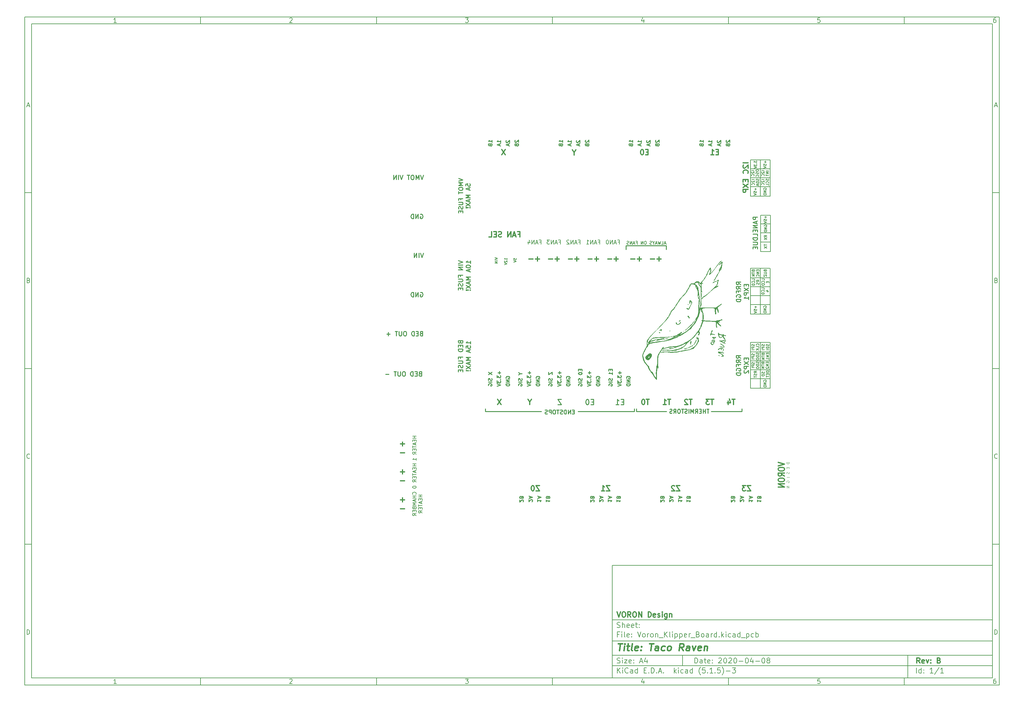
<source format=gbo>
G04 #@! TF.GenerationSoftware,KiCad,Pcbnew,(5.1.5)-3*
G04 #@! TF.CreationDate,2020-04-08T23:35:01-04:00*
G04 #@! TF.ProjectId,Voron_Klipper_Board,566f726f-6e5f-44b6-9c69-707065725f42,B*
G04 #@! TF.SameCoordinates,Original*
G04 #@! TF.FileFunction,Legend,Bot*
G04 #@! TF.FilePolarity,Positive*
%FSLAX46Y46*%
G04 Gerber Fmt 4.6, Leading zero omitted, Abs format (unit mm)*
G04 Created by KiCad (PCBNEW (5.1.5)-3) date 2020-04-08 23:35:01*
%MOMM*%
%LPD*%
G04 APERTURE LIST*
%ADD10C,0.100000*%
%ADD11C,0.150000*%
%ADD12C,0.300000*%
%ADD13C,0.400000*%
%ADD14C,0.127000*%
%ADD15C,0.228600*%
%ADD16C,0.254000*%
%ADD17C,0.375000*%
%ADD18C,0.203200*%
%ADD19C,0.279400*%
%ADD20C,0.152400*%
%ADD21C,0.010000*%
G04 APERTURE END LIST*
D10*
D11*
X177002200Y-166007200D02*
X177002200Y-198007200D01*
X285002200Y-198007200D01*
X285002200Y-166007200D01*
X177002200Y-166007200D01*
D10*
D11*
X10000000Y-10000000D02*
X10000000Y-200007200D01*
X287002200Y-200007200D01*
X287002200Y-10000000D01*
X10000000Y-10000000D01*
D10*
D11*
X12000000Y-12000000D02*
X12000000Y-198007200D01*
X285002200Y-198007200D01*
X285002200Y-12000000D01*
X12000000Y-12000000D01*
D10*
D11*
X60000000Y-12000000D02*
X60000000Y-10000000D01*
D10*
D11*
X110000000Y-12000000D02*
X110000000Y-10000000D01*
D10*
D11*
X160000000Y-12000000D02*
X160000000Y-10000000D01*
D10*
D11*
X210000000Y-12000000D02*
X210000000Y-10000000D01*
D10*
D11*
X260000000Y-12000000D02*
X260000000Y-10000000D01*
D10*
D11*
X36065476Y-11588095D02*
X35322619Y-11588095D01*
X35694047Y-11588095D02*
X35694047Y-10288095D01*
X35570238Y-10473809D01*
X35446428Y-10597619D01*
X35322619Y-10659523D01*
D10*
D11*
X85322619Y-10411904D02*
X85384523Y-10350000D01*
X85508333Y-10288095D01*
X85817857Y-10288095D01*
X85941666Y-10350000D01*
X86003571Y-10411904D01*
X86065476Y-10535714D01*
X86065476Y-10659523D01*
X86003571Y-10845238D01*
X85260714Y-11588095D01*
X86065476Y-11588095D01*
D10*
D11*
X135260714Y-10288095D02*
X136065476Y-10288095D01*
X135632142Y-10783333D01*
X135817857Y-10783333D01*
X135941666Y-10845238D01*
X136003571Y-10907142D01*
X136065476Y-11030952D01*
X136065476Y-11340476D01*
X136003571Y-11464285D01*
X135941666Y-11526190D01*
X135817857Y-11588095D01*
X135446428Y-11588095D01*
X135322619Y-11526190D01*
X135260714Y-11464285D01*
D10*
D11*
X185941666Y-10721428D02*
X185941666Y-11588095D01*
X185632142Y-10226190D02*
X185322619Y-11154761D01*
X186127380Y-11154761D01*
D10*
D11*
X236003571Y-10288095D02*
X235384523Y-10288095D01*
X235322619Y-10907142D01*
X235384523Y-10845238D01*
X235508333Y-10783333D01*
X235817857Y-10783333D01*
X235941666Y-10845238D01*
X236003571Y-10907142D01*
X236065476Y-11030952D01*
X236065476Y-11340476D01*
X236003571Y-11464285D01*
X235941666Y-11526190D01*
X235817857Y-11588095D01*
X235508333Y-11588095D01*
X235384523Y-11526190D01*
X235322619Y-11464285D01*
D10*
D11*
X285941666Y-10288095D02*
X285694047Y-10288095D01*
X285570238Y-10350000D01*
X285508333Y-10411904D01*
X285384523Y-10597619D01*
X285322619Y-10845238D01*
X285322619Y-11340476D01*
X285384523Y-11464285D01*
X285446428Y-11526190D01*
X285570238Y-11588095D01*
X285817857Y-11588095D01*
X285941666Y-11526190D01*
X286003571Y-11464285D01*
X286065476Y-11340476D01*
X286065476Y-11030952D01*
X286003571Y-10907142D01*
X285941666Y-10845238D01*
X285817857Y-10783333D01*
X285570238Y-10783333D01*
X285446428Y-10845238D01*
X285384523Y-10907142D01*
X285322619Y-11030952D01*
D10*
D11*
X60000000Y-198007200D02*
X60000000Y-200007200D01*
D10*
D11*
X110000000Y-198007200D02*
X110000000Y-200007200D01*
D10*
D11*
X160000000Y-198007200D02*
X160000000Y-200007200D01*
D10*
D11*
X210000000Y-198007200D02*
X210000000Y-200007200D01*
D10*
D11*
X260000000Y-198007200D02*
X260000000Y-200007200D01*
D10*
D11*
X36065476Y-199595295D02*
X35322619Y-199595295D01*
X35694047Y-199595295D02*
X35694047Y-198295295D01*
X35570238Y-198481009D01*
X35446428Y-198604819D01*
X35322619Y-198666723D01*
D10*
D11*
X85322619Y-198419104D02*
X85384523Y-198357200D01*
X85508333Y-198295295D01*
X85817857Y-198295295D01*
X85941666Y-198357200D01*
X86003571Y-198419104D01*
X86065476Y-198542914D01*
X86065476Y-198666723D01*
X86003571Y-198852438D01*
X85260714Y-199595295D01*
X86065476Y-199595295D01*
D10*
D11*
X135260714Y-198295295D02*
X136065476Y-198295295D01*
X135632142Y-198790533D01*
X135817857Y-198790533D01*
X135941666Y-198852438D01*
X136003571Y-198914342D01*
X136065476Y-199038152D01*
X136065476Y-199347676D01*
X136003571Y-199471485D01*
X135941666Y-199533390D01*
X135817857Y-199595295D01*
X135446428Y-199595295D01*
X135322619Y-199533390D01*
X135260714Y-199471485D01*
D10*
D11*
X185941666Y-198728628D02*
X185941666Y-199595295D01*
X185632142Y-198233390D02*
X185322619Y-199161961D01*
X186127380Y-199161961D01*
D10*
D11*
X236003571Y-198295295D02*
X235384523Y-198295295D01*
X235322619Y-198914342D01*
X235384523Y-198852438D01*
X235508333Y-198790533D01*
X235817857Y-198790533D01*
X235941666Y-198852438D01*
X236003571Y-198914342D01*
X236065476Y-199038152D01*
X236065476Y-199347676D01*
X236003571Y-199471485D01*
X235941666Y-199533390D01*
X235817857Y-199595295D01*
X235508333Y-199595295D01*
X235384523Y-199533390D01*
X235322619Y-199471485D01*
D10*
D11*
X285941666Y-198295295D02*
X285694047Y-198295295D01*
X285570238Y-198357200D01*
X285508333Y-198419104D01*
X285384523Y-198604819D01*
X285322619Y-198852438D01*
X285322619Y-199347676D01*
X285384523Y-199471485D01*
X285446428Y-199533390D01*
X285570238Y-199595295D01*
X285817857Y-199595295D01*
X285941666Y-199533390D01*
X286003571Y-199471485D01*
X286065476Y-199347676D01*
X286065476Y-199038152D01*
X286003571Y-198914342D01*
X285941666Y-198852438D01*
X285817857Y-198790533D01*
X285570238Y-198790533D01*
X285446428Y-198852438D01*
X285384523Y-198914342D01*
X285322619Y-199038152D01*
D10*
D11*
X10000000Y-60000000D02*
X12000000Y-60000000D01*
D10*
D11*
X10000000Y-110000000D02*
X12000000Y-110000000D01*
D10*
D11*
X10000000Y-160000000D02*
X12000000Y-160000000D01*
D10*
D11*
X10690476Y-35216666D02*
X11309523Y-35216666D01*
X10566666Y-35588095D02*
X11000000Y-34288095D01*
X11433333Y-35588095D01*
D10*
D11*
X11092857Y-84907142D02*
X11278571Y-84969047D01*
X11340476Y-85030952D01*
X11402380Y-85154761D01*
X11402380Y-85340476D01*
X11340476Y-85464285D01*
X11278571Y-85526190D01*
X11154761Y-85588095D01*
X10659523Y-85588095D01*
X10659523Y-84288095D01*
X11092857Y-84288095D01*
X11216666Y-84350000D01*
X11278571Y-84411904D01*
X11340476Y-84535714D01*
X11340476Y-84659523D01*
X11278571Y-84783333D01*
X11216666Y-84845238D01*
X11092857Y-84907142D01*
X10659523Y-84907142D01*
D10*
D11*
X11402380Y-135464285D02*
X11340476Y-135526190D01*
X11154761Y-135588095D01*
X11030952Y-135588095D01*
X10845238Y-135526190D01*
X10721428Y-135402380D01*
X10659523Y-135278571D01*
X10597619Y-135030952D01*
X10597619Y-134845238D01*
X10659523Y-134597619D01*
X10721428Y-134473809D01*
X10845238Y-134350000D01*
X11030952Y-134288095D01*
X11154761Y-134288095D01*
X11340476Y-134350000D01*
X11402380Y-134411904D01*
D10*
D11*
X10659523Y-185588095D02*
X10659523Y-184288095D01*
X10969047Y-184288095D01*
X11154761Y-184350000D01*
X11278571Y-184473809D01*
X11340476Y-184597619D01*
X11402380Y-184845238D01*
X11402380Y-185030952D01*
X11340476Y-185278571D01*
X11278571Y-185402380D01*
X11154761Y-185526190D01*
X10969047Y-185588095D01*
X10659523Y-185588095D01*
D10*
D11*
X287002200Y-60000000D02*
X285002200Y-60000000D01*
D10*
D11*
X287002200Y-110000000D02*
X285002200Y-110000000D01*
D10*
D11*
X287002200Y-160000000D02*
X285002200Y-160000000D01*
D10*
D11*
X285692676Y-35216666D02*
X286311723Y-35216666D01*
X285568866Y-35588095D02*
X286002200Y-34288095D01*
X286435533Y-35588095D01*
D10*
D11*
X286095057Y-84907142D02*
X286280771Y-84969047D01*
X286342676Y-85030952D01*
X286404580Y-85154761D01*
X286404580Y-85340476D01*
X286342676Y-85464285D01*
X286280771Y-85526190D01*
X286156961Y-85588095D01*
X285661723Y-85588095D01*
X285661723Y-84288095D01*
X286095057Y-84288095D01*
X286218866Y-84350000D01*
X286280771Y-84411904D01*
X286342676Y-84535714D01*
X286342676Y-84659523D01*
X286280771Y-84783333D01*
X286218866Y-84845238D01*
X286095057Y-84907142D01*
X285661723Y-84907142D01*
D10*
D11*
X286404580Y-135464285D02*
X286342676Y-135526190D01*
X286156961Y-135588095D01*
X286033152Y-135588095D01*
X285847438Y-135526190D01*
X285723628Y-135402380D01*
X285661723Y-135278571D01*
X285599819Y-135030952D01*
X285599819Y-134845238D01*
X285661723Y-134597619D01*
X285723628Y-134473809D01*
X285847438Y-134350000D01*
X286033152Y-134288095D01*
X286156961Y-134288095D01*
X286342676Y-134350000D01*
X286404580Y-134411904D01*
D10*
D11*
X285661723Y-185588095D02*
X285661723Y-184288095D01*
X285971247Y-184288095D01*
X286156961Y-184350000D01*
X286280771Y-184473809D01*
X286342676Y-184597619D01*
X286404580Y-184845238D01*
X286404580Y-185030952D01*
X286342676Y-185278571D01*
X286280771Y-185402380D01*
X286156961Y-185526190D01*
X285971247Y-185588095D01*
X285661723Y-185588095D01*
D10*
D11*
X200434342Y-193785771D02*
X200434342Y-192285771D01*
X200791485Y-192285771D01*
X201005771Y-192357200D01*
X201148628Y-192500057D01*
X201220057Y-192642914D01*
X201291485Y-192928628D01*
X201291485Y-193142914D01*
X201220057Y-193428628D01*
X201148628Y-193571485D01*
X201005771Y-193714342D01*
X200791485Y-193785771D01*
X200434342Y-193785771D01*
X202577200Y-193785771D02*
X202577200Y-193000057D01*
X202505771Y-192857200D01*
X202362914Y-192785771D01*
X202077200Y-192785771D01*
X201934342Y-192857200D01*
X202577200Y-193714342D02*
X202434342Y-193785771D01*
X202077200Y-193785771D01*
X201934342Y-193714342D01*
X201862914Y-193571485D01*
X201862914Y-193428628D01*
X201934342Y-193285771D01*
X202077200Y-193214342D01*
X202434342Y-193214342D01*
X202577200Y-193142914D01*
X203077200Y-192785771D02*
X203648628Y-192785771D01*
X203291485Y-192285771D02*
X203291485Y-193571485D01*
X203362914Y-193714342D01*
X203505771Y-193785771D01*
X203648628Y-193785771D01*
X204720057Y-193714342D02*
X204577200Y-193785771D01*
X204291485Y-193785771D01*
X204148628Y-193714342D01*
X204077200Y-193571485D01*
X204077200Y-193000057D01*
X204148628Y-192857200D01*
X204291485Y-192785771D01*
X204577200Y-192785771D01*
X204720057Y-192857200D01*
X204791485Y-193000057D01*
X204791485Y-193142914D01*
X204077200Y-193285771D01*
X205434342Y-193642914D02*
X205505771Y-193714342D01*
X205434342Y-193785771D01*
X205362914Y-193714342D01*
X205434342Y-193642914D01*
X205434342Y-193785771D01*
X205434342Y-192857200D02*
X205505771Y-192928628D01*
X205434342Y-193000057D01*
X205362914Y-192928628D01*
X205434342Y-192857200D01*
X205434342Y-193000057D01*
X207220057Y-192428628D02*
X207291485Y-192357200D01*
X207434342Y-192285771D01*
X207791485Y-192285771D01*
X207934342Y-192357200D01*
X208005771Y-192428628D01*
X208077200Y-192571485D01*
X208077200Y-192714342D01*
X208005771Y-192928628D01*
X207148628Y-193785771D01*
X208077200Y-193785771D01*
X209005771Y-192285771D02*
X209148628Y-192285771D01*
X209291485Y-192357200D01*
X209362914Y-192428628D01*
X209434342Y-192571485D01*
X209505771Y-192857200D01*
X209505771Y-193214342D01*
X209434342Y-193500057D01*
X209362914Y-193642914D01*
X209291485Y-193714342D01*
X209148628Y-193785771D01*
X209005771Y-193785771D01*
X208862914Y-193714342D01*
X208791485Y-193642914D01*
X208720057Y-193500057D01*
X208648628Y-193214342D01*
X208648628Y-192857200D01*
X208720057Y-192571485D01*
X208791485Y-192428628D01*
X208862914Y-192357200D01*
X209005771Y-192285771D01*
X210077200Y-192428628D02*
X210148628Y-192357200D01*
X210291485Y-192285771D01*
X210648628Y-192285771D01*
X210791485Y-192357200D01*
X210862914Y-192428628D01*
X210934342Y-192571485D01*
X210934342Y-192714342D01*
X210862914Y-192928628D01*
X210005771Y-193785771D01*
X210934342Y-193785771D01*
X211862914Y-192285771D02*
X212005771Y-192285771D01*
X212148628Y-192357200D01*
X212220057Y-192428628D01*
X212291485Y-192571485D01*
X212362914Y-192857200D01*
X212362914Y-193214342D01*
X212291485Y-193500057D01*
X212220057Y-193642914D01*
X212148628Y-193714342D01*
X212005771Y-193785771D01*
X211862914Y-193785771D01*
X211720057Y-193714342D01*
X211648628Y-193642914D01*
X211577200Y-193500057D01*
X211505771Y-193214342D01*
X211505771Y-192857200D01*
X211577200Y-192571485D01*
X211648628Y-192428628D01*
X211720057Y-192357200D01*
X211862914Y-192285771D01*
X213005771Y-193214342D02*
X214148628Y-193214342D01*
X215148628Y-192285771D02*
X215291485Y-192285771D01*
X215434342Y-192357200D01*
X215505771Y-192428628D01*
X215577200Y-192571485D01*
X215648628Y-192857200D01*
X215648628Y-193214342D01*
X215577200Y-193500057D01*
X215505771Y-193642914D01*
X215434342Y-193714342D01*
X215291485Y-193785771D01*
X215148628Y-193785771D01*
X215005771Y-193714342D01*
X214934342Y-193642914D01*
X214862914Y-193500057D01*
X214791485Y-193214342D01*
X214791485Y-192857200D01*
X214862914Y-192571485D01*
X214934342Y-192428628D01*
X215005771Y-192357200D01*
X215148628Y-192285771D01*
X216934342Y-192785771D02*
X216934342Y-193785771D01*
X216577200Y-192214342D02*
X216220057Y-193285771D01*
X217148628Y-193285771D01*
X217720057Y-193214342D02*
X218862914Y-193214342D01*
X219862914Y-192285771D02*
X220005771Y-192285771D01*
X220148628Y-192357200D01*
X220220057Y-192428628D01*
X220291485Y-192571485D01*
X220362914Y-192857200D01*
X220362914Y-193214342D01*
X220291485Y-193500057D01*
X220220057Y-193642914D01*
X220148628Y-193714342D01*
X220005771Y-193785771D01*
X219862914Y-193785771D01*
X219720057Y-193714342D01*
X219648628Y-193642914D01*
X219577200Y-193500057D01*
X219505771Y-193214342D01*
X219505771Y-192857200D01*
X219577200Y-192571485D01*
X219648628Y-192428628D01*
X219720057Y-192357200D01*
X219862914Y-192285771D01*
X221220057Y-192928628D02*
X221077200Y-192857200D01*
X221005771Y-192785771D01*
X220934342Y-192642914D01*
X220934342Y-192571485D01*
X221005771Y-192428628D01*
X221077200Y-192357200D01*
X221220057Y-192285771D01*
X221505771Y-192285771D01*
X221648628Y-192357200D01*
X221720057Y-192428628D01*
X221791485Y-192571485D01*
X221791485Y-192642914D01*
X221720057Y-192785771D01*
X221648628Y-192857200D01*
X221505771Y-192928628D01*
X221220057Y-192928628D01*
X221077200Y-193000057D01*
X221005771Y-193071485D01*
X220934342Y-193214342D01*
X220934342Y-193500057D01*
X221005771Y-193642914D01*
X221077200Y-193714342D01*
X221220057Y-193785771D01*
X221505771Y-193785771D01*
X221648628Y-193714342D01*
X221720057Y-193642914D01*
X221791485Y-193500057D01*
X221791485Y-193214342D01*
X221720057Y-193071485D01*
X221648628Y-193000057D01*
X221505771Y-192928628D01*
D10*
D11*
X177002200Y-194507200D02*
X285002200Y-194507200D01*
D10*
D11*
X178434342Y-196585771D02*
X178434342Y-195085771D01*
X179291485Y-196585771D02*
X178648628Y-195728628D01*
X179291485Y-195085771D02*
X178434342Y-195942914D01*
X179934342Y-196585771D02*
X179934342Y-195585771D01*
X179934342Y-195085771D02*
X179862914Y-195157200D01*
X179934342Y-195228628D01*
X180005771Y-195157200D01*
X179934342Y-195085771D01*
X179934342Y-195228628D01*
X181505771Y-196442914D02*
X181434342Y-196514342D01*
X181220057Y-196585771D01*
X181077200Y-196585771D01*
X180862914Y-196514342D01*
X180720057Y-196371485D01*
X180648628Y-196228628D01*
X180577200Y-195942914D01*
X180577200Y-195728628D01*
X180648628Y-195442914D01*
X180720057Y-195300057D01*
X180862914Y-195157200D01*
X181077200Y-195085771D01*
X181220057Y-195085771D01*
X181434342Y-195157200D01*
X181505771Y-195228628D01*
X182791485Y-196585771D02*
X182791485Y-195800057D01*
X182720057Y-195657200D01*
X182577200Y-195585771D01*
X182291485Y-195585771D01*
X182148628Y-195657200D01*
X182791485Y-196514342D02*
X182648628Y-196585771D01*
X182291485Y-196585771D01*
X182148628Y-196514342D01*
X182077200Y-196371485D01*
X182077200Y-196228628D01*
X182148628Y-196085771D01*
X182291485Y-196014342D01*
X182648628Y-196014342D01*
X182791485Y-195942914D01*
X184148628Y-196585771D02*
X184148628Y-195085771D01*
X184148628Y-196514342D02*
X184005771Y-196585771D01*
X183720057Y-196585771D01*
X183577200Y-196514342D01*
X183505771Y-196442914D01*
X183434342Y-196300057D01*
X183434342Y-195871485D01*
X183505771Y-195728628D01*
X183577200Y-195657200D01*
X183720057Y-195585771D01*
X184005771Y-195585771D01*
X184148628Y-195657200D01*
X186005771Y-195800057D02*
X186505771Y-195800057D01*
X186720057Y-196585771D02*
X186005771Y-196585771D01*
X186005771Y-195085771D01*
X186720057Y-195085771D01*
X187362914Y-196442914D02*
X187434342Y-196514342D01*
X187362914Y-196585771D01*
X187291485Y-196514342D01*
X187362914Y-196442914D01*
X187362914Y-196585771D01*
X188077200Y-196585771D02*
X188077200Y-195085771D01*
X188434342Y-195085771D01*
X188648628Y-195157200D01*
X188791485Y-195300057D01*
X188862914Y-195442914D01*
X188934342Y-195728628D01*
X188934342Y-195942914D01*
X188862914Y-196228628D01*
X188791485Y-196371485D01*
X188648628Y-196514342D01*
X188434342Y-196585771D01*
X188077200Y-196585771D01*
X189577200Y-196442914D02*
X189648628Y-196514342D01*
X189577200Y-196585771D01*
X189505771Y-196514342D01*
X189577200Y-196442914D01*
X189577200Y-196585771D01*
X190220057Y-196157200D02*
X190934342Y-196157200D01*
X190077200Y-196585771D02*
X190577200Y-195085771D01*
X191077200Y-196585771D01*
X191577200Y-196442914D02*
X191648628Y-196514342D01*
X191577200Y-196585771D01*
X191505771Y-196514342D01*
X191577200Y-196442914D01*
X191577200Y-196585771D01*
X194577200Y-196585771D02*
X194577200Y-195085771D01*
X194720057Y-196014342D02*
X195148628Y-196585771D01*
X195148628Y-195585771D02*
X194577200Y-196157200D01*
X195791485Y-196585771D02*
X195791485Y-195585771D01*
X195791485Y-195085771D02*
X195720057Y-195157200D01*
X195791485Y-195228628D01*
X195862914Y-195157200D01*
X195791485Y-195085771D01*
X195791485Y-195228628D01*
X197148628Y-196514342D02*
X197005771Y-196585771D01*
X196720057Y-196585771D01*
X196577200Y-196514342D01*
X196505771Y-196442914D01*
X196434342Y-196300057D01*
X196434342Y-195871485D01*
X196505771Y-195728628D01*
X196577200Y-195657200D01*
X196720057Y-195585771D01*
X197005771Y-195585771D01*
X197148628Y-195657200D01*
X198434342Y-196585771D02*
X198434342Y-195800057D01*
X198362914Y-195657200D01*
X198220057Y-195585771D01*
X197934342Y-195585771D01*
X197791485Y-195657200D01*
X198434342Y-196514342D02*
X198291485Y-196585771D01*
X197934342Y-196585771D01*
X197791485Y-196514342D01*
X197720057Y-196371485D01*
X197720057Y-196228628D01*
X197791485Y-196085771D01*
X197934342Y-196014342D01*
X198291485Y-196014342D01*
X198434342Y-195942914D01*
X199791485Y-196585771D02*
X199791485Y-195085771D01*
X199791485Y-196514342D02*
X199648628Y-196585771D01*
X199362914Y-196585771D01*
X199220057Y-196514342D01*
X199148628Y-196442914D01*
X199077200Y-196300057D01*
X199077200Y-195871485D01*
X199148628Y-195728628D01*
X199220057Y-195657200D01*
X199362914Y-195585771D01*
X199648628Y-195585771D01*
X199791485Y-195657200D01*
X202077200Y-197157200D02*
X202005771Y-197085771D01*
X201862914Y-196871485D01*
X201791485Y-196728628D01*
X201720057Y-196514342D01*
X201648628Y-196157200D01*
X201648628Y-195871485D01*
X201720057Y-195514342D01*
X201791485Y-195300057D01*
X201862914Y-195157200D01*
X202005771Y-194942914D01*
X202077200Y-194871485D01*
X203362914Y-195085771D02*
X202648628Y-195085771D01*
X202577200Y-195800057D01*
X202648628Y-195728628D01*
X202791485Y-195657200D01*
X203148628Y-195657200D01*
X203291485Y-195728628D01*
X203362914Y-195800057D01*
X203434342Y-195942914D01*
X203434342Y-196300057D01*
X203362914Y-196442914D01*
X203291485Y-196514342D01*
X203148628Y-196585771D01*
X202791485Y-196585771D01*
X202648628Y-196514342D01*
X202577200Y-196442914D01*
X204077200Y-196442914D02*
X204148628Y-196514342D01*
X204077200Y-196585771D01*
X204005771Y-196514342D01*
X204077200Y-196442914D01*
X204077200Y-196585771D01*
X205577200Y-196585771D02*
X204720057Y-196585771D01*
X205148628Y-196585771D02*
X205148628Y-195085771D01*
X205005771Y-195300057D01*
X204862914Y-195442914D01*
X204720057Y-195514342D01*
X206220057Y-196442914D02*
X206291485Y-196514342D01*
X206220057Y-196585771D01*
X206148628Y-196514342D01*
X206220057Y-196442914D01*
X206220057Y-196585771D01*
X207648628Y-195085771D02*
X206934342Y-195085771D01*
X206862914Y-195800057D01*
X206934342Y-195728628D01*
X207077200Y-195657200D01*
X207434342Y-195657200D01*
X207577200Y-195728628D01*
X207648628Y-195800057D01*
X207720057Y-195942914D01*
X207720057Y-196300057D01*
X207648628Y-196442914D01*
X207577200Y-196514342D01*
X207434342Y-196585771D01*
X207077200Y-196585771D01*
X206934342Y-196514342D01*
X206862914Y-196442914D01*
X208220057Y-197157200D02*
X208291485Y-197085771D01*
X208434342Y-196871485D01*
X208505771Y-196728628D01*
X208577200Y-196514342D01*
X208648628Y-196157200D01*
X208648628Y-195871485D01*
X208577200Y-195514342D01*
X208505771Y-195300057D01*
X208434342Y-195157200D01*
X208291485Y-194942914D01*
X208220057Y-194871485D01*
X209362914Y-196014342D02*
X210505771Y-196014342D01*
X211077200Y-195085771D02*
X212005771Y-195085771D01*
X211505771Y-195657200D01*
X211720057Y-195657200D01*
X211862914Y-195728628D01*
X211934342Y-195800057D01*
X212005771Y-195942914D01*
X212005771Y-196300057D01*
X211934342Y-196442914D01*
X211862914Y-196514342D01*
X211720057Y-196585771D01*
X211291485Y-196585771D01*
X211148628Y-196514342D01*
X211077200Y-196442914D01*
D10*
D11*
X177002200Y-191507200D02*
X285002200Y-191507200D01*
D10*
D12*
X264411485Y-193785771D02*
X263911485Y-193071485D01*
X263554342Y-193785771D02*
X263554342Y-192285771D01*
X264125771Y-192285771D01*
X264268628Y-192357200D01*
X264340057Y-192428628D01*
X264411485Y-192571485D01*
X264411485Y-192785771D01*
X264340057Y-192928628D01*
X264268628Y-193000057D01*
X264125771Y-193071485D01*
X263554342Y-193071485D01*
X265625771Y-193714342D02*
X265482914Y-193785771D01*
X265197200Y-193785771D01*
X265054342Y-193714342D01*
X264982914Y-193571485D01*
X264982914Y-193000057D01*
X265054342Y-192857200D01*
X265197200Y-192785771D01*
X265482914Y-192785771D01*
X265625771Y-192857200D01*
X265697200Y-193000057D01*
X265697200Y-193142914D01*
X264982914Y-193285771D01*
X266197200Y-192785771D02*
X266554342Y-193785771D01*
X266911485Y-192785771D01*
X267482914Y-193642914D02*
X267554342Y-193714342D01*
X267482914Y-193785771D01*
X267411485Y-193714342D01*
X267482914Y-193642914D01*
X267482914Y-193785771D01*
X267482914Y-192857200D02*
X267554342Y-192928628D01*
X267482914Y-193000057D01*
X267411485Y-192928628D01*
X267482914Y-192857200D01*
X267482914Y-193000057D01*
X269840057Y-193000057D02*
X270054342Y-193071485D01*
X270125771Y-193142914D01*
X270197200Y-193285771D01*
X270197200Y-193500057D01*
X270125771Y-193642914D01*
X270054342Y-193714342D01*
X269911485Y-193785771D01*
X269340057Y-193785771D01*
X269340057Y-192285771D01*
X269840057Y-192285771D01*
X269982914Y-192357200D01*
X270054342Y-192428628D01*
X270125771Y-192571485D01*
X270125771Y-192714342D01*
X270054342Y-192857200D01*
X269982914Y-192928628D01*
X269840057Y-193000057D01*
X269340057Y-193000057D01*
D10*
D11*
X178362914Y-193714342D02*
X178577200Y-193785771D01*
X178934342Y-193785771D01*
X179077200Y-193714342D01*
X179148628Y-193642914D01*
X179220057Y-193500057D01*
X179220057Y-193357200D01*
X179148628Y-193214342D01*
X179077200Y-193142914D01*
X178934342Y-193071485D01*
X178648628Y-193000057D01*
X178505771Y-192928628D01*
X178434342Y-192857200D01*
X178362914Y-192714342D01*
X178362914Y-192571485D01*
X178434342Y-192428628D01*
X178505771Y-192357200D01*
X178648628Y-192285771D01*
X179005771Y-192285771D01*
X179220057Y-192357200D01*
X179862914Y-193785771D02*
X179862914Y-192785771D01*
X179862914Y-192285771D02*
X179791485Y-192357200D01*
X179862914Y-192428628D01*
X179934342Y-192357200D01*
X179862914Y-192285771D01*
X179862914Y-192428628D01*
X180434342Y-192785771D02*
X181220057Y-192785771D01*
X180434342Y-193785771D01*
X181220057Y-193785771D01*
X182362914Y-193714342D02*
X182220057Y-193785771D01*
X181934342Y-193785771D01*
X181791485Y-193714342D01*
X181720057Y-193571485D01*
X181720057Y-193000057D01*
X181791485Y-192857200D01*
X181934342Y-192785771D01*
X182220057Y-192785771D01*
X182362914Y-192857200D01*
X182434342Y-193000057D01*
X182434342Y-193142914D01*
X181720057Y-193285771D01*
X183077200Y-193642914D02*
X183148628Y-193714342D01*
X183077200Y-193785771D01*
X183005771Y-193714342D01*
X183077200Y-193642914D01*
X183077200Y-193785771D01*
X183077200Y-192857200D02*
X183148628Y-192928628D01*
X183077200Y-193000057D01*
X183005771Y-192928628D01*
X183077200Y-192857200D01*
X183077200Y-193000057D01*
X184862914Y-193357200D02*
X185577200Y-193357200D01*
X184720057Y-193785771D02*
X185220057Y-192285771D01*
X185720057Y-193785771D01*
X186862914Y-192785771D02*
X186862914Y-193785771D01*
X186505771Y-192214342D02*
X186148628Y-193285771D01*
X187077200Y-193285771D01*
D10*
D11*
X263434342Y-196585771D02*
X263434342Y-195085771D01*
X264791485Y-196585771D02*
X264791485Y-195085771D01*
X264791485Y-196514342D02*
X264648628Y-196585771D01*
X264362914Y-196585771D01*
X264220057Y-196514342D01*
X264148628Y-196442914D01*
X264077200Y-196300057D01*
X264077200Y-195871485D01*
X264148628Y-195728628D01*
X264220057Y-195657200D01*
X264362914Y-195585771D01*
X264648628Y-195585771D01*
X264791485Y-195657200D01*
X265505771Y-196442914D02*
X265577200Y-196514342D01*
X265505771Y-196585771D01*
X265434342Y-196514342D01*
X265505771Y-196442914D01*
X265505771Y-196585771D01*
X265505771Y-195657200D02*
X265577200Y-195728628D01*
X265505771Y-195800057D01*
X265434342Y-195728628D01*
X265505771Y-195657200D01*
X265505771Y-195800057D01*
X268148628Y-196585771D02*
X267291485Y-196585771D01*
X267720057Y-196585771D02*
X267720057Y-195085771D01*
X267577200Y-195300057D01*
X267434342Y-195442914D01*
X267291485Y-195514342D01*
X269862914Y-195014342D02*
X268577200Y-196942914D01*
X271148628Y-196585771D02*
X270291485Y-196585771D01*
X270720057Y-196585771D02*
X270720057Y-195085771D01*
X270577200Y-195300057D01*
X270434342Y-195442914D01*
X270291485Y-195514342D01*
D10*
D11*
X177002200Y-187507200D02*
X285002200Y-187507200D01*
D10*
D13*
X178714580Y-188211961D02*
X179857438Y-188211961D01*
X179036009Y-190211961D02*
X179286009Y-188211961D01*
X180274104Y-190211961D02*
X180440771Y-188878628D01*
X180524104Y-188211961D02*
X180416961Y-188307200D01*
X180500295Y-188402438D01*
X180607438Y-188307200D01*
X180524104Y-188211961D01*
X180500295Y-188402438D01*
X181107438Y-188878628D02*
X181869342Y-188878628D01*
X181476485Y-188211961D02*
X181262200Y-189926247D01*
X181333628Y-190116723D01*
X181512200Y-190211961D01*
X181702676Y-190211961D01*
X182655057Y-190211961D02*
X182476485Y-190116723D01*
X182405057Y-189926247D01*
X182619342Y-188211961D01*
X184190771Y-190116723D02*
X183988390Y-190211961D01*
X183607438Y-190211961D01*
X183428866Y-190116723D01*
X183357438Y-189926247D01*
X183452676Y-189164342D01*
X183571723Y-188973866D01*
X183774104Y-188878628D01*
X184155057Y-188878628D01*
X184333628Y-188973866D01*
X184405057Y-189164342D01*
X184381247Y-189354819D01*
X183405057Y-189545295D01*
X185155057Y-190021485D02*
X185238390Y-190116723D01*
X185131247Y-190211961D01*
X185047914Y-190116723D01*
X185155057Y-190021485D01*
X185131247Y-190211961D01*
X185286009Y-188973866D02*
X185369342Y-189069104D01*
X185262200Y-189164342D01*
X185178866Y-189069104D01*
X185286009Y-188973866D01*
X185262200Y-189164342D01*
X187571723Y-188211961D02*
X188714580Y-188211961D01*
X187893152Y-190211961D02*
X188143152Y-188211961D01*
X189988390Y-190211961D02*
X190119342Y-189164342D01*
X190047914Y-188973866D01*
X189869342Y-188878628D01*
X189488390Y-188878628D01*
X189286009Y-188973866D01*
X190000295Y-190116723D02*
X189797914Y-190211961D01*
X189321723Y-190211961D01*
X189143152Y-190116723D01*
X189071723Y-189926247D01*
X189095533Y-189735771D01*
X189214580Y-189545295D01*
X189416961Y-189450057D01*
X189893152Y-189450057D01*
X190095533Y-189354819D01*
X191809819Y-190116723D02*
X191607438Y-190211961D01*
X191226485Y-190211961D01*
X191047914Y-190116723D01*
X190964580Y-190021485D01*
X190893152Y-189831009D01*
X190964580Y-189259580D01*
X191083628Y-189069104D01*
X191190771Y-188973866D01*
X191393152Y-188878628D01*
X191774104Y-188878628D01*
X191952676Y-188973866D01*
X192940771Y-190211961D02*
X192762200Y-190116723D01*
X192678866Y-190021485D01*
X192607438Y-189831009D01*
X192678866Y-189259580D01*
X192797914Y-189069104D01*
X192905057Y-188973866D01*
X193107438Y-188878628D01*
X193393152Y-188878628D01*
X193571723Y-188973866D01*
X193655057Y-189069104D01*
X193726485Y-189259580D01*
X193655057Y-189831009D01*
X193536009Y-190021485D01*
X193428866Y-190116723D01*
X193226485Y-190211961D01*
X192940771Y-190211961D01*
X197131247Y-190211961D02*
X196583628Y-189259580D01*
X195988390Y-190211961D02*
X196238390Y-188211961D01*
X197000295Y-188211961D01*
X197178866Y-188307200D01*
X197262200Y-188402438D01*
X197333628Y-188592914D01*
X197297914Y-188878628D01*
X197178866Y-189069104D01*
X197071723Y-189164342D01*
X196869342Y-189259580D01*
X196107438Y-189259580D01*
X198845533Y-190211961D02*
X198976485Y-189164342D01*
X198905057Y-188973866D01*
X198726485Y-188878628D01*
X198345533Y-188878628D01*
X198143152Y-188973866D01*
X198857438Y-190116723D02*
X198655057Y-190211961D01*
X198178866Y-190211961D01*
X198000295Y-190116723D01*
X197928866Y-189926247D01*
X197952676Y-189735771D01*
X198071723Y-189545295D01*
X198274104Y-189450057D01*
X198750295Y-189450057D01*
X198952676Y-189354819D01*
X199774104Y-188878628D02*
X200083628Y-190211961D01*
X200726485Y-188878628D01*
X202095533Y-190116723D02*
X201893152Y-190211961D01*
X201512200Y-190211961D01*
X201333628Y-190116723D01*
X201262200Y-189926247D01*
X201357438Y-189164342D01*
X201476485Y-188973866D01*
X201678866Y-188878628D01*
X202059819Y-188878628D01*
X202238390Y-188973866D01*
X202309819Y-189164342D01*
X202286009Y-189354819D01*
X201309819Y-189545295D01*
X203202676Y-188878628D02*
X203036009Y-190211961D01*
X203178866Y-189069104D02*
X203286009Y-188973866D01*
X203488390Y-188878628D01*
X203774104Y-188878628D01*
X203952676Y-188973866D01*
X204024104Y-189164342D01*
X203893152Y-190211961D01*
D10*
D11*
X178934342Y-185600057D02*
X178434342Y-185600057D01*
X178434342Y-186385771D02*
X178434342Y-184885771D01*
X179148628Y-184885771D01*
X179720057Y-186385771D02*
X179720057Y-185385771D01*
X179720057Y-184885771D02*
X179648628Y-184957200D01*
X179720057Y-185028628D01*
X179791485Y-184957200D01*
X179720057Y-184885771D01*
X179720057Y-185028628D01*
X180648628Y-186385771D02*
X180505771Y-186314342D01*
X180434342Y-186171485D01*
X180434342Y-184885771D01*
X181791485Y-186314342D02*
X181648628Y-186385771D01*
X181362914Y-186385771D01*
X181220057Y-186314342D01*
X181148628Y-186171485D01*
X181148628Y-185600057D01*
X181220057Y-185457200D01*
X181362914Y-185385771D01*
X181648628Y-185385771D01*
X181791485Y-185457200D01*
X181862914Y-185600057D01*
X181862914Y-185742914D01*
X181148628Y-185885771D01*
X182505771Y-186242914D02*
X182577200Y-186314342D01*
X182505771Y-186385771D01*
X182434342Y-186314342D01*
X182505771Y-186242914D01*
X182505771Y-186385771D01*
X182505771Y-185457200D02*
X182577200Y-185528628D01*
X182505771Y-185600057D01*
X182434342Y-185528628D01*
X182505771Y-185457200D01*
X182505771Y-185600057D01*
X184148628Y-184885771D02*
X184648628Y-186385771D01*
X185148628Y-184885771D01*
X185862914Y-186385771D02*
X185720057Y-186314342D01*
X185648628Y-186242914D01*
X185577200Y-186100057D01*
X185577200Y-185671485D01*
X185648628Y-185528628D01*
X185720057Y-185457200D01*
X185862914Y-185385771D01*
X186077200Y-185385771D01*
X186220057Y-185457200D01*
X186291485Y-185528628D01*
X186362914Y-185671485D01*
X186362914Y-186100057D01*
X186291485Y-186242914D01*
X186220057Y-186314342D01*
X186077200Y-186385771D01*
X185862914Y-186385771D01*
X187005771Y-186385771D02*
X187005771Y-185385771D01*
X187005771Y-185671485D02*
X187077200Y-185528628D01*
X187148628Y-185457200D01*
X187291485Y-185385771D01*
X187434342Y-185385771D01*
X188148628Y-186385771D02*
X188005771Y-186314342D01*
X187934342Y-186242914D01*
X187862914Y-186100057D01*
X187862914Y-185671485D01*
X187934342Y-185528628D01*
X188005771Y-185457200D01*
X188148628Y-185385771D01*
X188362914Y-185385771D01*
X188505771Y-185457200D01*
X188577200Y-185528628D01*
X188648628Y-185671485D01*
X188648628Y-186100057D01*
X188577200Y-186242914D01*
X188505771Y-186314342D01*
X188362914Y-186385771D01*
X188148628Y-186385771D01*
X189291485Y-185385771D02*
X189291485Y-186385771D01*
X189291485Y-185528628D02*
X189362914Y-185457200D01*
X189505771Y-185385771D01*
X189720057Y-185385771D01*
X189862914Y-185457200D01*
X189934342Y-185600057D01*
X189934342Y-186385771D01*
X190291485Y-186528628D02*
X191434342Y-186528628D01*
X191791485Y-186385771D02*
X191791485Y-184885771D01*
X192648628Y-186385771D02*
X192005771Y-185528628D01*
X192648628Y-184885771D02*
X191791485Y-185742914D01*
X193505771Y-186385771D02*
X193362914Y-186314342D01*
X193291485Y-186171485D01*
X193291485Y-184885771D01*
X194077200Y-186385771D02*
X194077200Y-185385771D01*
X194077200Y-184885771D02*
X194005771Y-184957200D01*
X194077200Y-185028628D01*
X194148628Y-184957200D01*
X194077200Y-184885771D01*
X194077200Y-185028628D01*
X194791485Y-185385771D02*
X194791485Y-186885771D01*
X194791485Y-185457200D02*
X194934342Y-185385771D01*
X195220057Y-185385771D01*
X195362914Y-185457200D01*
X195434342Y-185528628D01*
X195505771Y-185671485D01*
X195505771Y-186100057D01*
X195434342Y-186242914D01*
X195362914Y-186314342D01*
X195220057Y-186385771D01*
X194934342Y-186385771D01*
X194791485Y-186314342D01*
X196148628Y-185385771D02*
X196148628Y-186885771D01*
X196148628Y-185457200D02*
X196291485Y-185385771D01*
X196577200Y-185385771D01*
X196720057Y-185457200D01*
X196791485Y-185528628D01*
X196862914Y-185671485D01*
X196862914Y-186100057D01*
X196791485Y-186242914D01*
X196720057Y-186314342D01*
X196577200Y-186385771D01*
X196291485Y-186385771D01*
X196148628Y-186314342D01*
X198077200Y-186314342D02*
X197934342Y-186385771D01*
X197648628Y-186385771D01*
X197505771Y-186314342D01*
X197434342Y-186171485D01*
X197434342Y-185600057D01*
X197505771Y-185457200D01*
X197648628Y-185385771D01*
X197934342Y-185385771D01*
X198077200Y-185457200D01*
X198148628Y-185600057D01*
X198148628Y-185742914D01*
X197434342Y-185885771D01*
X198791485Y-186385771D02*
X198791485Y-185385771D01*
X198791485Y-185671485D02*
X198862914Y-185528628D01*
X198934342Y-185457200D01*
X199077200Y-185385771D01*
X199220057Y-185385771D01*
X199362914Y-186528628D02*
X200505771Y-186528628D01*
X201362914Y-185600057D02*
X201577200Y-185671485D01*
X201648628Y-185742914D01*
X201720057Y-185885771D01*
X201720057Y-186100057D01*
X201648628Y-186242914D01*
X201577200Y-186314342D01*
X201434342Y-186385771D01*
X200862914Y-186385771D01*
X200862914Y-184885771D01*
X201362914Y-184885771D01*
X201505771Y-184957200D01*
X201577200Y-185028628D01*
X201648628Y-185171485D01*
X201648628Y-185314342D01*
X201577200Y-185457200D01*
X201505771Y-185528628D01*
X201362914Y-185600057D01*
X200862914Y-185600057D01*
X202577200Y-186385771D02*
X202434342Y-186314342D01*
X202362914Y-186242914D01*
X202291485Y-186100057D01*
X202291485Y-185671485D01*
X202362914Y-185528628D01*
X202434342Y-185457200D01*
X202577200Y-185385771D01*
X202791485Y-185385771D01*
X202934342Y-185457200D01*
X203005771Y-185528628D01*
X203077200Y-185671485D01*
X203077200Y-186100057D01*
X203005771Y-186242914D01*
X202934342Y-186314342D01*
X202791485Y-186385771D01*
X202577200Y-186385771D01*
X204362914Y-186385771D02*
X204362914Y-185600057D01*
X204291485Y-185457200D01*
X204148628Y-185385771D01*
X203862914Y-185385771D01*
X203720057Y-185457200D01*
X204362914Y-186314342D02*
X204220057Y-186385771D01*
X203862914Y-186385771D01*
X203720057Y-186314342D01*
X203648628Y-186171485D01*
X203648628Y-186028628D01*
X203720057Y-185885771D01*
X203862914Y-185814342D01*
X204220057Y-185814342D01*
X204362914Y-185742914D01*
X205077200Y-186385771D02*
X205077200Y-185385771D01*
X205077200Y-185671485D02*
X205148628Y-185528628D01*
X205220057Y-185457200D01*
X205362914Y-185385771D01*
X205505771Y-185385771D01*
X206648628Y-186385771D02*
X206648628Y-184885771D01*
X206648628Y-186314342D02*
X206505771Y-186385771D01*
X206220057Y-186385771D01*
X206077200Y-186314342D01*
X206005771Y-186242914D01*
X205934342Y-186100057D01*
X205934342Y-185671485D01*
X206005771Y-185528628D01*
X206077200Y-185457200D01*
X206220057Y-185385771D01*
X206505771Y-185385771D01*
X206648628Y-185457200D01*
X207362914Y-186242914D02*
X207434342Y-186314342D01*
X207362914Y-186385771D01*
X207291485Y-186314342D01*
X207362914Y-186242914D01*
X207362914Y-186385771D01*
X208077200Y-186385771D02*
X208077200Y-184885771D01*
X208220057Y-185814342D02*
X208648628Y-186385771D01*
X208648628Y-185385771D02*
X208077200Y-185957200D01*
X209291485Y-186385771D02*
X209291485Y-185385771D01*
X209291485Y-184885771D02*
X209220057Y-184957200D01*
X209291485Y-185028628D01*
X209362914Y-184957200D01*
X209291485Y-184885771D01*
X209291485Y-185028628D01*
X210648628Y-186314342D02*
X210505771Y-186385771D01*
X210220057Y-186385771D01*
X210077200Y-186314342D01*
X210005771Y-186242914D01*
X209934342Y-186100057D01*
X209934342Y-185671485D01*
X210005771Y-185528628D01*
X210077200Y-185457200D01*
X210220057Y-185385771D01*
X210505771Y-185385771D01*
X210648628Y-185457200D01*
X211934342Y-186385771D02*
X211934342Y-185600057D01*
X211862914Y-185457200D01*
X211720057Y-185385771D01*
X211434342Y-185385771D01*
X211291485Y-185457200D01*
X211934342Y-186314342D02*
X211791485Y-186385771D01*
X211434342Y-186385771D01*
X211291485Y-186314342D01*
X211220057Y-186171485D01*
X211220057Y-186028628D01*
X211291485Y-185885771D01*
X211434342Y-185814342D01*
X211791485Y-185814342D01*
X211934342Y-185742914D01*
X213291485Y-186385771D02*
X213291485Y-184885771D01*
X213291485Y-186314342D02*
X213148628Y-186385771D01*
X212862914Y-186385771D01*
X212720057Y-186314342D01*
X212648628Y-186242914D01*
X212577200Y-186100057D01*
X212577200Y-185671485D01*
X212648628Y-185528628D01*
X212720057Y-185457200D01*
X212862914Y-185385771D01*
X213148628Y-185385771D01*
X213291485Y-185457200D01*
X213648628Y-186528628D02*
X214791485Y-186528628D01*
X215148628Y-185385771D02*
X215148628Y-186885771D01*
X215148628Y-185457200D02*
X215291485Y-185385771D01*
X215577200Y-185385771D01*
X215720057Y-185457200D01*
X215791485Y-185528628D01*
X215862914Y-185671485D01*
X215862914Y-186100057D01*
X215791485Y-186242914D01*
X215720057Y-186314342D01*
X215577200Y-186385771D01*
X215291485Y-186385771D01*
X215148628Y-186314342D01*
X217148628Y-186314342D02*
X217005771Y-186385771D01*
X216720057Y-186385771D01*
X216577200Y-186314342D01*
X216505771Y-186242914D01*
X216434342Y-186100057D01*
X216434342Y-185671485D01*
X216505771Y-185528628D01*
X216577200Y-185457200D01*
X216720057Y-185385771D01*
X217005771Y-185385771D01*
X217148628Y-185457200D01*
X217791485Y-186385771D02*
X217791485Y-184885771D01*
X217791485Y-185457200D02*
X217934342Y-185385771D01*
X218220057Y-185385771D01*
X218362914Y-185457200D01*
X218434342Y-185528628D01*
X218505771Y-185671485D01*
X218505771Y-186100057D01*
X218434342Y-186242914D01*
X218362914Y-186314342D01*
X218220057Y-186385771D01*
X217934342Y-186385771D01*
X217791485Y-186314342D01*
D10*
D11*
X177002200Y-181507200D02*
X285002200Y-181507200D01*
D10*
D11*
X178362914Y-183614342D02*
X178577200Y-183685771D01*
X178934342Y-183685771D01*
X179077200Y-183614342D01*
X179148628Y-183542914D01*
X179220057Y-183400057D01*
X179220057Y-183257200D01*
X179148628Y-183114342D01*
X179077200Y-183042914D01*
X178934342Y-182971485D01*
X178648628Y-182900057D01*
X178505771Y-182828628D01*
X178434342Y-182757200D01*
X178362914Y-182614342D01*
X178362914Y-182471485D01*
X178434342Y-182328628D01*
X178505771Y-182257200D01*
X178648628Y-182185771D01*
X179005771Y-182185771D01*
X179220057Y-182257200D01*
X179862914Y-183685771D02*
X179862914Y-182185771D01*
X180505771Y-183685771D02*
X180505771Y-182900057D01*
X180434342Y-182757200D01*
X180291485Y-182685771D01*
X180077200Y-182685771D01*
X179934342Y-182757200D01*
X179862914Y-182828628D01*
X181791485Y-183614342D02*
X181648628Y-183685771D01*
X181362914Y-183685771D01*
X181220057Y-183614342D01*
X181148628Y-183471485D01*
X181148628Y-182900057D01*
X181220057Y-182757200D01*
X181362914Y-182685771D01*
X181648628Y-182685771D01*
X181791485Y-182757200D01*
X181862914Y-182900057D01*
X181862914Y-183042914D01*
X181148628Y-183185771D01*
X183077200Y-183614342D02*
X182934342Y-183685771D01*
X182648628Y-183685771D01*
X182505771Y-183614342D01*
X182434342Y-183471485D01*
X182434342Y-182900057D01*
X182505771Y-182757200D01*
X182648628Y-182685771D01*
X182934342Y-182685771D01*
X183077200Y-182757200D01*
X183148628Y-182900057D01*
X183148628Y-183042914D01*
X182434342Y-183185771D01*
X183577200Y-182685771D02*
X184148628Y-182685771D01*
X183791485Y-182185771D02*
X183791485Y-183471485D01*
X183862914Y-183614342D01*
X184005771Y-183685771D01*
X184148628Y-183685771D01*
X184648628Y-183542914D02*
X184720057Y-183614342D01*
X184648628Y-183685771D01*
X184577200Y-183614342D01*
X184648628Y-183542914D01*
X184648628Y-183685771D01*
X184648628Y-182757200D02*
X184720057Y-182828628D01*
X184648628Y-182900057D01*
X184577200Y-182828628D01*
X184648628Y-182757200D01*
X184648628Y-182900057D01*
D10*
D12*
X178340057Y-179185771D02*
X178840057Y-180685771D01*
X179340057Y-179185771D01*
X180125771Y-179185771D02*
X180411485Y-179185771D01*
X180554342Y-179257200D01*
X180697200Y-179400057D01*
X180768628Y-179685771D01*
X180768628Y-180185771D01*
X180697200Y-180471485D01*
X180554342Y-180614342D01*
X180411485Y-180685771D01*
X180125771Y-180685771D01*
X179982914Y-180614342D01*
X179840057Y-180471485D01*
X179768628Y-180185771D01*
X179768628Y-179685771D01*
X179840057Y-179400057D01*
X179982914Y-179257200D01*
X180125771Y-179185771D01*
X182268628Y-180685771D02*
X181768628Y-179971485D01*
X181411485Y-180685771D02*
X181411485Y-179185771D01*
X181982914Y-179185771D01*
X182125771Y-179257200D01*
X182197200Y-179328628D01*
X182268628Y-179471485D01*
X182268628Y-179685771D01*
X182197200Y-179828628D01*
X182125771Y-179900057D01*
X181982914Y-179971485D01*
X181411485Y-179971485D01*
X183197200Y-179185771D02*
X183482914Y-179185771D01*
X183625771Y-179257200D01*
X183768628Y-179400057D01*
X183840057Y-179685771D01*
X183840057Y-180185771D01*
X183768628Y-180471485D01*
X183625771Y-180614342D01*
X183482914Y-180685771D01*
X183197200Y-180685771D01*
X183054342Y-180614342D01*
X182911485Y-180471485D01*
X182840057Y-180185771D01*
X182840057Y-179685771D01*
X182911485Y-179400057D01*
X183054342Y-179257200D01*
X183197200Y-179185771D01*
X184482914Y-180685771D02*
X184482914Y-179185771D01*
X185340057Y-180685771D01*
X185340057Y-179185771D01*
X187197200Y-180685771D02*
X187197200Y-179185771D01*
X187554342Y-179185771D01*
X187768628Y-179257200D01*
X187911485Y-179400057D01*
X187982914Y-179542914D01*
X188054342Y-179828628D01*
X188054342Y-180042914D01*
X187982914Y-180328628D01*
X187911485Y-180471485D01*
X187768628Y-180614342D01*
X187554342Y-180685771D01*
X187197200Y-180685771D01*
X189268628Y-180614342D02*
X189125771Y-180685771D01*
X188840057Y-180685771D01*
X188697200Y-180614342D01*
X188625771Y-180471485D01*
X188625771Y-179900057D01*
X188697200Y-179757200D01*
X188840057Y-179685771D01*
X189125771Y-179685771D01*
X189268628Y-179757200D01*
X189340057Y-179900057D01*
X189340057Y-180042914D01*
X188625771Y-180185771D01*
X189911485Y-180614342D02*
X190054342Y-180685771D01*
X190340057Y-180685771D01*
X190482914Y-180614342D01*
X190554342Y-180471485D01*
X190554342Y-180400057D01*
X190482914Y-180257200D01*
X190340057Y-180185771D01*
X190125771Y-180185771D01*
X189982914Y-180114342D01*
X189911485Y-179971485D01*
X189911485Y-179900057D01*
X189982914Y-179757200D01*
X190125771Y-179685771D01*
X190340057Y-179685771D01*
X190482914Y-179757200D01*
X191197200Y-180685771D02*
X191197200Y-179685771D01*
X191197200Y-179185771D02*
X191125771Y-179257200D01*
X191197200Y-179328628D01*
X191268628Y-179257200D01*
X191197200Y-179185771D01*
X191197200Y-179328628D01*
X192554342Y-179685771D02*
X192554342Y-180900057D01*
X192482914Y-181042914D01*
X192411485Y-181114342D01*
X192268628Y-181185771D01*
X192054342Y-181185771D01*
X191911485Y-181114342D01*
X192554342Y-180614342D02*
X192411485Y-180685771D01*
X192125771Y-180685771D01*
X191982914Y-180614342D01*
X191911485Y-180542914D01*
X191840057Y-180400057D01*
X191840057Y-179971485D01*
X191911485Y-179828628D01*
X191982914Y-179757200D01*
X192125771Y-179685771D01*
X192411485Y-179685771D01*
X192554342Y-179757200D01*
X193268628Y-179685771D02*
X193268628Y-180685771D01*
X193268628Y-179828628D02*
X193340057Y-179757200D01*
X193482914Y-179685771D01*
X193697200Y-179685771D01*
X193840057Y-179757200D01*
X193911485Y-179900057D01*
X193911485Y-180685771D01*
D10*
D11*
X197002200Y-191507200D02*
X197002200Y-194507200D01*
D10*
D11*
X261002200Y-191507200D02*
X261002200Y-198007200D01*
D14*
X217373428Y-105769857D02*
X217409714Y-105878714D01*
X217409714Y-106060142D01*
X217373428Y-106132714D01*
X217337142Y-106169000D01*
X217264571Y-106205285D01*
X217192000Y-106205285D01*
X217119428Y-106169000D01*
X217083142Y-106132714D01*
X217046857Y-106060142D01*
X217010571Y-105915000D01*
X216974285Y-105842428D01*
X216938000Y-105806142D01*
X216865428Y-105769857D01*
X216792857Y-105769857D01*
X216720285Y-105806142D01*
X216684000Y-105842428D01*
X216647714Y-105915000D01*
X216647714Y-106096428D01*
X216684000Y-106205285D01*
X217409714Y-106531857D02*
X216647714Y-106531857D01*
X216647714Y-106822142D01*
X216684000Y-106894714D01*
X216720285Y-106931000D01*
X216792857Y-106967285D01*
X216901714Y-106967285D01*
X216974285Y-106931000D01*
X217010571Y-106894714D01*
X217046857Y-106822142D01*
X217046857Y-106531857D01*
X217409714Y-107293857D02*
X216647714Y-107293857D01*
X218643428Y-105552142D02*
X218679714Y-105661000D01*
X218679714Y-105842428D01*
X218643428Y-105915000D01*
X218607142Y-105951285D01*
X218534571Y-105987571D01*
X218462000Y-105987571D01*
X218389428Y-105951285D01*
X218353142Y-105915000D01*
X218316857Y-105842428D01*
X218280571Y-105697285D01*
X218244285Y-105624714D01*
X218208000Y-105588428D01*
X218135428Y-105552142D01*
X218062857Y-105552142D01*
X217990285Y-105588428D01*
X217954000Y-105624714D01*
X217917714Y-105697285D01*
X217917714Y-105878714D01*
X217954000Y-105987571D01*
X218679714Y-106314142D02*
X217917714Y-106314142D01*
X217917714Y-106495571D01*
X217954000Y-106604428D01*
X218026571Y-106677000D01*
X218099142Y-106713285D01*
X218244285Y-106749571D01*
X218353142Y-106749571D01*
X218498285Y-106713285D01*
X218570857Y-106677000D01*
X218643428Y-106604428D01*
X218679714Y-106495571D01*
X218679714Y-106314142D01*
X217917714Y-107221285D02*
X217917714Y-107366428D01*
X217954000Y-107439000D01*
X218026571Y-107511571D01*
X218171714Y-107547857D01*
X218425714Y-107547857D01*
X218570857Y-107511571D01*
X218643428Y-107439000D01*
X218679714Y-107366428D01*
X218679714Y-107221285D01*
X218643428Y-107148714D01*
X218570857Y-107076142D01*
X218425714Y-107039857D01*
X218171714Y-107039857D01*
X218026571Y-107076142D01*
X217954000Y-107148714D01*
X217917714Y-107221285D01*
X220173428Y-103119857D02*
X220209714Y-103228714D01*
X220209714Y-103410142D01*
X220173428Y-103482714D01*
X220137142Y-103519000D01*
X220064571Y-103555285D01*
X219992000Y-103555285D01*
X219919428Y-103519000D01*
X219883142Y-103482714D01*
X219846857Y-103410142D01*
X219810571Y-103265000D01*
X219774285Y-103192428D01*
X219738000Y-103156142D01*
X219665428Y-103119857D01*
X219592857Y-103119857D01*
X219520285Y-103156142D01*
X219484000Y-103192428D01*
X219447714Y-103265000D01*
X219447714Y-103446428D01*
X219484000Y-103555285D01*
X220209714Y-103881857D02*
X219447714Y-103881857D01*
X219447714Y-104172142D01*
X219484000Y-104244714D01*
X219520285Y-104281000D01*
X219592857Y-104317285D01*
X219701714Y-104317285D01*
X219774285Y-104281000D01*
X219810571Y-104244714D01*
X219846857Y-104172142D01*
X219846857Y-103881857D01*
X220209714Y-104643857D02*
X219447714Y-104643857D01*
X221443428Y-103119857D02*
X221479714Y-103228714D01*
X221479714Y-103410142D01*
X221443428Y-103482714D01*
X221407142Y-103519000D01*
X221334571Y-103555285D01*
X221262000Y-103555285D01*
X221189428Y-103519000D01*
X221153142Y-103482714D01*
X221116857Y-103410142D01*
X221080571Y-103265000D01*
X221044285Y-103192428D01*
X221008000Y-103156142D01*
X220935428Y-103119857D01*
X220862857Y-103119857D01*
X220790285Y-103156142D01*
X220754000Y-103192428D01*
X220717714Y-103265000D01*
X220717714Y-103446428D01*
X220754000Y-103555285D01*
X221479714Y-103881857D02*
X220717714Y-103881857D01*
X220717714Y-104063285D01*
X220754000Y-104172142D01*
X220826571Y-104244714D01*
X220899142Y-104281000D01*
X221044285Y-104317285D01*
X221153142Y-104317285D01*
X221298285Y-104281000D01*
X221370857Y-104244714D01*
X221443428Y-104172142D01*
X221479714Y-104063285D01*
X221479714Y-103881857D01*
X221479714Y-104643857D02*
X220717714Y-104643857D01*
X217373428Y-103119857D02*
X217409714Y-103228714D01*
X217409714Y-103410142D01*
X217373428Y-103482714D01*
X217337142Y-103519000D01*
X217264571Y-103555285D01*
X217192000Y-103555285D01*
X217119428Y-103519000D01*
X217083142Y-103482714D01*
X217046857Y-103410142D01*
X217010571Y-103265000D01*
X216974285Y-103192428D01*
X216938000Y-103156142D01*
X216865428Y-103119857D01*
X216792857Y-103119857D01*
X216720285Y-103156142D01*
X216684000Y-103192428D01*
X216647714Y-103265000D01*
X216647714Y-103446428D01*
X216684000Y-103555285D01*
X217409714Y-103881857D02*
X216647714Y-103881857D01*
X216647714Y-104172142D01*
X216684000Y-104244714D01*
X216720285Y-104281000D01*
X216792857Y-104317285D01*
X216901714Y-104317285D01*
X216974285Y-104281000D01*
X217010571Y-104244714D01*
X217046857Y-104172142D01*
X217046857Y-103881857D01*
X217409714Y-104643857D02*
X216647714Y-104643857D01*
X218607142Y-103446428D02*
X218643428Y-103410142D01*
X218679714Y-103301285D01*
X218679714Y-103228714D01*
X218643428Y-103119857D01*
X218570857Y-103047285D01*
X218498285Y-103011000D01*
X218353142Y-102974714D01*
X218244285Y-102974714D01*
X218099142Y-103011000D01*
X218026571Y-103047285D01*
X217954000Y-103119857D01*
X217917714Y-103228714D01*
X217917714Y-103301285D01*
X217954000Y-103410142D01*
X217990285Y-103446428D01*
X218679714Y-104135857D02*
X218679714Y-103773000D01*
X217917714Y-103773000D01*
X218679714Y-104389857D02*
X217917714Y-104389857D01*
X218679714Y-104825285D02*
X218244285Y-104498714D01*
X217917714Y-104825285D02*
X218353142Y-104389857D01*
X217373428Y-108269857D02*
X217409714Y-108378714D01*
X217409714Y-108560142D01*
X217373428Y-108632714D01*
X217337142Y-108669000D01*
X217264571Y-108705285D01*
X217192000Y-108705285D01*
X217119428Y-108669000D01*
X217083142Y-108632714D01*
X217046857Y-108560142D01*
X217010571Y-108415000D01*
X216974285Y-108342428D01*
X216938000Y-108306142D01*
X216865428Y-108269857D01*
X216792857Y-108269857D01*
X216720285Y-108306142D01*
X216684000Y-108342428D01*
X216647714Y-108415000D01*
X216647714Y-108596428D01*
X216684000Y-108705285D01*
X217409714Y-109031857D02*
X216647714Y-109031857D01*
X216647714Y-109322142D01*
X216684000Y-109394714D01*
X216720285Y-109431000D01*
X216792857Y-109467285D01*
X216901714Y-109467285D01*
X216974285Y-109431000D01*
X217010571Y-109394714D01*
X217046857Y-109322142D01*
X217046857Y-109031857D01*
X217409714Y-109793857D02*
X216647714Y-109793857D01*
X218643428Y-108052142D02*
X218679714Y-108161000D01*
X218679714Y-108342428D01*
X218643428Y-108415000D01*
X218607142Y-108451285D01*
X218534571Y-108487571D01*
X218462000Y-108487571D01*
X218389428Y-108451285D01*
X218353142Y-108415000D01*
X218316857Y-108342428D01*
X218280571Y-108197285D01*
X218244285Y-108124714D01*
X218208000Y-108088428D01*
X218135428Y-108052142D01*
X218062857Y-108052142D01*
X217990285Y-108088428D01*
X217954000Y-108124714D01*
X217917714Y-108197285D01*
X217917714Y-108378714D01*
X217954000Y-108487571D01*
X218679714Y-108814142D02*
X217917714Y-108814142D01*
X217917714Y-108995571D01*
X217954000Y-109104428D01*
X218026571Y-109177000D01*
X218099142Y-109213285D01*
X218244285Y-109249571D01*
X218353142Y-109249571D01*
X218498285Y-109213285D01*
X218570857Y-109177000D01*
X218643428Y-109104428D01*
X218679714Y-108995571D01*
X218679714Y-108814142D01*
X217917714Y-109721285D02*
X217917714Y-109866428D01*
X217954000Y-109939000D01*
X218026571Y-110011571D01*
X218171714Y-110047857D01*
X218425714Y-110047857D01*
X218570857Y-110011571D01*
X218643428Y-109939000D01*
X218679714Y-109866428D01*
X218679714Y-109721285D01*
X218643428Y-109648714D01*
X218570857Y-109576142D01*
X218425714Y-109539857D01*
X218171714Y-109539857D01*
X218026571Y-109576142D01*
X217954000Y-109648714D01*
X217917714Y-109721285D01*
X220173428Y-110951285D02*
X220209714Y-111060142D01*
X220209714Y-111241571D01*
X220173428Y-111314142D01*
X220137142Y-111350428D01*
X220064571Y-111386714D01*
X219992000Y-111386714D01*
X219919428Y-111350428D01*
X219883142Y-111314142D01*
X219846857Y-111241571D01*
X219810571Y-111096428D01*
X219774285Y-111023857D01*
X219738000Y-110987571D01*
X219665428Y-110951285D01*
X219592857Y-110951285D01*
X219520285Y-110987571D01*
X219484000Y-111023857D01*
X219447714Y-111096428D01*
X219447714Y-111277857D01*
X219484000Y-111386714D01*
X220209714Y-111713285D02*
X219447714Y-111713285D01*
X219447714Y-111894714D01*
X219484000Y-112003571D01*
X219556571Y-112076142D01*
X219629142Y-112112428D01*
X219774285Y-112148714D01*
X219883142Y-112148714D01*
X220028285Y-112112428D01*
X220100857Y-112076142D01*
X220173428Y-112003571D01*
X220209714Y-111894714D01*
X220209714Y-111713285D01*
X221479714Y-110715428D02*
X220717714Y-110715428D01*
X220717714Y-110896857D01*
X220754000Y-111005714D01*
X220826571Y-111078285D01*
X220899142Y-111114571D01*
X221044285Y-111150857D01*
X221153142Y-111150857D01*
X221298285Y-111114571D01*
X221370857Y-111078285D01*
X221443428Y-111005714D01*
X221479714Y-110896857D01*
X221479714Y-110715428D01*
X221080571Y-111477428D02*
X221080571Y-111731428D01*
X221479714Y-111840285D02*
X221479714Y-111477428D01*
X220717714Y-111477428D01*
X220717714Y-111840285D01*
X220717714Y-112058000D02*
X220717714Y-112493428D01*
X221479714Y-112275714D02*
X220717714Y-112275714D01*
D15*
X215815380Y-147242714D02*
X215815380Y-147823286D01*
X215815380Y-147533000D02*
X216831380Y-147533000D01*
X216686238Y-147629762D01*
X216589476Y-147726524D01*
X216541095Y-147823286D01*
X216105666Y-146855667D02*
X216105666Y-146371857D01*
X215815380Y-146952429D02*
X216831380Y-146613762D01*
X215815380Y-146275095D01*
X175840380Y-147242714D02*
X175840380Y-147823286D01*
X175840380Y-147533000D02*
X176856380Y-147533000D01*
X176711238Y-147629762D01*
X176614476Y-147726524D01*
X176566095Y-147823286D01*
X176130666Y-146855667D02*
X176130666Y-146371857D01*
X175840380Y-146952429D02*
X176856380Y-146613762D01*
X175840380Y-146275095D01*
X174234619Y-147823286D02*
X174283000Y-147774905D01*
X174331380Y-147678143D01*
X174331380Y-147436238D01*
X174283000Y-147339476D01*
X174234619Y-147291095D01*
X174137857Y-147242714D01*
X174041095Y-147242714D01*
X173895952Y-147291095D01*
X173315380Y-147871667D01*
X173315380Y-147242714D01*
X173605666Y-146855667D02*
X173605666Y-146371857D01*
X173315380Y-146952429D02*
X174331380Y-146613762D01*
X173315380Y-146275095D01*
X171684619Y-147895856D02*
X171733000Y-147847475D01*
X171781380Y-147750713D01*
X171781380Y-147508809D01*
X171733000Y-147412047D01*
X171684619Y-147363666D01*
X171587857Y-147315285D01*
X171491095Y-147315285D01*
X171345952Y-147363666D01*
X170765380Y-147944237D01*
X170765380Y-147315285D01*
X171297571Y-146541190D02*
X171249190Y-146396047D01*
X171200809Y-146347666D01*
X171104047Y-146299285D01*
X170958904Y-146299285D01*
X170862142Y-146347666D01*
X170813761Y-146396047D01*
X170765380Y-146492809D01*
X170765380Y-146879856D01*
X171781380Y-146879856D01*
X171781380Y-146541190D01*
X171733000Y-146444428D01*
X171684619Y-146396047D01*
X171587857Y-146347666D01*
X171491095Y-146347666D01*
X171394333Y-146396047D01*
X171345952Y-146444428D01*
X171297571Y-146541190D01*
X171297571Y-146879856D01*
X178265380Y-147315285D02*
X178265380Y-147895856D01*
X178265380Y-147605571D02*
X179281380Y-147605571D01*
X179136238Y-147702332D01*
X179039476Y-147799094D01*
X178991095Y-147895856D01*
X178797571Y-146541190D02*
X178749190Y-146396047D01*
X178700809Y-146347666D01*
X178604047Y-146299285D01*
X178458904Y-146299285D01*
X178362142Y-146347666D01*
X178313761Y-146396047D01*
X178265380Y-146492809D01*
X178265380Y-146879856D01*
X179281380Y-146879856D01*
X179281380Y-146541190D01*
X179233000Y-146444428D01*
X179184619Y-146396047D01*
X179087857Y-146347666D01*
X178991095Y-146347666D01*
X178894333Y-146396047D01*
X178845952Y-146444428D01*
X178797571Y-146541190D01*
X178797571Y-146879856D01*
X218240380Y-147315285D02*
X218240380Y-147895856D01*
X218240380Y-147605571D02*
X219256380Y-147605571D01*
X219111238Y-147702332D01*
X219014476Y-147799094D01*
X218966095Y-147895856D01*
X218772571Y-146541190D02*
X218724190Y-146396047D01*
X218675809Y-146347666D01*
X218579047Y-146299285D01*
X218433904Y-146299285D01*
X218337142Y-146347666D01*
X218288761Y-146396047D01*
X218240380Y-146492809D01*
X218240380Y-146879856D01*
X219256380Y-146879856D01*
X219256380Y-146541190D01*
X219208000Y-146444428D01*
X219159619Y-146396047D01*
X219062857Y-146347666D01*
X218966095Y-146347666D01*
X218869333Y-146396047D01*
X218820952Y-146444428D01*
X218772571Y-146541190D01*
X218772571Y-146879856D01*
X211659619Y-147895856D02*
X211708000Y-147847475D01*
X211756380Y-147750713D01*
X211756380Y-147508809D01*
X211708000Y-147412047D01*
X211659619Y-147363666D01*
X211562857Y-147315285D01*
X211466095Y-147315285D01*
X211320952Y-147363666D01*
X210740380Y-147944237D01*
X210740380Y-147315285D01*
X211272571Y-146541190D02*
X211224190Y-146396047D01*
X211175809Y-146347666D01*
X211079047Y-146299285D01*
X210933904Y-146299285D01*
X210837142Y-146347666D01*
X210788761Y-146396047D01*
X210740380Y-146492809D01*
X210740380Y-146879856D01*
X211756380Y-146879856D01*
X211756380Y-146541190D01*
X211708000Y-146444428D01*
X211659619Y-146396047D01*
X211562857Y-146347666D01*
X211466095Y-146347666D01*
X211369333Y-146396047D01*
X211320952Y-146444428D01*
X211272571Y-146541190D01*
X211272571Y-146879856D01*
X195765380Y-147242714D02*
X195765380Y-147823286D01*
X195765380Y-147533000D02*
X196781380Y-147533000D01*
X196636238Y-147629762D01*
X196539476Y-147726524D01*
X196491095Y-147823286D01*
X196055666Y-146855667D02*
X196055666Y-146371857D01*
X195765380Y-146952429D02*
X196781380Y-146613762D01*
X195765380Y-146275095D01*
X194159619Y-147823286D02*
X194208000Y-147774905D01*
X194256380Y-147678143D01*
X194256380Y-147436238D01*
X194208000Y-147339476D01*
X194159619Y-147291095D01*
X194062857Y-147242714D01*
X193966095Y-147242714D01*
X193820952Y-147291095D01*
X193240380Y-147871667D01*
X193240380Y-147242714D01*
X193530666Y-146855667D02*
X193530666Y-146371857D01*
X193240380Y-146952429D02*
X194256380Y-146613762D01*
X193240380Y-146275095D01*
X191609619Y-147895856D02*
X191658000Y-147847475D01*
X191706380Y-147750713D01*
X191706380Y-147508809D01*
X191658000Y-147412047D01*
X191609619Y-147363666D01*
X191512857Y-147315285D01*
X191416095Y-147315285D01*
X191270952Y-147363666D01*
X190690380Y-147944237D01*
X190690380Y-147315285D01*
X191222571Y-146541190D02*
X191174190Y-146396047D01*
X191125809Y-146347666D01*
X191029047Y-146299285D01*
X190883904Y-146299285D01*
X190787142Y-146347666D01*
X190738761Y-146396047D01*
X190690380Y-146492809D01*
X190690380Y-146879856D01*
X191706380Y-146879856D01*
X191706380Y-146541190D01*
X191658000Y-146444428D01*
X191609619Y-146396047D01*
X191512857Y-146347666D01*
X191416095Y-146347666D01*
X191319333Y-146396047D01*
X191270952Y-146444428D01*
X191222571Y-146541190D01*
X191222571Y-146879856D01*
X198190380Y-147315285D02*
X198190380Y-147895856D01*
X198190380Y-147605571D02*
X199206380Y-147605571D01*
X199061238Y-147702332D01*
X198964476Y-147799094D01*
X198916095Y-147895856D01*
X198722571Y-146541190D02*
X198674190Y-146396047D01*
X198625809Y-146347666D01*
X198529047Y-146299285D01*
X198383904Y-146299285D01*
X198287142Y-146347666D01*
X198238761Y-146396047D01*
X198190380Y-146492809D01*
X198190380Y-146879856D01*
X199206380Y-146879856D01*
X199206380Y-146541190D01*
X199158000Y-146444428D01*
X199109619Y-146396047D01*
X199012857Y-146347666D01*
X198916095Y-146347666D01*
X198819333Y-146396047D01*
X198770952Y-146444428D01*
X198722571Y-146541190D01*
X198722571Y-146879856D01*
X214209619Y-147823286D02*
X214258000Y-147774905D01*
X214306380Y-147678143D01*
X214306380Y-147436238D01*
X214258000Y-147339476D01*
X214209619Y-147291095D01*
X214112857Y-147242714D01*
X214016095Y-147242714D01*
X213870952Y-147291095D01*
X213290380Y-147871667D01*
X213290380Y-147242714D01*
X213580666Y-146855667D02*
X213580666Y-146371857D01*
X213290380Y-146952429D02*
X214306380Y-146613762D01*
X213290380Y-146275095D01*
X151609619Y-147895856D02*
X151658000Y-147847475D01*
X151706380Y-147750713D01*
X151706380Y-147508809D01*
X151658000Y-147412047D01*
X151609619Y-147363666D01*
X151512857Y-147315285D01*
X151416095Y-147315285D01*
X151270952Y-147363666D01*
X150690380Y-147944237D01*
X150690380Y-147315285D01*
X151222571Y-146541190D02*
X151174190Y-146396047D01*
X151125809Y-146347666D01*
X151029047Y-146299285D01*
X150883904Y-146299285D01*
X150787142Y-146347666D01*
X150738761Y-146396047D01*
X150690380Y-146492809D01*
X150690380Y-146879856D01*
X151706380Y-146879856D01*
X151706380Y-146541190D01*
X151658000Y-146444428D01*
X151609619Y-146396047D01*
X151512857Y-146347666D01*
X151416095Y-146347666D01*
X151319333Y-146396047D01*
X151270952Y-146444428D01*
X151222571Y-146541190D01*
X151222571Y-146879856D01*
X158190380Y-147315285D02*
X158190380Y-147895856D01*
X158190380Y-147605571D02*
X159206380Y-147605571D01*
X159061238Y-147702332D01*
X158964476Y-147799094D01*
X158916095Y-147895856D01*
X158722571Y-146541190D02*
X158674190Y-146396047D01*
X158625809Y-146347666D01*
X158529047Y-146299285D01*
X158383904Y-146299285D01*
X158287142Y-146347666D01*
X158238761Y-146396047D01*
X158190380Y-146492809D01*
X158190380Y-146879856D01*
X159206380Y-146879856D01*
X159206380Y-146541190D01*
X159158000Y-146444428D01*
X159109619Y-146396047D01*
X159012857Y-146347666D01*
X158916095Y-146347666D01*
X158819333Y-146396047D01*
X158770952Y-146444428D01*
X158722571Y-146541190D01*
X158722571Y-146879856D01*
X155765380Y-147242714D02*
X155765380Y-147823286D01*
X155765380Y-147533000D02*
X156781380Y-147533000D01*
X156636238Y-147629762D01*
X156539476Y-147726524D01*
X156491095Y-147823286D01*
X156055666Y-146855667D02*
X156055666Y-146371857D01*
X155765380Y-146952429D02*
X156781380Y-146613762D01*
X155765380Y-146275095D01*
X154159619Y-147823286D02*
X154208000Y-147774905D01*
X154256380Y-147678143D01*
X154256380Y-147436238D01*
X154208000Y-147339476D01*
X154159619Y-147291095D01*
X154062857Y-147242714D01*
X153966095Y-147242714D01*
X153820952Y-147291095D01*
X153240380Y-147871667D01*
X153240380Y-147242714D01*
X153530666Y-146855667D02*
X153530666Y-146371857D01*
X153240380Y-146952429D02*
X154256380Y-146613762D01*
X153240380Y-146275095D01*
X205259619Y-45707285D02*
X205259619Y-45126713D01*
X205259619Y-45416999D02*
X204243619Y-45416999D01*
X204388761Y-45320237D01*
X204485523Y-45223475D01*
X204533904Y-45126713D01*
X204969333Y-46094332D02*
X204969333Y-46578142D01*
X205259619Y-45997570D02*
X204243619Y-46336237D01*
X205259619Y-46674904D01*
X206865380Y-45126713D02*
X206817000Y-45175094D01*
X206768619Y-45271856D01*
X206768619Y-45513761D01*
X206817000Y-45610523D01*
X206865380Y-45658904D01*
X206962142Y-45707285D01*
X207058904Y-45707285D01*
X207204047Y-45658904D01*
X207784619Y-45078332D01*
X207784619Y-45707285D01*
X207494333Y-46094332D02*
X207494333Y-46578142D01*
X207784619Y-45997570D02*
X206768619Y-46336237D01*
X207784619Y-46674904D01*
X209415380Y-45054143D02*
X209367000Y-45102524D01*
X209318619Y-45199286D01*
X209318619Y-45441190D01*
X209367000Y-45537952D01*
X209415380Y-45586333D01*
X209512142Y-45634714D01*
X209608904Y-45634714D01*
X209754047Y-45586333D01*
X210334619Y-45005762D01*
X210334619Y-45634714D01*
X209802428Y-46408809D02*
X209850809Y-46553952D01*
X209899190Y-46602333D01*
X209995952Y-46650714D01*
X210141095Y-46650714D01*
X210237857Y-46602333D01*
X210286238Y-46553952D01*
X210334619Y-46457190D01*
X210334619Y-46070143D01*
X209318619Y-46070143D01*
X209318619Y-46408809D01*
X209367000Y-46505571D01*
X209415380Y-46553952D01*
X209512142Y-46602333D01*
X209608904Y-46602333D01*
X209705666Y-46553952D01*
X209754047Y-46505571D01*
X209802428Y-46408809D01*
X209802428Y-46070143D01*
X202834619Y-45634714D02*
X202834619Y-45054143D01*
X202834619Y-45344429D02*
X201818619Y-45344429D01*
X201963761Y-45247667D01*
X202060523Y-45150905D01*
X202108904Y-45054143D01*
X202302428Y-46408809D02*
X202350809Y-46553952D01*
X202399190Y-46602333D01*
X202495952Y-46650714D01*
X202641095Y-46650714D01*
X202737857Y-46602333D01*
X202786238Y-46553952D01*
X202834619Y-46457190D01*
X202834619Y-46070143D01*
X201818619Y-46070143D01*
X201818619Y-46408809D01*
X201867000Y-46505571D01*
X201915380Y-46553952D01*
X202012142Y-46602333D01*
X202108904Y-46602333D01*
X202205666Y-46553952D01*
X202254047Y-46505571D01*
X202302428Y-46408809D01*
X202302428Y-46070143D01*
X185184619Y-45707285D02*
X185184619Y-45126713D01*
X185184619Y-45416999D02*
X184168619Y-45416999D01*
X184313761Y-45320237D01*
X184410523Y-45223475D01*
X184458904Y-45126713D01*
X184894333Y-46094332D02*
X184894333Y-46578142D01*
X185184619Y-45997570D02*
X184168619Y-46336237D01*
X185184619Y-46674904D01*
X186790380Y-45126713D02*
X186742000Y-45175094D01*
X186693619Y-45271856D01*
X186693619Y-45513761D01*
X186742000Y-45610523D01*
X186790380Y-45658904D01*
X186887142Y-45707285D01*
X186983904Y-45707285D01*
X187129047Y-45658904D01*
X187709619Y-45078332D01*
X187709619Y-45707285D01*
X187419333Y-46094332D02*
X187419333Y-46578142D01*
X187709619Y-45997570D02*
X186693619Y-46336237D01*
X187709619Y-46674904D01*
X189340380Y-45054143D02*
X189292000Y-45102524D01*
X189243619Y-45199286D01*
X189243619Y-45441190D01*
X189292000Y-45537952D01*
X189340380Y-45586333D01*
X189437142Y-45634714D01*
X189533904Y-45634714D01*
X189679047Y-45586333D01*
X190259619Y-45005762D01*
X190259619Y-45634714D01*
X189727428Y-46408809D02*
X189775809Y-46553952D01*
X189824190Y-46602333D01*
X189920952Y-46650714D01*
X190066095Y-46650714D01*
X190162857Y-46602333D01*
X190211238Y-46553952D01*
X190259619Y-46457190D01*
X190259619Y-46070143D01*
X189243619Y-46070143D01*
X189243619Y-46408809D01*
X189292000Y-46505571D01*
X189340380Y-46553952D01*
X189437142Y-46602333D01*
X189533904Y-46602333D01*
X189630666Y-46553952D01*
X189679047Y-46505571D01*
X189727428Y-46408809D01*
X189727428Y-46070143D01*
X182759619Y-45634714D02*
X182759619Y-45054143D01*
X182759619Y-45344429D02*
X181743619Y-45344429D01*
X181888761Y-45247667D01*
X181985523Y-45150905D01*
X182033904Y-45054143D01*
X182227428Y-46408809D02*
X182275809Y-46553952D01*
X182324190Y-46602333D01*
X182420952Y-46650714D01*
X182566095Y-46650714D01*
X182662857Y-46602333D01*
X182711238Y-46553952D01*
X182759619Y-46457190D01*
X182759619Y-46070143D01*
X181743619Y-46070143D01*
X181743619Y-46408809D01*
X181792000Y-46505571D01*
X181840380Y-46553952D01*
X181937142Y-46602333D01*
X182033904Y-46602333D01*
X182130666Y-46553952D01*
X182179047Y-46505571D01*
X182227428Y-46408809D01*
X182227428Y-46070143D01*
X165259619Y-45707285D02*
X165259619Y-45126713D01*
X165259619Y-45416999D02*
X164243619Y-45416999D01*
X164388761Y-45320237D01*
X164485523Y-45223475D01*
X164533904Y-45126713D01*
X164969333Y-46094332D02*
X164969333Y-46578142D01*
X165259619Y-45997570D02*
X164243619Y-46336237D01*
X165259619Y-46674904D01*
X162834619Y-45634714D02*
X162834619Y-45054143D01*
X162834619Y-45344429D02*
X161818619Y-45344429D01*
X161963761Y-45247667D01*
X162060523Y-45150905D01*
X162108904Y-45054143D01*
X162302428Y-46408809D02*
X162350809Y-46553952D01*
X162399190Y-46602333D01*
X162495952Y-46650714D01*
X162641095Y-46650714D01*
X162737857Y-46602333D01*
X162786238Y-46553952D01*
X162834619Y-46457190D01*
X162834619Y-46070143D01*
X161818619Y-46070143D01*
X161818619Y-46408809D01*
X161867000Y-46505571D01*
X161915380Y-46553952D01*
X162012142Y-46602333D01*
X162108904Y-46602333D01*
X162205666Y-46553952D01*
X162254047Y-46505571D01*
X162302428Y-46408809D01*
X162302428Y-46070143D01*
X169415380Y-45054143D02*
X169367000Y-45102524D01*
X169318619Y-45199286D01*
X169318619Y-45441190D01*
X169367000Y-45537952D01*
X169415380Y-45586333D01*
X169512142Y-45634714D01*
X169608904Y-45634714D01*
X169754047Y-45586333D01*
X170334619Y-45005762D01*
X170334619Y-45634714D01*
X169802428Y-46408809D02*
X169850809Y-46553952D01*
X169899190Y-46602333D01*
X169995952Y-46650714D01*
X170141095Y-46650714D01*
X170237857Y-46602333D01*
X170286238Y-46553952D01*
X170334619Y-46457190D01*
X170334619Y-46070143D01*
X169318619Y-46070143D01*
X169318619Y-46408809D01*
X169367000Y-46505571D01*
X169415380Y-46553952D01*
X169512142Y-46602333D01*
X169608904Y-46602333D01*
X169705666Y-46553952D01*
X169754047Y-46505571D01*
X169802428Y-46408809D01*
X169802428Y-46070143D01*
X166865380Y-45126713D02*
X166817000Y-45175094D01*
X166768619Y-45271856D01*
X166768619Y-45513761D01*
X166817000Y-45610523D01*
X166865380Y-45658904D01*
X166962142Y-45707285D01*
X167058904Y-45707285D01*
X167204047Y-45658904D01*
X167784619Y-45078332D01*
X167784619Y-45707285D01*
X167494333Y-46094332D02*
X167494333Y-46578142D01*
X167784619Y-45997570D02*
X166768619Y-46336237D01*
X167784619Y-46674904D01*
X149365380Y-45054143D02*
X149317000Y-45102524D01*
X149268619Y-45199286D01*
X149268619Y-45441190D01*
X149317000Y-45537952D01*
X149365380Y-45586333D01*
X149462142Y-45634714D01*
X149558904Y-45634714D01*
X149704047Y-45586333D01*
X150284619Y-45005762D01*
X150284619Y-45634714D01*
X149752428Y-46408809D02*
X149800809Y-46553952D01*
X149849190Y-46602333D01*
X149945952Y-46650714D01*
X150091095Y-46650714D01*
X150187857Y-46602333D01*
X150236238Y-46553952D01*
X150284619Y-46457190D01*
X150284619Y-46070143D01*
X149268619Y-46070143D01*
X149268619Y-46408809D01*
X149317000Y-46505571D01*
X149365380Y-46553952D01*
X149462142Y-46602333D01*
X149558904Y-46602333D01*
X149655666Y-46553952D01*
X149704047Y-46505571D01*
X149752428Y-46408809D01*
X149752428Y-46070143D01*
X146815380Y-45126713D02*
X146767000Y-45175094D01*
X146718619Y-45271856D01*
X146718619Y-45513761D01*
X146767000Y-45610523D01*
X146815380Y-45658904D01*
X146912142Y-45707285D01*
X147008904Y-45707285D01*
X147154047Y-45658904D01*
X147734619Y-45078332D01*
X147734619Y-45707285D01*
X147444333Y-46094332D02*
X147444333Y-46578142D01*
X147734619Y-45997570D02*
X146718619Y-46336237D01*
X147734619Y-46674904D01*
X145209619Y-45707285D02*
X145209619Y-45126713D01*
X145209619Y-45416999D02*
X144193619Y-45416999D01*
X144338761Y-45320237D01*
X144435523Y-45223475D01*
X144483904Y-45126713D01*
X144919333Y-46094332D02*
X144919333Y-46578142D01*
X145209619Y-45997570D02*
X144193619Y-46336237D01*
X145209619Y-46674904D01*
X142784619Y-45634714D02*
X142784619Y-45054143D01*
X142784619Y-45344429D02*
X141768619Y-45344429D01*
X141913761Y-45247667D01*
X142010523Y-45150905D01*
X142058904Y-45054143D01*
X142252428Y-46408809D02*
X142300809Y-46553952D01*
X142349190Y-46602333D01*
X142445952Y-46650714D01*
X142591095Y-46650714D01*
X142687857Y-46602333D01*
X142736238Y-46553952D01*
X142784619Y-46457190D01*
X142784619Y-46070143D01*
X141768619Y-46070143D01*
X141768619Y-46408809D01*
X141817000Y-46505571D01*
X141865380Y-46553952D01*
X141962142Y-46602333D01*
X142058904Y-46602333D01*
X142155666Y-46553952D01*
X142204047Y-46505571D01*
X142252428Y-46408809D01*
X142252428Y-46070143D01*
X133303642Y-55886114D02*
X134522842Y-56292514D01*
X133303642Y-56698914D01*
X134522842Y-57105314D02*
X133303642Y-57105314D01*
X134174500Y-57511714D01*
X133303642Y-57918114D01*
X134522842Y-57918114D01*
X133303642Y-58730914D02*
X133303642Y-58963142D01*
X133361700Y-59079257D01*
X133477814Y-59195371D01*
X133710042Y-59253428D01*
X134116442Y-59253428D01*
X134348671Y-59195371D01*
X134464785Y-59079257D01*
X134522842Y-58963142D01*
X134522842Y-58730914D01*
X134464785Y-58614800D01*
X134348671Y-58498685D01*
X134116442Y-58440628D01*
X133710042Y-58440628D01*
X133477814Y-58498685D01*
X133361700Y-58614800D01*
X133303642Y-58730914D01*
X133303642Y-59601771D02*
X133303642Y-60298457D01*
X134522842Y-59950114D02*
X133303642Y-59950114D01*
X133884214Y-62040171D02*
X133884214Y-61633771D01*
X134522842Y-61633771D02*
X133303642Y-61633771D01*
X133303642Y-62214342D01*
X133303642Y-62678800D02*
X134290614Y-62678800D01*
X134406728Y-62736857D01*
X134464785Y-62794914D01*
X134522842Y-62911028D01*
X134522842Y-63143257D01*
X134464785Y-63259371D01*
X134406728Y-63317428D01*
X134290614Y-63375485D01*
X133303642Y-63375485D01*
X134464785Y-63898000D02*
X134522842Y-64072171D01*
X134522842Y-64362457D01*
X134464785Y-64478571D01*
X134406728Y-64536628D01*
X134290614Y-64594685D01*
X134174500Y-64594685D01*
X134058385Y-64536628D01*
X134000328Y-64478571D01*
X133942271Y-64362457D01*
X133884214Y-64130228D01*
X133826157Y-64014114D01*
X133768100Y-63956057D01*
X133651985Y-63898000D01*
X133535871Y-63898000D01*
X133419757Y-63956057D01*
X133361700Y-64014114D01*
X133303642Y-64130228D01*
X133303642Y-64420514D01*
X133361700Y-64594685D01*
X133884214Y-65117200D02*
X133884214Y-65523600D01*
X134522842Y-65697771D02*
X134522842Y-65117200D01*
X133303642Y-65117200D01*
X133303642Y-65697771D01*
X135361042Y-58063257D02*
X135361042Y-57482685D01*
X135941614Y-57424628D01*
X135883557Y-57482685D01*
X135825500Y-57598800D01*
X135825500Y-57889085D01*
X135883557Y-58005200D01*
X135941614Y-58063257D01*
X136057728Y-58121314D01*
X136348014Y-58121314D01*
X136464128Y-58063257D01*
X136522185Y-58005200D01*
X136580242Y-57889085D01*
X136580242Y-57598800D01*
X136522185Y-57482685D01*
X136464128Y-57424628D01*
X136231900Y-58585771D02*
X136231900Y-59166342D01*
X136580242Y-58469657D02*
X135361042Y-58876057D01*
X136580242Y-59282457D01*
X136580242Y-60617771D02*
X135361042Y-60617771D01*
X136231900Y-61024171D01*
X135361042Y-61430571D01*
X136580242Y-61430571D01*
X136231900Y-61953085D02*
X136231900Y-62533657D01*
X136580242Y-61836971D02*
X135361042Y-62243371D01*
X136580242Y-62649771D01*
X135361042Y-62940057D02*
X136580242Y-63752857D01*
X135361042Y-63752857D02*
X136580242Y-62940057D01*
X136464128Y-64217314D02*
X136522185Y-64275371D01*
X136580242Y-64217314D01*
X136522185Y-64159257D01*
X136464128Y-64217314D01*
X136580242Y-64217314D01*
X136115785Y-64217314D02*
X135419100Y-64159257D01*
X135361042Y-64217314D01*
X135419100Y-64275371D01*
X136115785Y-64217314D01*
X135361042Y-64217314D01*
D16*
X133217149Y-79286428D02*
X134487149Y-79709761D01*
X133217149Y-80133095D01*
X134487149Y-80556428D02*
X133217149Y-80556428D01*
X134487149Y-81161190D02*
X133217149Y-81161190D01*
X134487149Y-81886904D01*
X133217149Y-81886904D01*
X133821911Y-83882619D02*
X133821911Y-83459285D01*
X134487149Y-83459285D02*
X133217149Y-83459285D01*
X133217149Y-84064047D01*
X133217149Y-84547857D02*
X134245245Y-84547857D01*
X134366197Y-84608333D01*
X134426673Y-84668809D01*
X134487149Y-84789761D01*
X134487149Y-85031666D01*
X134426673Y-85152619D01*
X134366197Y-85213095D01*
X134245245Y-85273571D01*
X133217149Y-85273571D01*
X134426673Y-85817857D02*
X134487149Y-85999285D01*
X134487149Y-86301666D01*
X134426673Y-86422619D01*
X134366197Y-86483095D01*
X134245245Y-86543571D01*
X134124292Y-86543571D01*
X134003340Y-86483095D01*
X133942864Y-86422619D01*
X133882387Y-86301666D01*
X133821911Y-86059761D01*
X133761435Y-85938809D01*
X133700959Y-85878333D01*
X133580006Y-85817857D01*
X133459054Y-85817857D01*
X133338102Y-85878333D01*
X133277626Y-85938809D01*
X133217149Y-86059761D01*
X133217149Y-86362142D01*
X133277626Y-86543571D01*
X133821911Y-87087857D02*
X133821911Y-87511190D01*
X134487149Y-87692619D02*
X134487149Y-87087857D01*
X133217149Y-87087857D01*
X133217149Y-87692619D01*
X136646149Y-80102857D02*
X136646149Y-79377142D01*
X136646149Y-79740000D02*
X135376149Y-79740000D01*
X135557578Y-79619047D01*
X135678530Y-79498095D01*
X135739006Y-79377142D01*
X135376149Y-80889047D02*
X135376149Y-81010000D01*
X135436626Y-81130952D01*
X135497102Y-81191428D01*
X135618054Y-81251904D01*
X135859959Y-81312380D01*
X136162340Y-81312380D01*
X136404245Y-81251904D01*
X136525197Y-81191428D01*
X136585673Y-81130952D01*
X136646149Y-81010000D01*
X136646149Y-80889047D01*
X136585673Y-80768095D01*
X136525197Y-80707619D01*
X136404245Y-80647142D01*
X136162340Y-80586666D01*
X135859959Y-80586666D01*
X135618054Y-80647142D01*
X135497102Y-80707619D01*
X135436626Y-80768095D01*
X135376149Y-80889047D01*
X136283292Y-81796190D02*
X136283292Y-82400952D01*
X136646149Y-81675238D02*
X135376149Y-82098571D01*
X136646149Y-82521904D01*
X136646149Y-83912857D02*
X135376149Y-83912857D01*
X136283292Y-84336190D01*
X135376149Y-84759523D01*
X136646149Y-84759523D01*
X136283292Y-85303809D02*
X136283292Y-85908571D01*
X136646149Y-85182857D02*
X135376149Y-85606190D01*
X136646149Y-86029523D01*
X135376149Y-86331904D02*
X136646149Y-87178571D01*
X135376149Y-87178571D02*
X136646149Y-86331904D01*
X136525197Y-87662380D02*
X136585673Y-87722857D01*
X136646149Y-87662380D01*
X136585673Y-87601904D01*
X136525197Y-87662380D01*
X136646149Y-87662380D01*
X136162340Y-87662380D02*
X135436626Y-87601904D01*
X135376149Y-87662380D01*
X135436626Y-87722857D01*
X136162340Y-87662380D01*
X135376149Y-87662380D01*
X133821911Y-102458571D02*
X133882387Y-102640000D01*
X133942864Y-102700476D01*
X134063816Y-102760952D01*
X134245245Y-102760952D01*
X134366197Y-102700476D01*
X134426673Y-102640000D01*
X134487149Y-102519047D01*
X134487149Y-102035238D01*
X133217149Y-102035238D01*
X133217149Y-102458571D01*
X133277626Y-102579523D01*
X133338102Y-102640000D01*
X133459054Y-102700476D01*
X133580006Y-102700476D01*
X133700959Y-102640000D01*
X133761435Y-102579523D01*
X133821911Y-102458571D01*
X133821911Y-102035238D01*
X133821911Y-103305238D02*
X133821911Y-103728571D01*
X134487149Y-103910000D02*
X134487149Y-103305238D01*
X133217149Y-103305238D01*
X133217149Y-103910000D01*
X134487149Y-104454285D02*
X133217149Y-104454285D01*
X133217149Y-104756666D01*
X133277626Y-104938095D01*
X133398578Y-105059047D01*
X133519530Y-105119523D01*
X133761435Y-105180000D01*
X133942864Y-105180000D01*
X134184768Y-105119523D01*
X134305721Y-105059047D01*
X134426673Y-104938095D01*
X134487149Y-104756666D01*
X134487149Y-104454285D01*
X133821911Y-107115238D02*
X133821911Y-106691904D01*
X134487149Y-106691904D02*
X133217149Y-106691904D01*
X133217149Y-107296666D01*
X133217149Y-107780476D02*
X134245245Y-107780476D01*
X134366197Y-107840952D01*
X134426673Y-107901428D01*
X134487149Y-108022380D01*
X134487149Y-108264285D01*
X134426673Y-108385238D01*
X134366197Y-108445714D01*
X134245245Y-108506190D01*
X133217149Y-108506190D01*
X134426673Y-109050476D02*
X134487149Y-109231904D01*
X134487149Y-109534285D01*
X134426673Y-109655238D01*
X134366197Y-109715714D01*
X134245245Y-109776190D01*
X134124292Y-109776190D01*
X134003340Y-109715714D01*
X133942864Y-109655238D01*
X133882387Y-109534285D01*
X133821911Y-109292380D01*
X133761435Y-109171428D01*
X133700959Y-109110952D01*
X133580006Y-109050476D01*
X133459054Y-109050476D01*
X133338102Y-109110952D01*
X133277626Y-109171428D01*
X133217149Y-109292380D01*
X133217149Y-109594761D01*
X133277626Y-109776190D01*
X133821911Y-110320476D02*
X133821911Y-110743809D01*
X134487149Y-110925238D02*
X134487149Y-110320476D01*
X133217149Y-110320476D01*
X133217149Y-110925238D01*
X136646149Y-103002857D02*
X136646149Y-102277142D01*
X136646149Y-102640000D02*
X135376149Y-102640000D01*
X135557578Y-102519047D01*
X135678530Y-102398095D01*
X135739006Y-102277142D01*
X135376149Y-104151904D02*
X135376149Y-103547142D01*
X135980911Y-103486666D01*
X135920435Y-103547142D01*
X135859959Y-103668095D01*
X135859959Y-103970476D01*
X135920435Y-104091428D01*
X135980911Y-104151904D01*
X136101864Y-104212380D01*
X136404245Y-104212380D01*
X136525197Y-104151904D01*
X136585673Y-104091428D01*
X136646149Y-103970476D01*
X136646149Y-103668095D01*
X136585673Y-103547142D01*
X136525197Y-103486666D01*
X136283292Y-104696190D02*
X136283292Y-105300952D01*
X136646149Y-104575238D02*
X135376149Y-104998571D01*
X136646149Y-105421904D01*
X136646149Y-106812857D02*
X135376149Y-106812857D01*
X136283292Y-107236190D01*
X135376149Y-107659523D01*
X136646149Y-107659523D01*
X136283292Y-108203809D02*
X136283292Y-108808571D01*
X136646149Y-108082857D02*
X135376149Y-108506190D01*
X136646149Y-108929523D01*
X135376149Y-109231904D02*
X136646149Y-110078571D01*
X135376149Y-110078571D02*
X136646149Y-109231904D01*
X136525197Y-110562380D02*
X136585673Y-110622857D01*
X136646149Y-110562380D01*
X136585673Y-110501904D01*
X136525197Y-110562380D01*
X136646149Y-110562380D01*
X136162340Y-110562380D02*
X135436626Y-110501904D01*
X135376149Y-110562380D01*
X135436626Y-110622857D01*
X136162340Y-110562380D01*
X135376149Y-110562380D01*
D14*
X220132714Y-74644428D02*
X220132714Y-75079857D01*
X220894714Y-74862142D02*
X220132714Y-74862142D01*
X220132714Y-75261285D02*
X220894714Y-75769285D01*
X220132714Y-75769285D02*
X220894714Y-75261285D01*
X220919714Y-72598000D02*
X220556857Y-72344000D01*
X220919714Y-72162571D02*
X220157714Y-72162571D01*
X220157714Y-72452857D01*
X220194000Y-72525428D01*
X220230285Y-72561714D01*
X220302857Y-72598000D01*
X220411714Y-72598000D01*
X220484285Y-72561714D01*
X220520571Y-72525428D01*
X220556857Y-72452857D01*
X220556857Y-72162571D01*
X220157714Y-72852000D02*
X220919714Y-73360000D01*
X220157714Y-73360000D02*
X220919714Y-72852000D01*
X220579428Y-66620285D02*
X220579428Y-67200857D01*
X220869714Y-66910571D02*
X220289142Y-66910571D01*
X220107714Y-67926571D02*
X220107714Y-67563714D01*
X220470571Y-67527428D01*
X220434285Y-67563714D01*
X220398000Y-67636285D01*
X220398000Y-67817714D01*
X220434285Y-67890285D01*
X220470571Y-67926571D01*
X220543142Y-67962857D01*
X220724571Y-67962857D01*
X220797142Y-67926571D01*
X220833428Y-67890285D01*
X220869714Y-67817714D01*
X220869714Y-67636285D01*
X220833428Y-67563714D01*
X220797142Y-67527428D01*
X220107714Y-68180571D02*
X220869714Y-68434571D01*
X220107714Y-68688571D01*
X220169000Y-69569428D02*
X220132714Y-69496857D01*
X220132714Y-69388000D01*
X220169000Y-69279142D01*
X220241571Y-69206571D01*
X220314142Y-69170285D01*
X220459285Y-69134000D01*
X220568142Y-69134000D01*
X220713285Y-69170285D01*
X220785857Y-69206571D01*
X220858428Y-69279142D01*
X220894714Y-69388000D01*
X220894714Y-69460571D01*
X220858428Y-69569428D01*
X220822142Y-69605714D01*
X220568142Y-69605714D01*
X220568142Y-69460571D01*
X220894714Y-69932285D02*
X220132714Y-69932285D01*
X220894714Y-70367714D01*
X220132714Y-70367714D01*
X220894714Y-70730571D02*
X220132714Y-70730571D01*
X220132714Y-70912000D01*
X220169000Y-71020857D01*
X220241571Y-71093428D01*
X220314142Y-71129714D01*
X220459285Y-71166000D01*
X220568142Y-71166000D01*
X220713285Y-71129714D01*
X220785857Y-71093428D01*
X220858428Y-71020857D01*
X220894714Y-70912000D01*
X220894714Y-70730571D01*
X219150000Y-66400000D02*
X221925000Y-66400000D01*
X219150000Y-68900000D02*
X221900000Y-68900000D01*
X219150000Y-71425000D02*
X221900000Y-71425000D01*
X219150000Y-74000000D02*
X221925000Y-74000000D01*
X221925000Y-66400000D02*
X221925000Y-76725000D01*
X221925000Y-76725000D02*
X219150000Y-76725000D01*
X219150000Y-76725000D02*
X219150000Y-66400000D01*
X220134714Y-56256142D02*
X219372714Y-56256142D01*
X219445285Y-56582714D02*
X219409000Y-56619000D01*
X219372714Y-56691571D01*
X219372714Y-56873000D01*
X219409000Y-56945571D01*
X219445285Y-56981857D01*
X219517857Y-57018142D01*
X219590428Y-57018142D01*
X219699285Y-56981857D01*
X220134714Y-56546428D01*
X220134714Y-57018142D01*
X220062142Y-57780142D02*
X220098428Y-57743857D01*
X220134714Y-57635000D01*
X220134714Y-57562428D01*
X220098428Y-57453571D01*
X220025857Y-57381000D01*
X219953285Y-57344714D01*
X219808142Y-57308428D01*
X219699285Y-57308428D01*
X219554142Y-57344714D01*
X219481571Y-57381000D01*
X219409000Y-57453571D01*
X219372714Y-57562428D01*
X219372714Y-57635000D01*
X219409000Y-57743857D01*
X219445285Y-57780142D01*
X221368428Y-56092857D02*
X221404714Y-56201714D01*
X221404714Y-56383142D01*
X221368428Y-56455714D01*
X221332142Y-56492000D01*
X221259571Y-56528285D01*
X221187000Y-56528285D01*
X221114428Y-56492000D01*
X221078142Y-56455714D01*
X221041857Y-56383142D01*
X221005571Y-56238000D01*
X220969285Y-56165428D01*
X220933000Y-56129142D01*
X220860428Y-56092857D01*
X220787857Y-56092857D01*
X220715285Y-56129142D01*
X220679000Y-56165428D01*
X220642714Y-56238000D01*
X220642714Y-56419428D01*
X220679000Y-56528285D01*
X221332142Y-57290285D02*
X221368428Y-57254000D01*
X221404714Y-57145142D01*
X221404714Y-57072571D01*
X221368428Y-56963714D01*
X221295857Y-56891142D01*
X221223285Y-56854857D01*
X221078142Y-56818571D01*
X220969285Y-56818571D01*
X220824142Y-56854857D01*
X220751571Y-56891142D01*
X220679000Y-56963714D01*
X220642714Y-57072571D01*
X220642714Y-57145142D01*
X220679000Y-57254000D01*
X220715285Y-57290285D01*
X221404714Y-57979714D02*
X221404714Y-57616857D01*
X220642714Y-57616857D01*
X217409714Y-56281142D02*
X216647714Y-56281142D01*
X216720285Y-56607714D02*
X216684000Y-56644000D01*
X216647714Y-56716571D01*
X216647714Y-56898000D01*
X216684000Y-56970571D01*
X216720285Y-57006857D01*
X216792857Y-57043142D01*
X216865428Y-57043142D01*
X216974285Y-57006857D01*
X217409714Y-56571428D01*
X217409714Y-57043142D01*
X217337142Y-57805142D02*
X217373428Y-57768857D01*
X217409714Y-57660000D01*
X217409714Y-57587428D01*
X217373428Y-57478571D01*
X217300857Y-57406000D01*
X217228285Y-57369714D01*
X217083142Y-57333428D01*
X216974285Y-57333428D01*
X216829142Y-57369714D01*
X216756571Y-57406000D01*
X216684000Y-57478571D01*
X216647714Y-57587428D01*
X216647714Y-57660000D01*
X216684000Y-57768857D01*
X216720285Y-57805142D01*
X218643428Y-56099714D02*
X218679714Y-56208571D01*
X218679714Y-56390000D01*
X218643428Y-56462571D01*
X218607142Y-56498857D01*
X218534571Y-56535142D01*
X218462000Y-56535142D01*
X218389428Y-56498857D01*
X218353142Y-56462571D01*
X218316857Y-56390000D01*
X218280571Y-56244857D01*
X218244285Y-56172285D01*
X218208000Y-56136000D01*
X218135428Y-56099714D01*
X218062857Y-56099714D01*
X217990285Y-56136000D01*
X217954000Y-56172285D01*
X217917714Y-56244857D01*
X217917714Y-56426285D01*
X217954000Y-56535142D01*
X218679714Y-56861714D02*
X217917714Y-56861714D01*
X217917714Y-57043142D01*
X217954000Y-57152000D01*
X218026571Y-57224571D01*
X218099142Y-57260857D01*
X218244285Y-57297142D01*
X218353142Y-57297142D01*
X218498285Y-57260857D01*
X218570857Y-57224571D01*
X218643428Y-57152000D01*
X218679714Y-57043142D01*
X218679714Y-56861714D01*
X218462000Y-57587428D02*
X218462000Y-57950285D01*
X218679714Y-57514857D02*
X217917714Y-57768857D01*
X218679714Y-58022857D01*
X217309714Y-53681142D02*
X216547714Y-53681142D01*
X216620285Y-54007714D02*
X216584000Y-54044000D01*
X216547714Y-54116571D01*
X216547714Y-54298000D01*
X216584000Y-54370571D01*
X216620285Y-54406857D01*
X216692857Y-54443142D01*
X216765428Y-54443142D01*
X216874285Y-54406857D01*
X217309714Y-53971428D01*
X217309714Y-54443142D01*
X217237142Y-55205142D02*
X217273428Y-55168857D01*
X217309714Y-55060000D01*
X217309714Y-54987428D01*
X217273428Y-54878571D01*
X217200857Y-54806000D01*
X217128285Y-54769714D01*
X216983142Y-54733428D01*
X216874285Y-54733428D01*
X216729142Y-54769714D01*
X216656571Y-54806000D01*
X216584000Y-54878571D01*
X216547714Y-54987428D01*
X216547714Y-55060000D01*
X216584000Y-55168857D01*
X216620285Y-55205142D01*
X217817714Y-53608571D02*
X217817714Y-53753714D01*
X217854000Y-53826285D01*
X217926571Y-53898857D01*
X218071714Y-53935142D01*
X218325714Y-53935142D01*
X218470857Y-53898857D01*
X218543428Y-53826285D01*
X218579714Y-53753714D01*
X218579714Y-53608571D01*
X218543428Y-53536000D01*
X218470857Y-53463428D01*
X218325714Y-53427142D01*
X218071714Y-53427142D01*
X217926571Y-53463428D01*
X217854000Y-53536000D01*
X217817714Y-53608571D01*
X218543428Y-54225428D02*
X218579714Y-54334285D01*
X218579714Y-54515714D01*
X218543428Y-54588285D01*
X218507142Y-54624571D01*
X218434571Y-54660857D01*
X218362000Y-54660857D01*
X218289428Y-54624571D01*
X218253142Y-54588285D01*
X218216857Y-54515714D01*
X218180571Y-54370571D01*
X218144285Y-54298000D01*
X218108000Y-54261714D01*
X218035428Y-54225428D01*
X217962857Y-54225428D01*
X217890285Y-54261714D01*
X217854000Y-54298000D01*
X217817714Y-54370571D01*
X217817714Y-54552000D01*
X217854000Y-54660857D01*
X218507142Y-55422857D02*
X218543428Y-55386571D01*
X218579714Y-55277714D01*
X218579714Y-55205142D01*
X218543428Y-55096285D01*
X218470857Y-55023714D01*
X218398285Y-54987428D01*
X218253142Y-54951142D01*
X218144285Y-54951142D01*
X217999142Y-54987428D01*
X217926571Y-55023714D01*
X217854000Y-55096285D01*
X217817714Y-55205142D01*
X217817714Y-55277714D01*
X217854000Y-55386571D01*
X217890285Y-55422857D01*
X220479428Y-50920285D02*
X220479428Y-51500857D01*
X220769714Y-51210571D02*
X220189142Y-51210571D01*
X220007714Y-52226571D02*
X220007714Y-51863714D01*
X220370571Y-51827428D01*
X220334285Y-51863714D01*
X220298000Y-51936285D01*
X220298000Y-52117714D01*
X220334285Y-52190285D01*
X220370571Y-52226571D01*
X220443142Y-52262857D01*
X220624571Y-52262857D01*
X220697142Y-52226571D01*
X220733428Y-52190285D01*
X220769714Y-52117714D01*
X220769714Y-51936285D01*
X220733428Y-51863714D01*
X220697142Y-51827428D01*
X220007714Y-52480571D02*
X220769714Y-52734571D01*
X220007714Y-52988571D01*
X220159714Y-53706142D02*
X219397714Y-53706142D01*
X219470285Y-54032714D02*
X219434000Y-54069000D01*
X219397714Y-54141571D01*
X219397714Y-54323000D01*
X219434000Y-54395571D01*
X219470285Y-54431857D01*
X219542857Y-54468142D01*
X219615428Y-54468142D01*
X219724285Y-54431857D01*
X220159714Y-53996428D01*
X220159714Y-54468142D01*
X220087142Y-55230142D02*
X220123428Y-55193857D01*
X220159714Y-55085000D01*
X220159714Y-55012428D01*
X220123428Y-54903571D01*
X220050857Y-54831000D01*
X219978285Y-54794714D01*
X219833142Y-54758428D01*
X219724285Y-54758428D01*
X219579142Y-54794714D01*
X219506571Y-54831000D01*
X219434000Y-54903571D01*
X219397714Y-55012428D01*
X219397714Y-55085000D01*
X219434000Y-55193857D01*
X219470285Y-55230142D01*
X221429714Y-53760571D02*
X220667714Y-53760571D01*
X221429714Y-54123428D02*
X220667714Y-54123428D01*
X221429714Y-54558857D01*
X220667714Y-54558857D01*
X220667714Y-54812857D02*
X220667714Y-55248285D01*
X221429714Y-55030571D02*
X220667714Y-55030571D01*
X217704428Y-58670285D02*
X217704428Y-59250857D01*
X217994714Y-58960571D02*
X217414142Y-58960571D01*
X217232714Y-59976571D02*
X217232714Y-59613714D01*
X217595571Y-59577428D01*
X217559285Y-59613714D01*
X217523000Y-59686285D01*
X217523000Y-59867714D01*
X217559285Y-59940285D01*
X217595571Y-59976571D01*
X217668142Y-60012857D01*
X217849571Y-60012857D01*
X217922142Y-59976571D01*
X217958428Y-59940285D01*
X217994714Y-59867714D01*
X217994714Y-59686285D01*
X217958428Y-59613714D01*
X217922142Y-59577428D01*
X217232714Y-60230571D02*
X217994714Y-60484571D01*
X217232714Y-60738571D01*
X220044000Y-59094428D02*
X220007714Y-59021857D01*
X220007714Y-58913000D01*
X220044000Y-58804142D01*
X220116571Y-58731571D01*
X220189142Y-58695285D01*
X220334285Y-58659000D01*
X220443142Y-58659000D01*
X220588285Y-58695285D01*
X220660857Y-58731571D01*
X220733428Y-58804142D01*
X220769714Y-58913000D01*
X220769714Y-58985571D01*
X220733428Y-59094428D01*
X220697142Y-59130714D01*
X220443142Y-59130714D01*
X220443142Y-58985571D01*
X220769714Y-59457285D02*
X220007714Y-59457285D01*
X220769714Y-59892714D01*
X220007714Y-59892714D01*
X220769714Y-60255571D02*
X220007714Y-60255571D01*
X220007714Y-60437000D01*
X220044000Y-60545857D01*
X220116571Y-60618428D01*
X220189142Y-60654714D01*
X220334285Y-60691000D01*
X220443142Y-60691000D01*
X220588285Y-60654714D01*
X220660857Y-60618428D01*
X220733428Y-60545857D01*
X220769714Y-60437000D01*
X220769714Y-60255571D01*
X219050000Y-61025000D02*
X219050000Y-50700000D01*
X216250000Y-55725000D02*
X221800000Y-55725000D01*
X216275000Y-58300000D02*
X221825000Y-58300000D01*
X216250000Y-61025000D02*
X216250000Y-50700000D01*
X216250000Y-53200000D02*
X221800000Y-53200000D01*
X221825000Y-61025000D02*
X216250000Y-61025000D01*
X221825000Y-50700000D02*
X221825000Y-61025000D01*
X216250000Y-50700000D02*
X221825000Y-50700000D01*
X217307714Y-50875133D02*
X217307714Y-51315400D01*
X217598000Y-51078333D01*
X217598000Y-51179933D01*
X217634285Y-51247666D01*
X217670571Y-51281533D01*
X217743142Y-51315400D01*
X217924571Y-51315400D01*
X217997142Y-51281533D01*
X218033428Y-51247666D01*
X218069714Y-51179933D01*
X218069714Y-50976733D01*
X218033428Y-50909000D01*
X217997142Y-50875133D01*
X217997142Y-51620200D02*
X218033428Y-51654066D01*
X218069714Y-51620200D01*
X218033428Y-51586333D01*
X217997142Y-51620200D01*
X218069714Y-51620200D01*
X217307714Y-51891133D02*
X217307714Y-52331400D01*
X217598000Y-52094333D01*
X217598000Y-52195933D01*
X217634285Y-52263666D01*
X217670571Y-52297533D01*
X217743142Y-52331400D01*
X217924571Y-52331400D01*
X217997142Y-52297533D01*
X218033428Y-52263666D01*
X218069714Y-52195933D01*
X218069714Y-51992733D01*
X218033428Y-51925000D01*
X217997142Y-51891133D01*
X217307714Y-52534600D02*
X218069714Y-52771666D01*
X217307714Y-53008733D01*
X217459714Y-84923857D02*
X217459714Y-84561000D01*
X216697714Y-84561000D01*
X217387142Y-85613285D02*
X217423428Y-85577000D01*
X217459714Y-85468142D01*
X217459714Y-85395571D01*
X217423428Y-85286714D01*
X217350857Y-85214142D01*
X217278285Y-85177857D01*
X217133142Y-85141571D01*
X217024285Y-85141571D01*
X216879142Y-85177857D01*
X216806571Y-85214142D01*
X216734000Y-85286714D01*
X216697714Y-85395571D01*
X216697714Y-85468142D01*
X216734000Y-85577000D01*
X216770285Y-85613285D01*
X217459714Y-85939857D02*
X216697714Y-85939857D01*
X216697714Y-86121285D01*
X216734000Y-86230142D01*
X216806571Y-86302714D01*
X216879142Y-86339000D01*
X217024285Y-86375285D01*
X217133142Y-86375285D01*
X217278285Y-86339000D01*
X217350857Y-86302714D01*
X217423428Y-86230142D01*
X217459714Y-86121285D01*
X217459714Y-85939857D01*
X218729714Y-85323000D02*
X218366857Y-85069000D01*
X218729714Y-84887571D02*
X217967714Y-84887571D01*
X217967714Y-85177857D01*
X218004000Y-85250428D01*
X218040285Y-85286714D01*
X218112857Y-85323000D01*
X218221714Y-85323000D01*
X218294285Y-85286714D01*
X218330571Y-85250428D01*
X218366857Y-85177857D01*
X218366857Y-84887571D01*
X218693428Y-85613285D02*
X218729714Y-85722142D01*
X218729714Y-85903571D01*
X218693428Y-85976142D01*
X218657142Y-86012428D01*
X218584571Y-86048714D01*
X218512000Y-86048714D01*
X218439428Y-86012428D01*
X218403142Y-85976142D01*
X218366857Y-85903571D01*
X218330571Y-85758428D01*
X218294285Y-85685857D01*
X218258000Y-85649571D01*
X218185428Y-85613285D01*
X218112857Y-85613285D01*
X218040285Y-85649571D01*
X218004000Y-85685857D01*
X217967714Y-85758428D01*
X217967714Y-85939857D01*
X218004000Y-86048714D01*
X217035571Y-82190000D02*
X217071857Y-82298857D01*
X217108142Y-82335142D01*
X217180714Y-82371428D01*
X217289571Y-82371428D01*
X217362142Y-82335142D01*
X217398428Y-82298857D01*
X217434714Y-82226285D01*
X217434714Y-81936000D01*
X216672714Y-81936000D01*
X216672714Y-82190000D01*
X216709000Y-82262571D01*
X216745285Y-82298857D01*
X216817857Y-82335142D01*
X216890428Y-82335142D01*
X216963000Y-82298857D01*
X216999285Y-82262571D01*
X217035571Y-82190000D01*
X217035571Y-81936000D01*
X216672714Y-82589142D02*
X216672714Y-83024571D01*
X217434714Y-82806857D02*
X216672714Y-82806857D01*
X217434714Y-83278571D02*
X216672714Y-83278571D01*
X217434714Y-83714000D01*
X216672714Y-83714000D01*
X218305571Y-81881571D02*
X218305571Y-82135571D01*
X218704714Y-82244428D02*
X218704714Y-81881571D01*
X217942714Y-81881571D01*
X217942714Y-82244428D01*
X218704714Y-82571000D02*
X217942714Y-82571000D01*
X218704714Y-83006428D01*
X217942714Y-83006428D01*
X218632142Y-83804714D02*
X218668428Y-83768428D01*
X218704714Y-83659571D01*
X218704714Y-83587000D01*
X218668428Y-83478142D01*
X218595857Y-83405571D01*
X218523285Y-83369285D01*
X218378142Y-83333000D01*
X218269285Y-83333000D01*
X218124142Y-83369285D01*
X218051571Y-83405571D01*
X217979000Y-83478142D01*
X217942714Y-83587000D01*
X217942714Y-83659571D01*
X217979000Y-83768428D01*
X218015285Y-83804714D01*
X220445571Y-82117428D02*
X220481857Y-82226285D01*
X220518142Y-82262571D01*
X220590714Y-82298857D01*
X220699571Y-82298857D01*
X220772142Y-82262571D01*
X220808428Y-82226285D01*
X220844714Y-82153714D01*
X220844714Y-81863428D01*
X220082714Y-81863428D01*
X220082714Y-82117428D01*
X220119000Y-82190000D01*
X220155285Y-82226285D01*
X220227857Y-82262571D01*
X220300428Y-82262571D01*
X220373000Y-82226285D01*
X220409285Y-82190000D01*
X220445571Y-82117428D01*
X220445571Y-81863428D01*
X220082714Y-82625428D02*
X220699571Y-82625428D01*
X220772142Y-82661714D01*
X220808428Y-82698000D01*
X220844714Y-82770571D01*
X220844714Y-82915714D01*
X220808428Y-82988285D01*
X220772142Y-83024571D01*
X220699571Y-83060857D01*
X220082714Y-83060857D01*
X220082714Y-83351142D02*
X220082714Y-83859142D01*
X220844714Y-83351142D01*
X220844714Y-83859142D01*
X217729428Y-92195285D02*
X217729428Y-92775857D01*
X218019714Y-92485571D02*
X217439142Y-92485571D01*
X217257714Y-93501571D02*
X217257714Y-93138714D01*
X217620571Y-93102428D01*
X217584285Y-93138714D01*
X217548000Y-93211285D01*
X217548000Y-93392714D01*
X217584285Y-93465285D01*
X217620571Y-93501571D01*
X217693142Y-93537857D01*
X217874571Y-93537857D01*
X217947142Y-93501571D01*
X217983428Y-93465285D01*
X218019714Y-93392714D01*
X218019714Y-93211285D01*
X217983428Y-93138714D01*
X217947142Y-93102428D01*
X217257714Y-93755571D02*
X218019714Y-94009571D01*
X217257714Y-94263571D01*
X220184714Y-87448857D02*
X220184714Y-87086000D01*
X219422714Y-87086000D01*
X220112142Y-88138285D02*
X220148428Y-88102000D01*
X220184714Y-87993142D01*
X220184714Y-87920571D01*
X220148428Y-87811714D01*
X220075857Y-87739142D01*
X220003285Y-87702857D01*
X219858142Y-87666571D01*
X219749285Y-87666571D01*
X219604142Y-87702857D01*
X219531571Y-87739142D01*
X219459000Y-87811714D01*
X219422714Y-87920571D01*
X219422714Y-87993142D01*
X219459000Y-88102000D01*
X219495285Y-88138285D01*
X220184714Y-88464857D02*
X219422714Y-88464857D01*
X219422714Y-88646285D01*
X219459000Y-88755142D01*
X219531571Y-88827714D01*
X219604142Y-88864000D01*
X219749285Y-88900285D01*
X219858142Y-88900285D01*
X220003285Y-88864000D01*
X220075857Y-88827714D01*
X220148428Y-88755142D01*
X220184714Y-88646285D01*
X220184714Y-88464857D01*
X220946714Y-88120142D02*
X221454714Y-88120142D01*
X220656428Y-87938714D02*
X221200714Y-87757285D01*
X221200714Y-88229000D01*
X220069000Y-92619428D02*
X220032714Y-92546857D01*
X220032714Y-92438000D01*
X220069000Y-92329142D01*
X220141571Y-92256571D01*
X220214142Y-92220285D01*
X220359285Y-92184000D01*
X220468142Y-92184000D01*
X220613285Y-92220285D01*
X220685857Y-92256571D01*
X220758428Y-92329142D01*
X220794714Y-92438000D01*
X220794714Y-92510571D01*
X220758428Y-92619428D01*
X220722142Y-92655714D01*
X220468142Y-92655714D01*
X220468142Y-92510571D01*
X220794714Y-92982285D02*
X220032714Y-92982285D01*
X220794714Y-93417714D01*
X220032714Y-93417714D01*
X220794714Y-93780571D02*
X220032714Y-93780571D01*
X220032714Y-93962000D01*
X220069000Y-94070857D01*
X220141571Y-94143428D01*
X220214142Y-94179714D01*
X220359285Y-94216000D01*
X220468142Y-94216000D01*
X220613285Y-94179714D01*
X220685857Y-94143428D01*
X220758428Y-94070857D01*
X220794714Y-93962000D01*
X220794714Y-93780571D01*
X219075000Y-94550000D02*
X219075000Y-81500000D01*
X216275000Y-89250000D02*
X221825000Y-89250000D01*
X216275000Y-94550000D02*
X216275000Y-81475000D01*
X216275000Y-86725000D02*
X221825000Y-86725000D01*
X216275000Y-81475000D02*
X221750000Y-81475000D01*
X216300000Y-91825000D02*
X221850000Y-91825000D01*
X221850000Y-94550000D02*
X216275000Y-94550000D01*
X221850000Y-81475000D02*
X221850000Y-94550000D01*
X216350000Y-84225000D02*
X221825000Y-84225000D01*
X220209714Y-84898857D02*
X220209714Y-84536000D01*
X219447714Y-84536000D01*
X220137142Y-85588285D02*
X220173428Y-85552000D01*
X220209714Y-85443142D01*
X220209714Y-85370571D01*
X220173428Y-85261714D01*
X220100857Y-85189142D01*
X220028285Y-85152857D01*
X219883142Y-85116571D01*
X219774285Y-85116571D01*
X219629142Y-85152857D01*
X219556571Y-85189142D01*
X219484000Y-85261714D01*
X219447714Y-85370571D01*
X219447714Y-85443142D01*
X219484000Y-85552000D01*
X219520285Y-85588285D01*
X220209714Y-85914857D02*
X219447714Y-85914857D01*
X219447714Y-86096285D01*
X219484000Y-86205142D01*
X219556571Y-86277714D01*
X219629142Y-86314000D01*
X219774285Y-86350285D01*
X219883142Y-86350285D01*
X220028285Y-86314000D01*
X220100857Y-86277714D01*
X220173428Y-86205142D01*
X220209714Y-86096285D01*
X220209714Y-85914857D01*
X221080571Y-85261714D02*
X221080571Y-85515714D01*
X221479714Y-85624571D02*
X221479714Y-85261714D01*
X220717714Y-85261714D01*
X220717714Y-85624571D01*
X219810571Y-105865000D02*
X219846857Y-105973857D01*
X219883142Y-106010142D01*
X219955714Y-106046428D01*
X220064571Y-106046428D01*
X220137142Y-106010142D01*
X220173428Y-105973857D01*
X220209714Y-105901285D01*
X220209714Y-105611000D01*
X219447714Y-105611000D01*
X219447714Y-105865000D01*
X219484000Y-105937571D01*
X219520285Y-105973857D01*
X219592857Y-106010142D01*
X219665428Y-106010142D01*
X219738000Y-105973857D01*
X219774285Y-105937571D01*
X219810571Y-105865000D01*
X219810571Y-105611000D01*
X219447714Y-106264142D02*
X219447714Y-106699571D01*
X220209714Y-106481857D02*
X219447714Y-106481857D01*
X220209714Y-106953571D02*
X219447714Y-106953571D01*
X220209714Y-107389000D01*
X219447714Y-107389000D01*
X221080571Y-105574714D02*
X221080571Y-105828714D01*
X221479714Y-105937571D02*
X221479714Y-105574714D01*
X220717714Y-105574714D01*
X220717714Y-105937571D01*
X221479714Y-106264142D02*
X220717714Y-106264142D01*
X221479714Y-106699571D01*
X220717714Y-106699571D01*
X221479714Y-107461571D02*
X221479714Y-107026142D01*
X221479714Y-107243857D02*
X220717714Y-107243857D01*
X220826571Y-107171285D01*
X220899142Y-107098714D01*
X220935428Y-107026142D01*
X219785571Y-108415000D02*
X219821857Y-108523857D01*
X219858142Y-108560142D01*
X219930714Y-108596428D01*
X220039571Y-108596428D01*
X220112142Y-108560142D01*
X220148428Y-108523857D01*
X220184714Y-108451285D01*
X220184714Y-108161000D01*
X219422714Y-108161000D01*
X219422714Y-108415000D01*
X219459000Y-108487571D01*
X219495285Y-108523857D01*
X219567857Y-108560142D01*
X219640428Y-108560142D01*
X219713000Y-108523857D01*
X219749285Y-108487571D01*
X219785571Y-108415000D01*
X219785571Y-108161000D01*
X219422714Y-108814142D02*
X219422714Y-109249571D01*
X220184714Y-109031857D02*
X219422714Y-109031857D01*
X220184714Y-109503571D02*
X219422714Y-109503571D01*
X220184714Y-109939000D01*
X219422714Y-109939000D01*
X221055571Y-108124714D02*
X221055571Y-108378714D01*
X221454714Y-108487571D02*
X221454714Y-108124714D01*
X220692714Y-108124714D01*
X220692714Y-108487571D01*
X221454714Y-108814142D02*
X220692714Y-108814142D01*
X221454714Y-109249571D01*
X220692714Y-109249571D01*
X220765285Y-109576142D02*
X220729000Y-109612428D01*
X220692714Y-109685000D01*
X220692714Y-109866428D01*
X220729000Y-109939000D01*
X220765285Y-109975285D01*
X220837857Y-110011571D01*
X220910428Y-110011571D01*
X221019285Y-109975285D01*
X221454714Y-109539857D01*
X221454714Y-110011571D01*
X220069000Y-113694428D02*
X220032714Y-113621857D01*
X220032714Y-113513000D01*
X220069000Y-113404142D01*
X220141571Y-113331571D01*
X220214142Y-113295285D01*
X220359285Y-113259000D01*
X220468142Y-113259000D01*
X220613285Y-113295285D01*
X220685857Y-113331571D01*
X220758428Y-113404142D01*
X220794714Y-113513000D01*
X220794714Y-113585571D01*
X220758428Y-113694428D01*
X220722142Y-113730714D01*
X220468142Y-113730714D01*
X220468142Y-113585571D01*
X220794714Y-114057285D02*
X220032714Y-114057285D01*
X220794714Y-114492714D01*
X220032714Y-114492714D01*
X220794714Y-114855571D02*
X220032714Y-114855571D01*
X220032714Y-115037000D01*
X220069000Y-115145857D01*
X220141571Y-115218428D01*
X220214142Y-115254714D01*
X220359285Y-115291000D01*
X220468142Y-115291000D01*
X220613285Y-115254714D01*
X220685857Y-115218428D01*
X220758428Y-115145857D01*
X220794714Y-115037000D01*
X220794714Y-114855571D01*
X218019714Y-111207714D02*
X217656857Y-110953714D01*
X218019714Y-110772285D02*
X217257714Y-110772285D01*
X217257714Y-111062571D01*
X217294000Y-111135142D01*
X217330285Y-111171428D01*
X217402857Y-111207714D01*
X217511714Y-111207714D01*
X217584285Y-111171428D01*
X217620571Y-111135142D01*
X217656857Y-111062571D01*
X217656857Y-110772285D01*
X217983428Y-111498000D02*
X218019714Y-111606857D01*
X218019714Y-111788285D01*
X217983428Y-111860857D01*
X217947142Y-111897142D01*
X217874571Y-111933428D01*
X217802000Y-111933428D01*
X217729428Y-111897142D01*
X217693142Y-111860857D01*
X217656857Y-111788285D01*
X217620571Y-111643142D01*
X217584285Y-111570571D01*
X217548000Y-111534285D01*
X217475428Y-111498000D01*
X217402857Y-111498000D01*
X217330285Y-111534285D01*
X217294000Y-111570571D01*
X217257714Y-111643142D01*
X217257714Y-111824571D01*
X217294000Y-111933428D01*
X217257714Y-112151142D02*
X217257714Y-112586571D01*
X218019714Y-112368857D02*
X217257714Y-112368857D01*
X221850000Y-115625000D02*
X216275000Y-115625000D01*
X216275000Y-107800000D02*
X221825000Y-107800000D01*
X216300000Y-112900000D02*
X221850000Y-112900000D01*
X216275000Y-102550000D02*
X221750000Y-102550000D01*
X221850000Y-102550000D02*
X221850000Y-115625000D01*
X216350000Y-105300000D02*
X221825000Y-105300000D01*
X216275000Y-115625000D02*
X216275000Y-102550000D01*
X216275000Y-110325000D02*
X221825000Y-110325000D01*
X219075000Y-115625000D02*
X219075000Y-102575000D01*
D15*
X176452428Y-110214933D02*
X176452428Y-110553600D01*
X176984619Y-110698743D02*
X176984619Y-110214933D01*
X175968619Y-110214933D01*
X175968619Y-110698743D01*
X176984619Y-111666362D02*
X176984619Y-111085790D01*
X176984619Y-111376076D02*
X175968619Y-111376076D01*
X176113761Y-111279314D01*
X176210523Y-111182552D01*
X176258904Y-111085790D01*
X176936238Y-112827505D02*
X176984619Y-112972648D01*
X176984619Y-113214552D01*
X176936238Y-113311314D01*
X176887857Y-113359695D01*
X176791095Y-113408076D01*
X176694333Y-113408076D01*
X176597571Y-113359695D01*
X176549190Y-113311314D01*
X176500809Y-113214552D01*
X176452428Y-113021029D01*
X176404047Y-112924267D01*
X176355666Y-112875886D01*
X176258904Y-112827505D01*
X176162142Y-112827505D01*
X176065380Y-112875886D01*
X176017000Y-112924267D01*
X175968619Y-113021029D01*
X175968619Y-113262933D01*
X176017000Y-113408076D01*
X176984619Y-113843505D02*
X175968619Y-113843505D01*
X176017000Y-114859505D02*
X175968619Y-114762743D01*
X175968619Y-114617600D01*
X176017000Y-114472457D01*
X176113761Y-114375695D01*
X176210523Y-114327314D01*
X176404047Y-114278933D01*
X176549190Y-114278933D01*
X176742714Y-114327314D01*
X176839476Y-114375695D01*
X176936238Y-114472457D01*
X176984619Y-114617600D01*
X176984619Y-114714362D01*
X176936238Y-114859505D01*
X176887857Y-114907886D01*
X176549190Y-114907886D01*
X176549190Y-114714362D01*
X181067000Y-112779124D02*
X181018619Y-112682362D01*
X181018619Y-112537219D01*
X181067000Y-112392076D01*
X181163761Y-112295314D01*
X181260523Y-112246933D01*
X181454047Y-112198552D01*
X181599190Y-112198552D01*
X181792714Y-112246933D01*
X181889476Y-112295314D01*
X181986238Y-112392076D01*
X182034619Y-112537219D01*
X182034619Y-112633981D01*
X181986238Y-112779124D01*
X181937857Y-112827505D01*
X181599190Y-112827505D01*
X181599190Y-112633981D01*
X182034619Y-113262933D02*
X181018619Y-113262933D01*
X182034619Y-113843505D01*
X181018619Y-113843505D01*
X182034619Y-114327314D02*
X181018619Y-114327314D01*
X181018619Y-114569219D01*
X181067000Y-114714362D01*
X181163761Y-114811124D01*
X181260523Y-114859505D01*
X181454047Y-114907886D01*
X181599190Y-114907886D01*
X181792714Y-114859505D01*
X181889476Y-114811124D01*
X181986238Y-114714362D01*
X182034619Y-114569219D01*
X182034619Y-114327314D01*
X179097571Y-110795505D02*
X179097571Y-111569600D01*
X179484619Y-111182552D02*
X178710523Y-111182552D01*
X178468619Y-111956648D02*
X178468619Y-112585600D01*
X178855666Y-112246933D01*
X178855666Y-112392076D01*
X178904047Y-112488838D01*
X178952428Y-112537219D01*
X179049190Y-112585600D01*
X179291095Y-112585600D01*
X179387857Y-112537219D01*
X179436238Y-112488838D01*
X179484619Y-112392076D01*
X179484619Y-112101790D01*
X179436238Y-112005029D01*
X179387857Y-111956648D01*
X179387857Y-113021029D02*
X179436238Y-113069410D01*
X179484619Y-113021029D01*
X179436238Y-112972648D01*
X179387857Y-113021029D01*
X179484619Y-113021029D01*
X178468619Y-113408076D02*
X178468619Y-114037029D01*
X178855666Y-113698362D01*
X178855666Y-113843505D01*
X178904047Y-113940267D01*
X178952428Y-113988648D01*
X179049190Y-114037029D01*
X179291095Y-114037029D01*
X179387857Y-113988648D01*
X179436238Y-113940267D01*
X179484619Y-113843505D01*
X179484619Y-113553219D01*
X179436238Y-113456457D01*
X179387857Y-113408076D01*
X178468619Y-114327314D02*
X179484619Y-114665981D01*
X178468619Y-115004648D01*
X167852428Y-110214933D02*
X167852428Y-110553600D01*
X168384619Y-110698743D02*
X168384619Y-110214933D01*
X167368619Y-110214933D01*
X167368619Y-110698743D01*
X167368619Y-111327695D02*
X167368619Y-111424457D01*
X167417000Y-111521219D01*
X167465380Y-111569600D01*
X167562142Y-111617981D01*
X167755666Y-111666362D01*
X167997571Y-111666362D01*
X168191095Y-111617981D01*
X168287857Y-111569600D01*
X168336238Y-111521219D01*
X168384619Y-111424457D01*
X168384619Y-111327695D01*
X168336238Y-111230933D01*
X168287857Y-111182552D01*
X168191095Y-111134171D01*
X167997571Y-111085790D01*
X167755666Y-111085790D01*
X167562142Y-111134171D01*
X167465380Y-111182552D01*
X167417000Y-111230933D01*
X167368619Y-111327695D01*
X168336238Y-112827505D02*
X168384619Y-112972648D01*
X168384619Y-113214552D01*
X168336238Y-113311314D01*
X168287857Y-113359695D01*
X168191095Y-113408076D01*
X168094333Y-113408076D01*
X167997571Y-113359695D01*
X167949190Y-113311314D01*
X167900809Y-113214552D01*
X167852428Y-113021029D01*
X167804047Y-112924267D01*
X167755666Y-112875886D01*
X167658904Y-112827505D01*
X167562142Y-112827505D01*
X167465380Y-112875886D01*
X167417000Y-112924267D01*
X167368619Y-113021029D01*
X167368619Y-113262933D01*
X167417000Y-113408076D01*
X168384619Y-113843505D02*
X167368619Y-113843505D01*
X167417000Y-114859505D02*
X167368619Y-114762743D01*
X167368619Y-114617600D01*
X167417000Y-114472457D01*
X167513761Y-114375695D01*
X167610523Y-114327314D01*
X167804047Y-114278933D01*
X167949190Y-114278933D01*
X168142714Y-114327314D01*
X168239476Y-114375695D01*
X168336238Y-114472457D01*
X168384619Y-114617600D01*
X168384619Y-114714362D01*
X168336238Y-114859505D01*
X168287857Y-114907886D01*
X167949190Y-114907886D01*
X167949190Y-114714362D01*
X172467000Y-112779124D02*
X172418619Y-112682362D01*
X172418619Y-112537219D01*
X172467000Y-112392076D01*
X172563761Y-112295314D01*
X172660523Y-112246933D01*
X172854047Y-112198552D01*
X172999190Y-112198552D01*
X173192714Y-112246933D01*
X173289476Y-112295314D01*
X173386238Y-112392076D01*
X173434619Y-112537219D01*
X173434619Y-112633981D01*
X173386238Y-112779124D01*
X173337857Y-112827505D01*
X172999190Y-112827505D01*
X172999190Y-112633981D01*
X173434619Y-113262933D02*
X172418619Y-113262933D01*
X173434619Y-113843505D01*
X172418619Y-113843505D01*
X173434619Y-114327314D02*
X172418619Y-114327314D01*
X172418619Y-114569219D01*
X172467000Y-114714362D01*
X172563761Y-114811124D01*
X172660523Y-114859505D01*
X172854047Y-114907886D01*
X172999190Y-114907886D01*
X173192714Y-114859505D01*
X173289476Y-114811124D01*
X173386238Y-114714362D01*
X173434619Y-114569219D01*
X173434619Y-114327314D01*
X170497571Y-110795505D02*
X170497571Y-111569600D01*
X170884619Y-111182552D02*
X170110523Y-111182552D01*
X169868619Y-111956648D02*
X169868619Y-112585600D01*
X170255666Y-112246933D01*
X170255666Y-112392076D01*
X170304047Y-112488838D01*
X170352428Y-112537219D01*
X170449190Y-112585600D01*
X170691095Y-112585600D01*
X170787857Y-112537219D01*
X170836238Y-112488838D01*
X170884619Y-112392076D01*
X170884619Y-112101790D01*
X170836238Y-112005029D01*
X170787857Y-111956648D01*
X170787857Y-113021029D02*
X170836238Y-113069410D01*
X170884619Y-113021029D01*
X170836238Y-112972648D01*
X170787857Y-113021029D01*
X170884619Y-113021029D01*
X169868619Y-113408076D02*
X169868619Y-114037029D01*
X170255666Y-113698362D01*
X170255666Y-113843505D01*
X170304047Y-113940267D01*
X170352428Y-113988648D01*
X170449190Y-114037029D01*
X170691095Y-114037029D01*
X170787857Y-113988648D01*
X170836238Y-113940267D01*
X170884619Y-113843505D01*
X170884619Y-113553219D01*
X170836238Y-113456457D01*
X170787857Y-113408076D01*
X169868619Y-114327314D02*
X170884619Y-114665981D01*
X169868619Y-115004648D01*
X158868619Y-111037410D02*
X158868619Y-111714743D01*
X159884619Y-111037410D01*
X159884619Y-111714743D01*
X159836238Y-112827505D02*
X159884619Y-112972648D01*
X159884619Y-113214552D01*
X159836238Y-113311314D01*
X159787857Y-113359695D01*
X159691095Y-113408076D01*
X159594333Y-113408076D01*
X159497571Y-113359695D01*
X159449190Y-113311314D01*
X159400809Y-113214552D01*
X159352428Y-113021029D01*
X159304047Y-112924267D01*
X159255666Y-112875886D01*
X159158904Y-112827505D01*
X159062142Y-112827505D01*
X158965380Y-112875886D01*
X158917000Y-112924267D01*
X158868619Y-113021029D01*
X158868619Y-113262933D01*
X158917000Y-113408076D01*
X159884619Y-113843505D02*
X158868619Y-113843505D01*
X158917000Y-114859505D02*
X158868619Y-114762743D01*
X158868619Y-114617600D01*
X158917000Y-114472457D01*
X159013761Y-114375695D01*
X159110523Y-114327314D01*
X159304047Y-114278933D01*
X159449190Y-114278933D01*
X159642714Y-114327314D01*
X159739476Y-114375695D01*
X159836238Y-114472457D01*
X159884619Y-114617600D01*
X159884619Y-114714362D01*
X159836238Y-114859505D01*
X159787857Y-114907886D01*
X159449190Y-114907886D01*
X159449190Y-114714362D01*
X163967000Y-112779124D02*
X163918619Y-112682362D01*
X163918619Y-112537219D01*
X163967000Y-112392076D01*
X164063761Y-112295314D01*
X164160523Y-112246933D01*
X164354047Y-112198552D01*
X164499190Y-112198552D01*
X164692714Y-112246933D01*
X164789476Y-112295314D01*
X164886238Y-112392076D01*
X164934619Y-112537219D01*
X164934619Y-112633981D01*
X164886238Y-112779124D01*
X164837857Y-112827505D01*
X164499190Y-112827505D01*
X164499190Y-112633981D01*
X164934619Y-113262933D02*
X163918619Y-113262933D01*
X164934619Y-113843505D01*
X163918619Y-113843505D01*
X164934619Y-114327314D02*
X163918619Y-114327314D01*
X163918619Y-114569219D01*
X163967000Y-114714362D01*
X164063761Y-114811124D01*
X164160523Y-114859505D01*
X164354047Y-114907886D01*
X164499190Y-114907886D01*
X164692714Y-114859505D01*
X164789476Y-114811124D01*
X164886238Y-114714362D01*
X164934619Y-114569219D01*
X164934619Y-114327314D01*
X161997571Y-110795505D02*
X161997571Y-111569600D01*
X162384619Y-111182552D02*
X161610523Y-111182552D01*
X161368619Y-111956648D02*
X161368619Y-112585600D01*
X161755666Y-112246933D01*
X161755666Y-112392076D01*
X161804047Y-112488838D01*
X161852428Y-112537219D01*
X161949190Y-112585600D01*
X162191095Y-112585600D01*
X162287857Y-112537219D01*
X162336238Y-112488838D01*
X162384619Y-112392076D01*
X162384619Y-112101790D01*
X162336238Y-112005029D01*
X162287857Y-111956648D01*
X162287857Y-113021029D02*
X162336238Y-113069410D01*
X162384619Y-113021029D01*
X162336238Y-112972648D01*
X162287857Y-113021029D01*
X162384619Y-113021029D01*
X161368619Y-113408076D02*
X161368619Y-114037029D01*
X161755666Y-113698362D01*
X161755666Y-113843505D01*
X161804047Y-113940267D01*
X161852428Y-113988648D01*
X161949190Y-114037029D01*
X162191095Y-114037029D01*
X162287857Y-113988648D01*
X162336238Y-113940267D01*
X162384619Y-113843505D01*
X162384619Y-113553219D01*
X162336238Y-113456457D01*
X162287857Y-113408076D01*
X161368619Y-114327314D02*
X162384619Y-114665981D01*
X161368619Y-115004648D01*
X150825809Y-111424457D02*
X151309619Y-111424457D01*
X150293619Y-111085790D02*
X150825809Y-111424457D01*
X150293619Y-111763124D01*
X151261238Y-112827505D02*
X151309619Y-112972648D01*
X151309619Y-113214552D01*
X151261238Y-113311314D01*
X151212857Y-113359695D01*
X151116095Y-113408076D01*
X151019333Y-113408076D01*
X150922571Y-113359695D01*
X150874190Y-113311314D01*
X150825809Y-113214552D01*
X150777428Y-113021029D01*
X150729047Y-112924267D01*
X150680666Y-112875886D01*
X150583904Y-112827505D01*
X150487142Y-112827505D01*
X150390380Y-112875886D01*
X150342000Y-112924267D01*
X150293619Y-113021029D01*
X150293619Y-113262933D01*
X150342000Y-113408076D01*
X151309619Y-113843505D02*
X150293619Y-113843505D01*
X150342000Y-114859505D02*
X150293619Y-114762743D01*
X150293619Y-114617600D01*
X150342000Y-114472457D01*
X150438761Y-114375695D01*
X150535523Y-114327314D01*
X150729047Y-114278933D01*
X150874190Y-114278933D01*
X151067714Y-114327314D01*
X151164476Y-114375695D01*
X151261238Y-114472457D01*
X151309619Y-114617600D01*
X151309619Y-114714362D01*
X151261238Y-114859505D01*
X151212857Y-114907886D01*
X150874190Y-114907886D01*
X150874190Y-114714362D01*
X155392000Y-112779124D02*
X155343619Y-112682362D01*
X155343619Y-112537219D01*
X155392000Y-112392076D01*
X155488761Y-112295314D01*
X155585523Y-112246933D01*
X155779047Y-112198552D01*
X155924190Y-112198552D01*
X156117714Y-112246933D01*
X156214476Y-112295314D01*
X156311238Y-112392076D01*
X156359619Y-112537219D01*
X156359619Y-112633981D01*
X156311238Y-112779124D01*
X156262857Y-112827505D01*
X155924190Y-112827505D01*
X155924190Y-112633981D01*
X156359619Y-113262933D02*
X155343619Y-113262933D01*
X156359619Y-113843505D01*
X155343619Y-113843505D01*
X156359619Y-114327314D02*
X155343619Y-114327314D01*
X155343619Y-114569219D01*
X155392000Y-114714362D01*
X155488761Y-114811124D01*
X155585523Y-114859505D01*
X155779047Y-114907886D01*
X155924190Y-114907886D01*
X156117714Y-114859505D01*
X156214476Y-114811124D01*
X156311238Y-114714362D01*
X156359619Y-114569219D01*
X156359619Y-114327314D01*
X153422571Y-110795505D02*
X153422571Y-111569600D01*
X153809619Y-111182552D02*
X153035523Y-111182552D01*
X152793619Y-111956648D02*
X152793619Y-112585600D01*
X153180666Y-112246933D01*
X153180666Y-112392076D01*
X153229047Y-112488838D01*
X153277428Y-112537219D01*
X153374190Y-112585600D01*
X153616095Y-112585600D01*
X153712857Y-112537219D01*
X153761238Y-112488838D01*
X153809619Y-112392076D01*
X153809619Y-112101790D01*
X153761238Y-112005029D01*
X153712857Y-111956648D01*
X153712857Y-113021029D02*
X153761238Y-113069410D01*
X153809619Y-113021029D01*
X153761238Y-112972648D01*
X153712857Y-113021029D01*
X153809619Y-113021029D01*
X152793619Y-113408076D02*
X152793619Y-114037029D01*
X153180666Y-113698362D01*
X153180666Y-113843505D01*
X153229047Y-113940267D01*
X153277428Y-113988648D01*
X153374190Y-114037029D01*
X153616095Y-114037029D01*
X153712857Y-113988648D01*
X153761238Y-113940267D01*
X153809619Y-113843505D01*
X153809619Y-113553219D01*
X153761238Y-113456457D01*
X153712857Y-113408076D01*
X152793619Y-114327314D02*
X153809619Y-114665981D01*
X152793619Y-115004648D01*
X146842000Y-112779124D02*
X146793619Y-112682362D01*
X146793619Y-112537219D01*
X146842000Y-112392076D01*
X146938761Y-112295314D01*
X147035523Y-112246933D01*
X147229047Y-112198552D01*
X147374190Y-112198552D01*
X147567714Y-112246933D01*
X147664476Y-112295314D01*
X147761238Y-112392076D01*
X147809619Y-112537219D01*
X147809619Y-112633981D01*
X147761238Y-112779124D01*
X147712857Y-112827505D01*
X147374190Y-112827505D01*
X147374190Y-112633981D01*
X147809619Y-113262933D02*
X146793619Y-113262933D01*
X147809619Y-113843505D01*
X146793619Y-113843505D01*
X147809619Y-114327314D02*
X146793619Y-114327314D01*
X146793619Y-114569219D01*
X146842000Y-114714362D01*
X146938761Y-114811124D01*
X147035523Y-114859505D01*
X147229047Y-114907886D01*
X147374190Y-114907886D01*
X147567714Y-114859505D01*
X147664476Y-114811124D01*
X147761238Y-114714362D01*
X147809619Y-114569219D01*
X147809619Y-114327314D01*
X144872571Y-110795505D02*
X144872571Y-111569600D01*
X145259619Y-111182552D02*
X144485523Y-111182552D01*
X144243619Y-111956648D02*
X144243619Y-112585600D01*
X144630666Y-112246933D01*
X144630666Y-112392076D01*
X144679047Y-112488838D01*
X144727428Y-112537219D01*
X144824190Y-112585600D01*
X145066095Y-112585600D01*
X145162857Y-112537219D01*
X145211238Y-112488838D01*
X145259619Y-112392076D01*
X145259619Y-112101790D01*
X145211238Y-112005029D01*
X145162857Y-111956648D01*
X145162857Y-113021029D02*
X145211238Y-113069410D01*
X145259619Y-113021029D01*
X145211238Y-112972648D01*
X145162857Y-113021029D01*
X145259619Y-113021029D01*
X144243619Y-113408076D02*
X144243619Y-114037029D01*
X144630666Y-113698362D01*
X144630666Y-113843505D01*
X144679047Y-113940267D01*
X144727428Y-113988648D01*
X144824190Y-114037029D01*
X145066095Y-114037029D01*
X145162857Y-113988648D01*
X145211238Y-113940267D01*
X145259619Y-113843505D01*
X145259619Y-113553219D01*
X145211238Y-113456457D01*
X145162857Y-113408076D01*
X144243619Y-114327314D02*
X145259619Y-114665981D01*
X144243619Y-115004648D01*
X141743619Y-111037410D02*
X142759619Y-111714743D01*
X141743619Y-111714743D02*
X142759619Y-111037410D01*
X142711238Y-112827505D02*
X142759619Y-112972648D01*
X142759619Y-113214552D01*
X142711238Y-113311314D01*
X142662857Y-113359695D01*
X142566095Y-113408076D01*
X142469333Y-113408076D01*
X142372571Y-113359695D01*
X142324190Y-113311314D01*
X142275809Y-113214552D01*
X142227428Y-113021029D01*
X142179047Y-112924267D01*
X142130666Y-112875886D01*
X142033904Y-112827505D01*
X141937142Y-112827505D01*
X141840380Y-112875886D01*
X141792000Y-112924267D01*
X141743619Y-113021029D01*
X141743619Y-113262933D01*
X141792000Y-113408076D01*
X142759619Y-113843505D02*
X141743619Y-113843505D01*
X141792000Y-114859505D02*
X141743619Y-114762743D01*
X141743619Y-114617600D01*
X141792000Y-114472457D01*
X141888761Y-114375695D01*
X141985523Y-114327314D01*
X142179047Y-114278933D01*
X142324190Y-114278933D01*
X142517714Y-114327314D01*
X142614476Y-114375695D01*
X142711238Y-114472457D01*
X142759619Y-114617600D01*
X142759619Y-114714362D01*
X142711238Y-114859505D01*
X142662857Y-114907886D01*
X142324190Y-114907886D01*
X142324190Y-114714362D01*
D12*
X190850000Y-78832142D02*
X189707142Y-78832142D01*
X190278571Y-79403571D02*
X190278571Y-78260714D01*
X188992857Y-78832142D02*
X187850000Y-78832142D01*
X185275000Y-78832142D02*
X184132142Y-78832142D01*
X184703571Y-79403571D02*
X184703571Y-78260714D01*
X183417857Y-78832142D02*
X182275000Y-78832142D01*
X178675000Y-78832142D02*
X177532142Y-78832142D01*
X178103571Y-79403571D02*
X178103571Y-78260714D01*
X176817857Y-78832142D02*
X175675000Y-78832142D01*
X173100000Y-78832142D02*
X171957142Y-78832142D01*
X172528571Y-79403571D02*
X172528571Y-78260714D01*
X171242857Y-78832142D02*
X170100000Y-78832142D01*
X167500000Y-78832142D02*
X166357142Y-78832142D01*
X166928571Y-79403571D02*
X166928571Y-78260714D01*
X165642857Y-78832142D02*
X164500000Y-78832142D01*
X161900000Y-78832142D02*
X160757142Y-78832142D01*
X161328571Y-79403571D02*
X161328571Y-78260714D01*
X160042857Y-78832142D02*
X158900000Y-78832142D01*
X156300000Y-78832142D02*
X155157142Y-78832142D01*
X155728571Y-79403571D02*
X155728571Y-78260714D01*
X154442857Y-78832142D02*
X153300000Y-78832142D01*
D10*
X227288904Y-143421428D02*
X226488904Y-143421428D01*
X227288904Y-143878571D01*
X226488904Y-143878571D01*
X227386904Y-140914763D02*
X226586904Y-140914763D01*
X226527000Y-142377619D02*
X226488904Y-142301429D01*
X226488904Y-142187143D01*
X226527000Y-142072857D01*
X226603190Y-141996667D01*
X226679380Y-141958572D01*
X226831761Y-141920476D01*
X226946047Y-141920476D01*
X227098428Y-141958572D01*
X227174619Y-141996667D01*
X227250809Y-142072857D01*
X227288904Y-142187143D01*
X227288904Y-142263334D01*
X227250809Y-142377619D01*
X227212714Y-142415715D01*
X226946047Y-142415715D01*
X226946047Y-142263334D01*
X226869857Y-138103334D02*
X226869857Y-138370001D01*
X227288904Y-138484286D02*
X227288904Y-138103334D01*
X226488904Y-138103334D01*
X226488904Y-138484286D01*
X227250809Y-139451905D02*
X227288904Y-139566191D01*
X227288904Y-139756667D01*
X227250809Y-139832857D01*
X227212714Y-139870953D01*
X227136523Y-139909048D01*
X227060333Y-139909048D01*
X226984142Y-139870953D01*
X226946047Y-139832857D01*
X226907952Y-139756667D01*
X226869857Y-139604286D01*
X226831761Y-139528096D01*
X226793666Y-139490000D01*
X226717476Y-139451905D01*
X226641285Y-139451905D01*
X226565095Y-139490000D01*
X226527000Y-139528096D01*
X226488904Y-139604286D01*
X226488904Y-139794762D01*
X226527000Y-139909048D01*
X227288904Y-136640476D02*
X226488904Y-136640476D01*
X226488904Y-136830952D01*
X226527000Y-136945238D01*
X226603190Y-137021428D01*
X226679380Y-137059523D01*
X226831761Y-137097619D01*
X226946047Y-137097619D01*
X227098428Y-137059523D01*
X227174619Y-137021428D01*
X227250809Y-136945238D01*
X227288904Y-136830952D01*
X227288904Y-136640476D01*
D17*
X224164285Y-136667857D02*
X225964285Y-137167857D01*
X224164285Y-137667857D01*
X224164285Y-138453571D02*
X224164285Y-138739285D01*
X224250000Y-138882142D01*
X224421428Y-139025000D01*
X224764285Y-139096428D01*
X225364285Y-139096428D01*
X225707142Y-139025000D01*
X225878571Y-138882142D01*
X225964285Y-138739285D01*
X225964285Y-138453571D01*
X225878571Y-138310714D01*
X225707142Y-138167857D01*
X225364285Y-138096428D01*
X224764285Y-138096428D01*
X224421428Y-138167857D01*
X224250000Y-138310714D01*
X224164285Y-138453571D01*
X225964285Y-140596428D02*
X225107142Y-140096428D01*
X225964285Y-139739285D02*
X224164285Y-139739285D01*
X224164285Y-140310714D01*
X224250000Y-140453571D01*
X224335714Y-140525000D01*
X224507142Y-140596428D01*
X224764285Y-140596428D01*
X224935714Y-140525000D01*
X225021428Y-140453571D01*
X225107142Y-140310714D01*
X225107142Y-139739285D01*
X224164285Y-141525000D02*
X224164285Y-141810714D01*
X224250000Y-141953571D01*
X224421428Y-142096428D01*
X224764285Y-142167857D01*
X225364285Y-142167857D01*
X225707142Y-142096428D01*
X225878571Y-141953571D01*
X225964285Y-141810714D01*
X225964285Y-141525000D01*
X225878571Y-141382142D01*
X225707142Y-141239285D01*
X225364285Y-141167857D01*
X224764285Y-141167857D01*
X224421428Y-141239285D01*
X224250000Y-141382142D01*
X224164285Y-141525000D01*
X225964285Y-142810714D02*
X224164285Y-142810714D01*
X225964285Y-143667857D01*
X224164285Y-143667857D01*
D12*
X117971428Y-131457142D02*
X116828571Y-131457142D01*
X117400000Y-132028571D02*
X117400000Y-130885714D01*
X117971428Y-134007142D02*
X116828571Y-134007142D01*
X117971428Y-139407142D02*
X116828571Y-139407142D01*
X117400000Y-139978571D02*
X117400000Y-138835714D01*
X117971428Y-141957142D02*
X116828571Y-141957142D01*
X117971428Y-147357142D02*
X116828571Y-147357142D01*
X117400000Y-147928571D02*
X117400000Y-146785714D01*
X117971428Y-149907142D02*
X116828571Y-149907142D01*
D18*
X121309619Y-129239142D02*
X120293619Y-129239142D01*
X120777428Y-129239142D02*
X120777428Y-129819714D01*
X121309619Y-129819714D02*
X120293619Y-129819714D01*
X120777428Y-130303523D02*
X120777428Y-130642190D01*
X121309619Y-130787333D02*
X121309619Y-130303523D01*
X120293619Y-130303523D01*
X120293619Y-130787333D01*
X121019333Y-131174380D02*
X121019333Y-131658190D01*
X121309619Y-131077619D02*
X120293619Y-131416285D01*
X121309619Y-131754952D01*
X120293619Y-131948476D02*
X120293619Y-132529047D01*
X121309619Y-132238761D02*
X120293619Y-132238761D01*
X120777428Y-132867714D02*
X120777428Y-133206380D01*
X121309619Y-133351523D02*
X121309619Y-132867714D01*
X120293619Y-132867714D01*
X120293619Y-133351523D01*
X121309619Y-134367523D02*
X120825809Y-134028857D01*
X121309619Y-133786952D02*
X120293619Y-133786952D01*
X120293619Y-134174000D01*
X120342000Y-134270761D01*
X120390380Y-134319142D01*
X120487142Y-134367523D01*
X120632285Y-134367523D01*
X120729047Y-134319142D01*
X120777428Y-134270761D01*
X120825809Y-134174000D01*
X120825809Y-133786952D01*
X121309619Y-136109238D02*
X121309619Y-135528666D01*
X121309619Y-135818952D02*
X120293619Y-135818952D01*
X120438761Y-135722190D01*
X120535523Y-135625428D01*
X120583904Y-135528666D01*
X121259619Y-137139142D02*
X120243619Y-137139142D01*
X120727428Y-137139142D02*
X120727428Y-137719714D01*
X121259619Y-137719714D02*
X120243619Y-137719714D01*
X120727428Y-138203523D02*
X120727428Y-138542190D01*
X121259619Y-138687333D02*
X121259619Y-138203523D01*
X120243619Y-138203523D01*
X120243619Y-138687333D01*
X120969333Y-139074380D02*
X120969333Y-139558190D01*
X121259619Y-138977619D02*
X120243619Y-139316285D01*
X121259619Y-139654952D01*
X120243619Y-139848476D02*
X120243619Y-140429047D01*
X121259619Y-140138761D02*
X120243619Y-140138761D01*
X120727428Y-140767714D02*
X120727428Y-141106380D01*
X121259619Y-141251523D02*
X121259619Y-140767714D01*
X120243619Y-140767714D01*
X120243619Y-141251523D01*
X121259619Y-142267523D02*
X120775809Y-141928857D01*
X121259619Y-141686952D02*
X120243619Y-141686952D01*
X120243619Y-142074000D01*
X120292000Y-142170761D01*
X120340380Y-142219142D01*
X120437142Y-142267523D01*
X120582285Y-142267523D01*
X120679047Y-142219142D01*
X120727428Y-142170761D01*
X120775809Y-142074000D01*
X120775809Y-141686952D01*
X120243619Y-143670571D02*
X120243619Y-143767333D01*
X120292000Y-143864095D01*
X120340380Y-143912476D01*
X120437142Y-143960857D01*
X120630666Y-144009238D01*
X120872571Y-144009238D01*
X121066095Y-143960857D01*
X121162857Y-143912476D01*
X121211238Y-143864095D01*
X121259619Y-143767333D01*
X121259619Y-143670571D01*
X121211238Y-143573809D01*
X121162857Y-143525428D01*
X121066095Y-143477047D01*
X120872571Y-143428666D01*
X120630666Y-143428666D01*
X120437142Y-143477047D01*
X120340380Y-143525428D01*
X120292000Y-143573809D01*
X120243619Y-143670571D01*
X121149257Y-145790666D02*
X121197638Y-145742285D01*
X121246019Y-145597142D01*
X121246019Y-145500380D01*
X121197638Y-145355238D01*
X121100876Y-145258476D01*
X121004114Y-145210095D01*
X120810590Y-145161714D01*
X120665447Y-145161714D01*
X120471923Y-145210095D01*
X120375161Y-145258476D01*
X120278400Y-145355238D01*
X120230019Y-145500380D01*
X120230019Y-145597142D01*
X120278400Y-145742285D01*
X120326780Y-145790666D01*
X121246019Y-146226095D02*
X120230019Y-146226095D01*
X120713828Y-146226095D02*
X120713828Y-146806666D01*
X121246019Y-146806666D02*
X120230019Y-146806666D01*
X120955733Y-147242095D02*
X120955733Y-147725904D01*
X121246019Y-147145333D02*
X120230019Y-147484000D01*
X121246019Y-147822666D01*
X121246019Y-148161333D02*
X120230019Y-148161333D01*
X120955733Y-148500000D01*
X120230019Y-148838666D01*
X121246019Y-148838666D01*
X120713828Y-149661142D02*
X120762209Y-149806285D01*
X120810590Y-149854666D01*
X120907352Y-149903047D01*
X121052495Y-149903047D01*
X121149257Y-149854666D01*
X121197638Y-149806285D01*
X121246019Y-149709523D01*
X121246019Y-149322476D01*
X120230019Y-149322476D01*
X120230019Y-149661142D01*
X120278400Y-149757904D01*
X120326780Y-149806285D01*
X120423542Y-149854666D01*
X120520304Y-149854666D01*
X120617066Y-149806285D01*
X120665447Y-149757904D01*
X120713828Y-149661142D01*
X120713828Y-149322476D01*
X120713828Y-150338476D02*
X120713828Y-150677142D01*
X121246019Y-150822285D02*
X121246019Y-150338476D01*
X120230019Y-150338476D01*
X120230019Y-150822285D01*
X121246019Y-151838285D02*
X120762209Y-151499619D01*
X121246019Y-151257714D02*
X120230019Y-151257714D01*
X120230019Y-151644761D01*
X120278400Y-151741523D01*
X120326780Y-151789904D01*
X120423542Y-151838285D01*
X120568685Y-151838285D01*
X120665447Y-151789904D01*
X120713828Y-151741523D01*
X120762209Y-151644761D01*
X120762209Y-151257714D01*
X122973219Y-145960000D02*
X121957219Y-145960000D01*
X122441028Y-145960000D02*
X122441028Y-146540571D01*
X122973219Y-146540571D02*
X121957219Y-146540571D01*
X122441028Y-147024380D02*
X122441028Y-147363047D01*
X122973219Y-147508190D02*
X122973219Y-147024380D01*
X121957219Y-147024380D01*
X121957219Y-147508190D01*
X122682933Y-147895238D02*
X122682933Y-148379047D01*
X122973219Y-147798476D02*
X121957219Y-148137142D01*
X122973219Y-148475809D01*
X121957219Y-148669333D02*
X121957219Y-149249904D01*
X122973219Y-148959619D02*
X121957219Y-148959619D01*
X122441028Y-149588571D02*
X122441028Y-149927238D01*
X122973219Y-150072380D02*
X122973219Y-149588571D01*
X121957219Y-149588571D01*
X121957219Y-150072380D01*
X122973219Y-151088380D02*
X122489409Y-150749714D01*
X122973219Y-150507809D02*
X121957219Y-150507809D01*
X121957219Y-150894857D01*
X122005600Y-150991619D01*
X122053980Y-151040000D01*
X122150742Y-151088380D01*
X122295885Y-151088380D01*
X122392647Y-151040000D01*
X122441028Y-150991619D01*
X122489409Y-150894857D01*
X122489409Y-150507809D01*
D12*
X216314285Y-143278571D02*
X215314285Y-143278571D01*
X216314285Y-144778571D01*
X215314285Y-144778571D01*
X214885714Y-143278571D02*
X213957142Y-143278571D01*
X214457142Y-143850000D01*
X214242857Y-143850000D01*
X214100000Y-143921428D01*
X214028571Y-143992857D01*
X213957142Y-144135714D01*
X213957142Y-144492857D01*
X214028571Y-144635714D01*
X214100000Y-144707142D01*
X214242857Y-144778571D01*
X214671428Y-144778571D01*
X214814285Y-144707142D01*
X214885714Y-144635714D01*
X196214285Y-143278571D02*
X195214285Y-143278571D01*
X196214285Y-144778571D01*
X195214285Y-144778571D01*
X194714285Y-143421428D02*
X194642857Y-143350000D01*
X194500000Y-143278571D01*
X194142857Y-143278571D01*
X194000000Y-143350000D01*
X193928571Y-143421428D01*
X193857142Y-143564285D01*
X193857142Y-143707142D01*
X193928571Y-143921428D01*
X194785714Y-144778571D01*
X193857142Y-144778571D01*
X176314285Y-143278571D02*
X175314285Y-143278571D01*
X176314285Y-144778571D01*
X175314285Y-144778571D01*
X173957142Y-144778571D02*
X174814285Y-144778571D01*
X174385714Y-144778571D02*
X174385714Y-143278571D01*
X174528571Y-143492857D01*
X174671428Y-143635714D01*
X174814285Y-143707142D01*
X156314285Y-143278571D02*
X155314285Y-143278571D01*
X156314285Y-144778571D01*
X155314285Y-144778571D01*
X154457142Y-143278571D02*
X154314285Y-143278571D01*
X154171428Y-143350000D01*
X154100000Y-143421428D01*
X154028571Y-143564285D01*
X153957142Y-143850000D01*
X153957142Y-144207142D01*
X154028571Y-144492857D01*
X154100000Y-144635714D01*
X154171428Y-144707142D01*
X154314285Y-144778571D01*
X154457142Y-144778571D01*
X154600000Y-144707142D01*
X154671428Y-144635714D01*
X154742857Y-144492857D01*
X154814285Y-144207142D01*
X154814285Y-143850000D01*
X154742857Y-143564285D01*
X154671428Y-143421428D01*
X154600000Y-143350000D01*
X154457142Y-143278571D01*
X207135714Y-48392857D02*
X206635714Y-48392857D01*
X206421428Y-49178571D02*
X207135714Y-49178571D01*
X207135714Y-47678571D01*
X206421428Y-47678571D01*
X204992857Y-49178571D02*
X205850000Y-49178571D01*
X205421428Y-49178571D02*
X205421428Y-47678571D01*
X205564285Y-47892857D01*
X205707142Y-48035714D01*
X205850000Y-48107142D01*
X187185714Y-48442857D02*
X186685714Y-48442857D01*
X186471428Y-49228571D02*
X187185714Y-49228571D01*
X187185714Y-47728571D01*
X186471428Y-47728571D01*
X185542857Y-47728571D02*
X185400000Y-47728571D01*
X185257142Y-47800000D01*
X185185714Y-47871428D01*
X185114285Y-48014285D01*
X185042857Y-48300000D01*
X185042857Y-48657142D01*
X185114285Y-48942857D01*
X185185714Y-49085714D01*
X185257142Y-49157142D01*
X185400000Y-49228571D01*
X185542857Y-49228571D01*
X185685714Y-49157142D01*
X185757142Y-49085714D01*
X185828571Y-48942857D01*
X185900000Y-48657142D01*
X185900000Y-48300000D01*
X185828571Y-48014285D01*
X185757142Y-47871428D01*
X185685714Y-47800000D01*
X185542857Y-47728571D01*
X166150000Y-48564285D02*
X166150000Y-49278571D01*
X166650000Y-47778571D02*
X166150000Y-48564285D01*
X165650000Y-47778571D01*
D16*
X213495023Y-107043809D02*
X212890261Y-106620476D01*
X213495023Y-106318095D02*
X212225023Y-106318095D01*
X212225023Y-106801904D01*
X212285500Y-106922857D01*
X212345976Y-106983333D01*
X212466928Y-107043809D01*
X212648357Y-107043809D01*
X212769309Y-106983333D01*
X212829785Y-106922857D01*
X212890261Y-106801904D01*
X212890261Y-106318095D01*
X213495023Y-108313809D02*
X212890261Y-107890476D01*
X213495023Y-107588095D02*
X212225023Y-107588095D01*
X212225023Y-108071904D01*
X212285500Y-108192857D01*
X212345976Y-108253333D01*
X212466928Y-108313809D01*
X212648357Y-108313809D01*
X212769309Y-108253333D01*
X212829785Y-108192857D01*
X212890261Y-108071904D01*
X212890261Y-107588095D01*
X212829785Y-109281428D02*
X212829785Y-108858095D01*
X213495023Y-108858095D02*
X212225023Y-108858095D01*
X212225023Y-109462857D01*
X212285500Y-110611904D02*
X212225023Y-110490952D01*
X212225023Y-110309523D01*
X212285500Y-110128095D01*
X212406452Y-110007142D01*
X212527404Y-109946666D01*
X212769309Y-109886190D01*
X212950738Y-109886190D01*
X213192642Y-109946666D01*
X213313595Y-110007142D01*
X213434547Y-110128095D01*
X213495023Y-110309523D01*
X213495023Y-110430476D01*
X213434547Y-110611904D01*
X213374071Y-110672380D01*
X212950738Y-110672380D01*
X212950738Y-110430476D01*
X213495023Y-111216666D02*
X212225023Y-111216666D01*
X212225023Y-111519047D01*
X212285500Y-111700476D01*
X212406452Y-111821428D01*
X212527404Y-111881904D01*
X212769309Y-111942380D01*
X212950738Y-111942380D01*
X213192642Y-111881904D01*
X213313595Y-111821428D01*
X213434547Y-111700476D01*
X213495023Y-111519047D01*
X213495023Y-111216666D01*
X214988785Y-106983333D02*
X214988785Y-107406666D01*
X215654023Y-107588095D02*
X215654023Y-106983333D01*
X214384023Y-106983333D01*
X214384023Y-107588095D01*
X214384023Y-108011428D02*
X215654023Y-108858095D01*
X214384023Y-108858095D02*
X215654023Y-108011428D01*
X215654023Y-109341904D02*
X214384023Y-109341904D01*
X214384023Y-109825714D01*
X214444500Y-109946666D01*
X214504976Y-110007142D01*
X214625928Y-110067619D01*
X214807357Y-110067619D01*
X214928309Y-110007142D01*
X214988785Y-109946666D01*
X215049261Y-109825714D01*
X215049261Y-109341904D01*
X214504976Y-110551428D02*
X214444500Y-110611904D01*
X214384023Y-110732857D01*
X214384023Y-111035238D01*
X214444500Y-111156190D01*
X214504976Y-111216666D01*
X214625928Y-111277142D01*
X214746880Y-111277142D01*
X214928309Y-111216666D01*
X215654023Y-110490952D01*
X215654023Y-111277142D01*
X218249523Y-66894523D02*
X216979523Y-66894523D01*
X216979523Y-67378333D01*
X217040000Y-67499285D01*
X217100476Y-67559761D01*
X217221428Y-67620238D01*
X217402857Y-67620238D01*
X217523809Y-67559761D01*
X217584285Y-67499285D01*
X217644761Y-67378333D01*
X217644761Y-66894523D01*
X217886666Y-68104047D02*
X217886666Y-68708809D01*
X218249523Y-67983095D02*
X216979523Y-68406428D01*
X218249523Y-68829761D01*
X218249523Y-69253095D02*
X216979523Y-69253095D01*
X218249523Y-69978809D01*
X216979523Y-69978809D01*
X217584285Y-70583571D02*
X217584285Y-71006904D01*
X218249523Y-71188333D02*
X218249523Y-70583571D01*
X216979523Y-70583571D01*
X216979523Y-71188333D01*
X218249523Y-72337380D02*
X218249523Y-71732619D01*
X216979523Y-71732619D01*
X218249523Y-72760714D02*
X216979523Y-72760714D01*
X216979523Y-73063095D01*
X217040000Y-73244523D01*
X217160952Y-73365476D01*
X217281904Y-73425952D01*
X217523809Y-73486428D01*
X217705238Y-73486428D01*
X217947142Y-73425952D01*
X218068095Y-73365476D01*
X218189047Y-73244523D01*
X218249523Y-73063095D01*
X218249523Y-72760714D01*
X216979523Y-74030714D02*
X218007619Y-74030714D01*
X218128571Y-74091190D01*
X218189047Y-74151666D01*
X218249523Y-74272619D01*
X218249523Y-74514523D01*
X218189047Y-74635476D01*
X218128571Y-74695952D01*
X218007619Y-74756428D01*
X216979523Y-74756428D01*
X217584285Y-75361190D02*
X217584285Y-75784523D01*
X218249523Y-75965952D02*
X218249523Y-75361190D01*
X216979523Y-75361190D01*
X216979523Y-75965952D01*
X213495023Y-86093809D02*
X212890261Y-85670476D01*
X213495023Y-85368095D02*
X212225023Y-85368095D01*
X212225023Y-85851904D01*
X212285500Y-85972857D01*
X212345976Y-86033333D01*
X212466928Y-86093809D01*
X212648357Y-86093809D01*
X212769309Y-86033333D01*
X212829785Y-85972857D01*
X212890261Y-85851904D01*
X212890261Y-85368095D01*
X213495023Y-87363809D02*
X212890261Y-86940476D01*
X213495023Y-86638095D02*
X212225023Y-86638095D01*
X212225023Y-87121904D01*
X212285500Y-87242857D01*
X212345976Y-87303333D01*
X212466928Y-87363809D01*
X212648357Y-87363809D01*
X212769309Y-87303333D01*
X212829785Y-87242857D01*
X212890261Y-87121904D01*
X212890261Y-86638095D01*
X212829785Y-88331428D02*
X212829785Y-87908095D01*
X213495023Y-87908095D02*
X212225023Y-87908095D01*
X212225023Y-88512857D01*
X212285500Y-89661904D02*
X212225023Y-89540952D01*
X212225023Y-89359523D01*
X212285500Y-89178095D01*
X212406452Y-89057142D01*
X212527404Y-88996666D01*
X212769309Y-88936190D01*
X212950738Y-88936190D01*
X213192642Y-88996666D01*
X213313595Y-89057142D01*
X213434547Y-89178095D01*
X213495023Y-89359523D01*
X213495023Y-89480476D01*
X213434547Y-89661904D01*
X213374071Y-89722380D01*
X212950738Y-89722380D01*
X212950738Y-89480476D01*
X213495023Y-90266666D02*
X212225023Y-90266666D01*
X212225023Y-90569047D01*
X212285500Y-90750476D01*
X212406452Y-90871428D01*
X212527404Y-90931904D01*
X212769309Y-90992380D01*
X212950738Y-90992380D01*
X213192642Y-90931904D01*
X213313595Y-90871428D01*
X213434547Y-90750476D01*
X213495023Y-90569047D01*
X213495023Y-90266666D01*
X214988785Y-86033333D02*
X214988785Y-86456666D01*
X215654023Y-86638095D02*
X215654023Y-86033333D01*
X214384023Y-86033333D01*
X214384023Y-86638095D01*
X214384023Y-87061428D02*
X215654023Y-87908095D01*
X214384023Y-87908095D02*
X215654023Y-87061428D01*
X215654023Y-88391904D02*
X214384023Y-88391904D01*
X214384023Y-88875714D01*
X214444500Y-88996666D01*
X214504976Y-89057142D01*
X214625928Y-89117619D01*
X214807357Y-89117619D01*
X214928309Y-89057142D01*
X214988785Y-88996666D01*
X215049261Y-88875714D01*
X215049261Y-88391904D01*
X215654023Y-90327142D02*
X215654023Y-89601428D01*
X215654023Y-89964285D02*
X214384023Y-89964285D01*
X214565452Y-89843333D01*
X214686404Y-89722380D01*
X214746880Y-89601428D01*
D12*
X211892857Y-118748421D02*
X211035714Y-118748421D01*
X211464285Y-120248421D02*
X211464285Y-118748421D01*
X209892857Y-119248421D02*
X209892857Y-120248421D01*
X210250000Y-118676992D02*
X210607142Y-119748421D01*
X209678571Y-119748421D01*
X187517857Y-118748421D02*
X186660714Y-118748421D01*
X187089285Y-120248421D02*
X187089285Y-118748421D01*
X185875000Y-118748421D02*
X185732142Y-118748421D01*
X185589285Y-118819850D01*
X185517857Y-118891278D01*
X185446428Y-119034135D01*
X185375000Y-119319850D01*
X185375000Y-119676992D01*
X185446428Y-119962707D01*
X185517857Y-120105564D01*
X185589285Y-120176992D01*
X185732142Y-120248421D01*
X185875000Y-120248421D01*
X186017857Y-120176992D01*
X186089285Y-120105564D01*
X186160714Y-119962707D01*
X186232142Y-119676992D01*
X186232142Y-119319850D01*
X186160714Y-119034135D01*
X186089285Y-118891278D01*
X186017857Y-118819850D01*
X185875000Y-118748421D01*
D16*
X183875000Y-121475000D02*
X183875000Y-122175000D01*
X183875000Y-122175000D02*
X192375000Y-122175000D01*
X213825000Y-121475000D02*
X213825000Y-122175000D01*
X205125000Y-122175000D02*
X213825000Y-122175000D01*
D19*
X162500000Y-118753571D02*
X161500000Y-118753571D01*
X162500000Y-120253571D01*
X161500000Y-120253571D01*
X171610714Y-119467857D02*
X171110714Y-119467857D01*
X170896428Y-120253571D02*
X171610714Y-120253571D01*
X171610714Y-118753571D01*
X170896428Y-118753571D01*
X169967857Y-118753571D02*
X169825000Y-118753571D01*
X169682142Y-118825000D01*
X169610714Y-118896428D01*
X169539285Y-119039285D01*
X169467857Y-119325000D01*
X169467857Y-119682142D01*
X169539285Y-119967857D01*
X169610714Y-120110714D01*
X169682142Y-120182142D01*
X169825000Y-120253571D01*
X169967857Y-120253571D01*
X170110714Y-120182142D01*
X170182142Y-120110714D01*
X170253571Y-119967857D01*
X170325000Y-119682142D01*
X170325000Y-119325000D01*
X170253571Y-119039285D01*
X170182142Y-118896428D01*
X170110714Y-118825000D01*
X169967857Y-118753571D01*
D16*
X183225000Y-122175000D02*
X183225000Y-121475000D01*
D19*
X180160714Y-119467857D02*
X179660714Y-119467857D01*
X179446428Y-120253571D02*
X180160714Y-120253571D01*
X180160714Y-118753571D01*
X179446428Y-118753571D01*
X178017857Y-120253571D02*
X178875000Y-120253571D01*
X178446428Y-120253571D02*
X178446428Y-118753571D01*
X178589285Y-118967857D01*
X178732142Y-119110714D01*
X178875000Y-119182142D01*
D15*
X166134357Y-122293357D02*
X165753357Y-122293357D01*
X165590071Y-122892071D02*
X166134357Y-122892071D01*
X166134357Y-121749071D01*
X165590071Y-121749071D01*
X165100214Y-122892071D02*
X165100214Y-121749071D01*
X164447071Y-122892071D01*
X164447071Y-121749071D01*
X163902785Y-122892071D02*
X163902785Y-121749071D01*
X163630642Y-121749071D01*
X163467357Y-121803500D01*
X163358500Y-121912357D01*
X163304071Y-122021214D01*
X163249642Y-122238928D01*
X163249642Y-122402214D01*
X163304071Y-122619928D01*
X163358500Y-122728785D01*
X163467357Y-122837642D01*
X163630642Y-122892071D01*
X163902785Y-122892071D01*
X162814214Y-122837642D02*
X162650928Y-122892071D01*
X162378785Y-122892071D01*
X162269928Y-122837642D01*
X162215500Y-122783214D01*
X162161071Y-122674357D01*
X162161071Y-122565500D01*
X162215500Y-122456642D01*
X162269928Y-122402214D01*
X162378785Y-122347785D01*
X162596500Y-122293357D01*
X162705357Y-122238928D01*
X162759785Y-122184500D01*
X162814214Y-122075642D01*
X162814214Y-121966785D01*
X162759785Y-121857928D01*
X162705357Y-121803500D01*
X162596500Y-121749071D01*
X162324357Y-121749071D01*
X162161071Y-121803500D01*
X161834500Y-121749071D02*
X161181357Y-121749071D01*
X161507928Y-122892071D02*
X161507928Y-121749071D01*
X160582642Y-121749071D02*
X160364928Y-121749071D01*
X160256071Y-121803500D01*
X160147214Y-121912357D01*
X160092785Y-122130071D01*
X160092785Y-122511071D01*
X160147214Y-122728785D01*
X160256071Y-122837642D01*
X160364928Y-122892071D01*
X160582642Y-122892071D01*
X160691500Y-122837642D01*
X160800357Y-122728785D01*
X160854785Y-122511071D01*
X160854785Y-122130071D01*
X160800357Y-121912357D01*
X160691500Y-121803500D01*
X160582642Y-121749071D01*
X159602928Y-122892071D02*
X159602928Y-121749071D01*
X159167500Y-121749071D01*
X159058642Y-121803500D01*
X159004214Y-121857928D01*
X158949785Y-121966785D01*
X158949785Y-122130071D01*
X159004214Y-122238928D01*
X159058642Y-122293357D01*
X159167500Y-122347785D01*
X159602928Y-122347785D01*
X158514357Y-122837642D02*
X158351071Y-122892071D01*
X158078928Y-122892071D01*
X157970071Y-122837642D01*
X157915642Y-122783214D01*
X157861214Y-122674357D01*
X157861214Y-122565500D01*
X157915642Y-122456642D01*
X157970071Y-122402214D01*
X158078928Y-122347785D01*
X158296642Y-122293357D01*
X158405500Y-122238928D01*
X158459928Y-122184500D01*
X158514357Y-122075642D01*
X158514357Y-121966785D01*
X158459928Y-121857928D01*
X158405500Y-121803500D01*
X158296642Y-121749071D01*
X158024500Y-121749071D01*
X157861214Y-121803500D01*
D12*
X145425000Y-118748421D02*
X144425000Y-120248421D01*
X144425000Y-118748421D02*
X145425000Y-120248421D01*
D15*
X204458357Y-121549071D02*
X203805214Y-121549071D01*
X204131785Y-122692071D02*
X204131785Y-121549071D01*
X203424214Y-122692071D02*
X203424214Y-121549071D01*
X203424214Y-122093357D02*
X202771071Y-122093357D01*
X202771071Y-122692071D02*
X202771071Y-121549071D01*
X202226785Y-122093357D02*
X201845785Y-122093357D01*
X201682500Y-122692071D02*
X202226785Y-122692071D01*
X202226785Y-121549071D01*
X201682500Y-121549071D01*
X200539500Y-122692071D02*
X200920500Y-122147785D01*
X201192642Y-122692071D02*
X201192642Y-121549071D01*
X200757214Y-121549071D01*
X200648357Y-121603500D01*
X200593928Y-121657928D01*
X200539500Y-121766785D01*
X200539500Y-121930071D01*
X200593928Y-122038928D01*
X200648357Y-122093357D01*
X200757214Y-122147785D01*
X201192642Y-122147785D01*
X200049642Y-122692071D02*
X200049642Y-121549071D01*
X199668642Y-122365500D01*
X199287642Y-121549071D01*
X199287642Y-122692071D01*
X198743357Y-122692071D02*
X198743357Y-121549071D01*
X198253500Y-122637642D02*
X198090214Y-122692071D01*
X197818071Y-122692071D01*
X197709214Y-122637642D01*
X197654785Y-122583214D01*
X197600357Y-122474357D01*
X197600357Y-122365500D01*
X197654785Y-122256642D01*
X197709214Y-122202214D01*
X197818071Y-122147785D01*
X198035785Y-122093357D01*
X198144642Y-122038928D01*
X198199071Y-121984500D01*
X198253500Y-121875642D01*
X198253500Y-121766785D01*
X198199071Y-121657928D01*
X198144642Y-121603500D01*
X198035785Y-121549071D01*
X197763642Y-121549071D01*
X197600357Y-121603500D01*
X197273785Y-121549071D02*
X196620642Y-121549071D01*
X196947214Y-122692071D02*
X196947214Y-121549071D01*
X196021928Y-121549071D02*
X195804214Y-121549071D01*
X195695357Y-121603500D01*
X195586500Y-121712357D01*
X195532071Y-121930071D01*
X195532071Y-122311071D01*
X195586500Y-122528785D01*
X195695357Y-122637642D01*
X195804214Y-122692071D01*
X196021928Y-122692071D01*
X196130785Y-122637642D01*
X196239642Y-122528785D01*
X196294071Y-122311071D01*
X196294071Y-121930071D01*
X196239642Y-121712357D01*
X196130785Y-121603500D01*
X196021928Y-121549071D01*
X194389071Y-122692071D02*
X194770071Y-122147785D01*
X195042214Y-122692071D02*
X195042214Y-121549071D01*
X194606785Y-121549071D01*
X194497928Y-121603500D01*
X194443500Y-121657928D01*
X194389071Y-121766785D01*
X194389071Y-121930071D01*
X194443500Y-122038928D01*
X194497928Y-122093357D01*
X194606785Y-122147785D01*
X195042214Y-122147785D01*
X193953642Y-122637642D02*
X193790357Y-122692071D01*
X193518214Y-122692071D01*
X193409357Y-122637642D01*
X193354928Y-122583214D01*
X193300500Y-122474357D01*
X193300500Y-122365500D01*
X193354928Y-122256642D01*
X193409357Y-122202214D01*
X193518214Y-122147785D01*
X193735928Y-122093357D01*
X193844785Y-122038928D01*
X193899214Y-121984500D01*
X193953642Y-121875642D01*
X193953642Y-121766785D01*
X193899214Y-121657928D01*
X193844785Y-121603500D01*
X193735928Y-121549071D01*
X193463785Y-121549071D01*
X193300500Y-121603500D01*
D12*
X153500000Y-119534135D02*
X153500000Y-120248421D01*
X154000000Y-118748421D02*
X153500000Y-119534135D01*
X153000000Y-118748421D01*
D16*
X140925000Y-122175000D02*
X140925000Y-121475000D01*
X140925000Y-122175000D02*
X156875000Y-122175000D01*
X167275000Y-122175000D02*
X183225000Y-122175000D01*
D12*
X199717857Y-118748421D02*
X198860714Y-118748421D01*
X199289285Y-120248421D02*
X199289285Y-118748421D01*
X198432142Y-118891278D02*
X198360714Y-118819850D01*
X198217857Y-118748421D01*
X197860714Y-118748421D01*
X197717857Y-118819850D01*
X197646428Y-118891278D01*
X197575000Y-119034135D01*
X197575000Y-119176992D01*
X197646428Y-119391278D01*
X198503571Y-120248421D01*
X197575000Y-120248421D01*
X193617857Y-118748421D02*
X192760714Y-118748421D01*
X193189285Y-120248421D02*
X193189285Y-118748421D01*
X191475000Y-120248421D02*
X192332142Y-120248421D01*
X191903571Y-120248421D02*
X191903571Y-118748421D01*
X192046428Y-118962707D01*
X192189285Y-119105564D01*
X192332142Y-119176992D01*
X205817857Y-118748421D02*
X204960714Y-118748421D01*
X205389285Y-120248421D02*
X205389285Y-118748421D01*
X204603571Y-118748421D02*
X203675000Y-118748421D01*
X204175000Y-119319850D01*
X203960714Y-119319850D01*
X203817857Y-119391278D01*
X203746428Y-119462707D01*
X203675000Y-119605564D01*
X203675000Y-119962707D01*
X203746428Y-120105564D01*
X203817857Y-120176992D01*
X203960714Y-120248421D01*
X204389285Y-120248421D01*
X204532142Y-120176992D01*
X204603571Y-120105564D01*
D18*
X178644571Y-73993357D02*
X179025571Y-73993357D01*
X179025571Y-74592071D02*
X179025571Y-73449071D01*
X178481285Y-73449071D01*
X178100285Y-74265500D02*
X177556000Y-74265500D01*
X178209142Y-74592071D02*
X177828142Y-73449071D01*
X177447142Y-74592071D01*
X177066142Y-74592071D02*
X177066142Y-73449071D01*
X176413000Y-74592071D01*
X176413000Y-73449071D01*
X175651000Y-73449071D02*
X175542142Y-73449071D01*
X175433285Y-73503500D01*
X175378857Y-73557928D01*
X175324428Y-73666785D01*
X175270000Y-73884500D01*
X175270000Y-74156642D01*
X175324428Y-74374357D01*
X175378857Y-74483214D01*
X175433285Y-74537642D01*
X175542142Y-74592071D01*
X175651000Y-74592071D01*
X175759857Y-74537642D01*
X175814285Y-74483214D01*
X175868714Y-74374357D01*
X175923142Y-74156642D01*
X175923142Y-73884500D01*
X175868714Y-73666785D01*
X175814285Y-73557928D01*
X175759857Y-73503500D01*
X175651000Y-73449071D01*
X167444571Y-73993357D02*
X167825571Y-73993357D01*
X167825571Y-74592071D02*
X167825571Y-73449071D01*
X167281285Y-73449071D01*
X166900285Y-74265500D02*
X166356000Y-74265500D01*
X167009142Y-74592071D02*
X166628142Y-73449071D01*
X166247142Y-74592071D01*
X165866142Y-74592071D02*
X165866142Y-73449071D01*
X165213000Y-74592071D01*
X165213000Y-73449071D01*
X164723142Y-73557928D02*
X164668714Y-73503500D01*
X164559857Y-73449071D01*
X164287714Y-73449071D01*
X164178857Y-73503500D01*
X164124428Y-73557928D01*
X164070000Y-73666785D01*
X164070000Y-73775642D01*
X164124428Y-73938928D01*
X164777571Y-74592071D01*
X164070000Y-74592071D01*
D16*
X181000000Y-75075000D02*
X192300000Y-75075000D01*
X192300000Y-75075000D02*
X192300000Y-76175000D01*
X180900000Y-75075000D02*
X180900000Y-76175000D01*
D18*
X161844571Y-73993357D02*
X162225571Y-73993357D01*
X162225571Y-74592071D02*
X162225571Y-73449071D01*
X161681285Y-73449071D01*
X161300285Y-74265500D02*
X160756000Y-74265500D01*
X161409142Y-74592071D02*
X161028142Y-73449071D01*
X160647142Y-74592071D01*
X160266142Y-74592071D02*
X160266142Y-73449071D01*
X159613000Y-74592071D01*
X159613000Y-73449071D01*
X159177571Y-73449071D02*
X158470000Y-73449071D01*
X158851000Y-73884500D01*
X158687714Y-73884500D01*
X158578857Y-73938928D01*
X158524428Y-73993357D01*
X158470000Y-74102214D01*
X158470000Y-74374357D01*
X158524428Y-74483214D01*
X158578857Y-74537642D01*
X158687714Y-74592071D01*
X159014285Y-74592071D01*
X159123142Y-74537642D01*
X159177571Y-74483214D01*
X156344571Y-73993357D02*
X156725571Y-73993357D01*
X156725571Y-74592071D02*
X156725571Y-73449071D01*
X156181285Y-73449071D01*
X155800285Y-74265500D02*
X155256000Y-74265500D01*
X155909142Y-74592071D02*
X155528142Y-73449071D01*
X155147142Y-74592071D01*
X154766142Y-74592071D02*
X154766142Y-73449071D01*
X154113000Y-74592071D01*
X154113000Y-73449071D01*
X153078857Y-73830071D02*
X153078857Y-74592071D01*
X153351000Y-73394642D02*
X153623142Y-74211071D01*
X152915571Y-74211071D01*
X173044571Y-73993357D02*
X173425571Y-73993357D01*
X173425571Y-74592071D02*
X173425571Y-73449071D01*
X172881285Y-73449071D01*
X172500285Y-74265500D02*
X171956000Y-74265500D01*
X172609142Y-74592071D02*
X172228142Y-73449071D01*
X171847142Y-74592071D01*
X171466142Y-74592071D02*
X171466142Y-73449071D01*
X170813000Y-74592071D01*
X170813000Y-73449071D01*
X169670000Y-74592071D02*
X170323142Y-74592071D01*
X169996571Y-74592071D02*
X169996571Y-73449071D01*
X170105428Y-73612357D01*
X170214285Y-73721214D01*
X170323142Y-73775642D01*
D20*
X192224500Y-74423166D02*
X191801166Y-74423166D01*
X192309166Y-74677166D02*
X192012833Y-73788166D01*
X191716500Y-74677166D01*
X190996833Y-74677166D02*
X191420166Y-74677166D01*
X191420166Y-73788166D01*
X190785166Y-73788166D02*
X190573500Y-74677166D01*
X190404166Y-74042166D01*
X190234833Y-74677166D01*
X190023166Y-73788166D01*
X189726833Y-74423166D02*
X189303500Y-74423166D01*
X189811500Y-74677166D02*
X189515166Y-73788166D01*
X189218833Y-74677166D01*
X188753166Y-74253833D02*
X188753166Y-74677166D01*
X189049500Y-73788166D02*
X188753166Y-74253833D01*
X188456833Y-73788166D01*
X188202833Y-74634833D02*
X188075833Y-74677166D01*
X187864166Y-74677166D01*
X187779500Y-74634833D01*
X187737166Y-74592500D01*
X187694833Y-74507833D01*
X187694833Y-74423166D01*
X187737166Y-74338500D01*
X187779500Y-74296166D01*
X187864166Y-74253833D01*
X188033500Y-74211500D01*
X188118166Y-74169166D01*
X188160500Y-74126833D01*
X188202833Y-74042166D01*
X188202833Y-73957500D01*
X188160500Y-73872833D01*
X188118166Y-73830500D01*
X188033500Y-73788166D01*
X187821833Y-73788166D01*
X187694833Y-73830500D01*
X186467166Y-73788166D02*
X186297833Y-73788166D01*
X186213166Y-73830500D01*
X186128500Y-73915166D01*
X186086166Y-74084500D01*
X186086166Y-74380833D01*
X186128500Y-74550166D01*
X186213166Y-74634833D01*
X186297833Y-74677166D01*
X186467166Y-74677166D01*
X186551833Y-74634833D01*
X186636500Y-74550166D01*
X186678833Y-74380833D01*
X186678833Y-74084500D01*
X186636500Y-73915166D01*
X186551833Y-73830500D01*
X186467166Y-73788166D01*
X185705166Y-74677166D02*
X185705166Y-73788166D01*
X185197166Y-74677166D01*
X185197166Y-73788166D01*
X183800166Y-74211500D02*
X184096500Y-74211500D01*
X184096500Y-74677166D02*
X184096500Y-73788166D01*
X183673166Y-73788166D01*
X183376833Y-74423166D02*
X182953500Y-74423166D01*
X183461500Y-74677166D02*
X183165166Y-73788166D01*
X182868833Y-74677166D01*
X182572500Y-74677166D02*
X182572500Y-73788166D01*
X182064500Y-74677166D01*
X182064500Y-73788166D01*
X181683500Y-74634833D02*
X181556500Y-74677166D01*
X181344833Y-74677166D01*
X181260166Y-74634833D01*
X181217833Y-74592500D01*
X181175500Y-74507833D01*
X181175500Y-74423166D01*
X181217833Y-74338500D01*
X181260166Y-74296166D01*
X181344833Y-74253833D01*
X181514166Y-74211500D01*
X181598833Y-74169166D01*
X181641166Y-74126833D01*
X181683500Y-74042166D01*
X181683500Y-73957500D01*
X181641166Y-73872833D01*
X181598833Y-73830500D01*
X181514166Y-73788166D01*
X181302500Y-73788166D01*
X181175500Y-73830500D01*
D14*
X143632714Y-78465428D02*
X144394714Y-78719428D01*
X143632714Y-78973428D01*
X144394714Y-79227428D02*
X143632714Y-79227428D01*
X144394714Y-79590285D02*
X143632714Y-79590285D01*
X144394714Y-80025714D01*
X143632714Y-80025714D01*
X147094714Y-79028285D02*
X147094714Y-78592857D01*
X147094714Y-78810571D02*
X146332714Y-78810571D01*
X146441571Y-78738000D01*
X146514142Y-78665428D01*
X146550428Y-78592857D01*
X146405285Y-79318571D02*
X146369000Y-79354857D01*
X146332714Y-79427428D01*
X146332714Y-79608857D01*
X146369000Y-79681428D01*
X146405285Y-79717714D01*
X146477857Y-79754000D01*
X146550428Y-79754000D01*
X146659285Y-79717714D01*
X147094714Y-79282285D01*
X147094714Y-79754000D01*
X146332714Y-79971714D02*
X147094714Y-80225714D01*
X146332714Y-80479714D01*
X148932714Y-79054857D02*
X148932714Y-78692000D01*
X149295571Y-78655714D01*
X149259285Y-78692000D01*
X149223000Y-78764571D01*
X149223000Y-78946000D01*
X149259285Y-79018571D01*
X149295571Y-79054857D01*
X149368142Y-79091142D01*
X149549571Y-79091142D01*
X149622142Y-79054857D01*
X149658428Y-79018571D01*
X149694714Y-78946000D01*
X149694714Y-78764571D01*
X149658428Y-78692000D01*
X149622142Y-78655714D01*
X148932714Y-79308857D02*
X149694714Y-79562857D01*
X148932714Y-79816857D01*
D12*
X150235714Y-71792857D02*
X150735714Y-71792857D01*
X150735714Y-72578571D02*
X150735714Y-71078571D01*
X150021428Y-71078571D01*
X149521428Y-72150000D02*
X148807142Y-72150000D01*
X149664285Y-72578571D02*
X149164285Y-71078571D01*
X148664285Y-72578571D01*
X148164285Y-72578571D02*
X148164285Y-71078571D01*
X147307142Y-72578571D01*
X147307142Y-71078571D01*
X145521428Y-72507142D02*
X145307142Y-72578571D01*
X144950000Y-72578571D01*
X144807142Y-72507142D01*
X144735714Y-72435714D01*
X144664285Y-72292857D01*
X144664285Y-72150000D01*
X144735714Y-72007142D01*
X144807142Y-71935714D01*
X144950000Y-71864285D01*
X145235714Y-71792857D01*
X145378571Y-71721428D01*
X145450000Y-71650000D01*
X145521428Y-71507142D01*
X145521428Y-71364285D01*
X145450000Y-71221428D01*
X145378571Y-71150000D01*
X145235714Y-71078571D01*
X144878571Y-71078571D01*
X144664285Y-71150000D01*
X144021428Y-71792857D02*
X143521428Y-71792857D01*
X143307142Y-72578571D02*
X144021428Y-72578571D01*
X144021428Y-71078571D01*
X143307142Y-71078571D01*
X141950000Y-72578571D02*
X142664285Y-72578571D01*
X142664285Y-71078571D01*
X145600000Y-47678571D02*
X146600000Y-49178571D01*
X146600000Y-47678571D02*
X145600000Y-49178571D01*
X215628571Y-51496428D02*
X214128571Y-51496428D01*
X214271428Y-52139285D02*
X214200000Y-52210714D01*
X214128571Y-52353571D01*
X214128571Y-52710714D01*
X214200000Y-52853571D01*
X214271428Y-52925000D01*
X214414285Y-52996428D01*
X214557142Y-52996428D01*
X214771428Y-52925000D01*
X215628571Y-52067857D01*
X215628571Y-52996428D01*
X215485714Y-54496428D02*
X215557142Y-54425000D01*
X215628571Y-54210714D01*
X215628571Y-54067857D01*
X215557142Y-53853571D01*
X215414285Y-53710714D01*
X215271428Y-53639285D01*
X214985714Y-53567857D01*
X214771428Y-53567857D01*
X214485714Y-53639285D01*
X214342857Y-53710714D01*
X214200000Y-53853571D01*
X214128571Y-54067857D01*
X214128571Y-54210714D01*
X214200000Y-54425000D01*
X214271428Y-54496428D01*
X214842857Y-56282142D02*
X214842857Y-56782142D01*
X215628571Y-56996428D02*
X215628571Y-56282142D01*
X214128571Y-56282142D01*
X214128571Y-56996428D01*
X214128571Y-57496428D02*
X215628571Y-58496428D01*
X214128571Y-58496428D02*
X215628571Y-57496428D01*
X215628571Y-59067857D02*
X214128571Y-59067857D01*
X214128571Y-59639285D01*
X214200000Y-59782142D01*
X214271428Y-59853571D01*
X214414285Y-59925000D01*
X214628571Y-59925000D01*
X214771428Y-59853571D01*
X214842857Y-59782142D01*
X214914285Y-59639285D01*
X214914285Y-59067857D01*
D16*
X123266666Y-54979523D02*
X122843333Y-56249523D01*
X122419999Y-54979523D01*
X121996666Y-56249523D02*
X121996666Y-54979523D01*
X121573333Y-55886666D01*
X121149999Y-54979523D01*
X121149999Y-56249523D01*
X120303333Y-54979523D02*
X120061428Y-54979523D01*
X119940476Y-55040000D01*
X119819523Y-55160952D01*
X119759047Y-55402857D01*
X119759047Y-55826190D01*
X119819523Y-56068095D01*
X119940476Y-56189047D01*
X120061428Y-56249523D01*
X120303333Y-56249523D01*
X120424285Y-56189047D01*
X120545237Y-56068095D01*
X120605714Y-55826190D01*
X120605714Y-55402857D01*
X120545237Y-55160952D01*
X120424285Y-55040000D01*
X120303333Y-54979523D01*
X119396190Y-54979523D02*
X118670476Y-54979523D01*
X119033333Y-56249523D02*
X119033333Y-54979523D01*
X117460952Y-54979523D02*
X117037618Y-56249523D01*
X116614285Y-54979523D01*
X116190952Y-56249523D02*
X116190952Y-54979523D01*
X115586190Y-56249523D02*
X115586190Y-54979523D01*
X114860476Y-56249523D01*
X114860476Y-54979523D01*
X122420000Y-66146250D02*
X122540952Y-66085773D01*
X122722381Y-66085773D01*
X122903809Y-66146250D01*
X123024761Y-66267202D01*
X123085238Y-66388154D01*
X123145714Y-66630059D01*
X123145714Y-66811488D01*
X123085238Y-67053392D01*
X123024761Y-67174345D01*
X122903809Y-67295297D01*
X122722381Y-67355773D01*
X122601428Y-67355773D01*
X122420000Y-67295297D01*
X122359523Y-67234821D01*
X122359523Y-66811488D01*
X122601428Y-66811488D01*
X121815238Y-67355773D02*
X121815238Y-66085773D01*
X121089523Y-67355773D01*
X121089523Y-66085773D01*
X120484761Y-67355773D02*
X120484761Y-66085773D01*
X120182381Y-66085773D01*
X120000952Y-66146250D01*
X119880000Y-66267202D01*
X119819523Y-66388154D01*
X119759047Y-66630059D01*
X119759047Y-66811488D01*
X119819523Y-67053392D01*
X119880000Y-67174345D01*
X120000952Y-67295297D01*
X120182381Y-67355773D01*
X120484761Y-67355773D01*
X123266666Y-77192023D02*
X122843333Y-78462023D01*
X122419999Y-77192023D01*
X121996666Y-78462023D02*
X121996666Y-77192023D01*
X121391904Y-78462023D02*
X121391904Y-77192023D01*
X120666190Y-78462023D01*
X120666190Y-77192023D01*
X122420000Y-88358750D02*
X122540952Y-88298273D01*
X122722381Y-88298273D01*
X122903809Y-88358750D01*
X123024761Y-88479702D01*
X123085238Y-88600654D01*
X123145714Y-88842559D01*
X123145714Y-89023988D01*
X123085238Y-89265892D01*
X123024761Y-89386845D01*
X122903809Y-89507797D01*
X122722381Y-89568273D01*
X122601428Y-89568273D01*
X122420000Y-89507797D01*
X122359523Y-89447321D01*
X122359523Y-89023988D01*
X122601428Y-89023988D01*
X121815238Y-89568273D02*
X121815238Y-88298273D01*
X121089523Y-89568273D01*
X121089523Y-88298273D01*
X120484761Y-89568273D02*
X120484761Y-88298273D01*
X120182381Y-88298273D01*
X120000952Y-88358750D01*
X119880000Y-88479702D01*
X119819523Y-88600654D01*
X119759047Y-88842559D01*
X119759047Y-89023988D01*
X119819523Y-89265892D01*
X119880000Y-89386845D01*
X120000952Y-89507797D01*
X120182381Y-89568273D01*
X120484761Y-89568273D01*
X122661904Y-100009285D02*
X122480476Y-100069761D01*
X122420000Y-100130238D01*
X122359523Y-100251190D01*
X122359523Y-100432619D01*
X122420000Y-100553571D01*
X122480476Y-100614047D01*
X122601428Y-100674523D01*
X123085238Y-100674523D01*
X123085238Y-99404523D01*
X122661904Y-99404523D01*
X122540952Y-99465000D01*
X122480476Y-99525476D01*
X122420000Y-99646428D01*
X122420000Y-99767380D01*
X122480476Y-99888333D01*
X122540952Y-99948809D01*
X122661904Y-100009285D01*
X123085238Y-100009285D01*
X121815238Y-100009285D02*
X121391904Y-100009285D01*
X121210476Y-100674523D02*
X121815238Y-100674523D01*
X121815238Y-99404523D01*
X121210476Y-99404523D01*
X120666190Y-100674523D02*
X120666190Y-99404523D01*
X120363809Y-99404523D01*
X120182380Y-99465000D01*
X120061428Y-99585952D01*
X120000952Y-99706904D01*
X119940476Y-99948809D01*
X119940476Y-100130238D01*
X120000952Y-100372142D01*
X120061428Y-100493095D01*
X120182380Y-100614047D01*
X120363809Y-100674523D01*
X120666190Y-100674523D01*
X118186666Y-99404523D02*
X117944761Y-99404523D01*
X117823809Y-99465000D01*
X117702857Y-99585952D01*
X117642380Y-99827857D01*
X117642380Y-100251190D01*
X117702857Y-100493095D01*
X117823809Y-100614047D01*
X117944761Y-100674523D01*
X118186666Y-100674523D01*
X118307619Y-100614047D01*
X118428571Y-100493095D01*
X118489047Y-100251190D01*
X118489047Y-99827857D01*
X118428571Y-99585952D01*
X118307619Y-99465000D01*
X118186666Y-99404523D01*
X117098095Y-99404523D02*
X117098095Y-100432619D01*
X117037619Y-100553571D01*
X116977142Y-100614047D01*
X116856190Y-100674523D01*
X116614285Y-100674523D01*
X116493333Y-100614047D01*
X116432857Y-100553571D01*
X116372380Y-100432619D01*
X116372380Y-99404523D01*
X115949047Y-99404523D02*
X115223333Y-99404523D01*
X115586190Y-100674523D02*
X115586190Y-99404523D01*
X113832380Y-100190714D02*
X112864761Y-100190714D01*
X113348571Y-100674523D02*
X113348571Y-99706904D01*
X122336904Y-111459285D02*
X122155476Y-111519761D01*
X122095000Y-111580238D01*
X122034523Y-111701190D01*
X122034523Y-111882619D01*
X122095000Y-112003571D01*
X122155476Y-112064047D01*
X122276428Y-112124523D01*
X122760238Y-112124523D01*
X122760238Y-110854523D01*
X122336904Y-110854523D01*
X122215952Y-110915000D01*
X122155476Y-110975476D01*
X122095000Y-111096428D01*
X122095000Y-111217380D01*
X122155476Y-111338333D01*
X122215952Y-111398809D01*
X122336904Y-111459285D01*
X122760238Y-111459285D01*
X121490238Y-111459285D02*
X121066904Y-111459285D01*
X120885476Y-112124523D02*
X121490238Y-112124523D01*
X121490238Y-110854523D01*
X120885476Y-110854523D01*
X120341190Y-112124523D02*
X120341190Y-110854523D01*
X120038809Y-110854523D01*
X119857380Y-110915000D01*
X119736428Y-111035952D01*
X119675952Y-111156904D01*
X119615476Y-111398809D01*
X119615476Y-111580238D01*
X119675952Y-111822142D01*
X119736428Y-111943095D01*
X119857380Y-112064047D01*
X120038809Y-112124523D01*
X120341190Y-112124523D01*
X117861666Y-110854523D02*
X117619761Y-110854523D01*
X117498809Y-110915000D01*
X117377857Y-111035952D01*
X117317380Y-111277857D01*
X117317380Y-111701190D01*
X117377857Y-111943095D01*
X117498809Y-112064047D01*
X117619761Y-112124523D01*
X117861666Y-112124523D01*
X117982619Y-112064047D01*
X118103571Y-111943095D01*
X118164047Y-111701190D01*
X118164047Y-111277857D01*
X118103571Y-111035952D01*
X117982619Y-110915000D01*
X117861666Y-110854523D01*
X116773095Y-110854523D02*
X116773095Y-111882619D01*
X116712619Y-112003571D01*
X116652142Y-112064047D01*
X116531190Y-112124523D01*
X116289285Y-112124523D01*
X116168333Y-112064047D01*
X116107857Y-112003571D01*
X116047380Y-111882619D01*
X116047380Y-110854523D01*
X115624047Y-110854523D02*
X114898333Y-110854523D01*
X115261190Y-112124523D02*
X115261190Y-110854523D01*
X113507380Y-111640714D02*
X112539761Y-111640714D01*
D21*
G36*
X207056232Y-100337731D02*
G01*
X207090399Y-100483718D01*
X207215436Y-100862726D01*
X207374598Y-101105261D01*
X207572151Y-101216888D01*
X207659700Y-101226143D01*
X207808206Y-101193552D01*
X207986716Y-101114788D01*
X208142515Y-101018365D01*
X208222891Y-100932795D01*
X208225286Y-100920210D01*
X208284283Y-100869649D01*
X208334143Y-100863285D01*
X208422781Y-100923860D01*
X208443000Y-101009139D01*
X208495829Y-101164002D01*
X208593859Y-101281282D01*
X208741729Y-101442602D01*
X208849722Y-101607143D01*
X208945129Y-101747279D01*
X209028612Y-101806699D01*
X209029538Y-101806714D01*
X209049335Y-101756158D01*
X209003106Y-101631866D01*
X208913638Y-101474900D01*
X208803718Y-101326321D01*
X208715143Y-101240170D01*
X208613936Y-101075998D01*
X208588143Y-100859170D01*
X208600253Y-100675899D01*
X208657435Y-100590540D01*
X208790971Y-100586721D01*
X209005908Y-100640505D01*
X209166451Y-100665658D01*
X209242454Y-100641466D01*
X209210814Y-100586330D01*
X209126493Y-100544478D01*
X208968431Y-100511091D01*
X208808386Y-100500428D01*
X208638221Y-100462059D01*
X208559162Y-100337143D01*
X208518176Y-100225799D01*
X208472801Y-100246176D01*
X208436912Y-100303221D01*
X208314301Y-100386661D01*
X208088461Y-100388902D01*
X207753087Y-100309431D01*
X207512363Y-100228054D01*
X207455748Y-100203115D01*
X207455748Y-100354358D01*
X207679382Y-100395148D01*
X207826143Y-100432218D01*
X208098617Y-100506804D01*
X208249758Y-100566690D01*
X208298834Y-100633209D01*
X208265112Y-100727690D01*
X208191891Y-100837136D01*
X208048978Y-100972745D01*
X207860141Y-101081947D01*
X207692777Y-101135986D01*
X207581482Y-101110375D01*
X207492071Y-101033182D01*
X207383549Y-100864322D01*
X207310035Y-100643838D01*
X207306325Y-100623090D01*
X207292889Y-100459638D01*
X207334806Y-100372958D01*
X207455748Y-100354358D01*
X207455748Y-100203115D01*
X207314619Y-100140944D01*
X207233352Y-100056942D01*
X207233407Y-99980598D01*
X207232689Y-99842396D01*
X207157249Y-99812558D01*
X207062292Y-99885802D01*
X207018894Y-99974910D01*
X207016314Y-100113641D01*
X207056232Y-100337731D01*
G37*
X207056232Y-100337731D02*
X207090399Y-100483718D01*
X207215436Y-100862726D01*
X207374598Y-101105261D01*
X207572151Y-101216888D01*
X207659700Y-101226143D01*
X207808206Y-101193552D01*
X207986716Y-101114788D01*
X208142515Y-101018365D01*
X208222891Y-100932795D01*
X208225286Y-100920210D01*
X208284283Y-100869649D01*
X208334143Y-100863285D01*
X208422781Y-100923860D01*
X208443000Y-101009139D01*
X208495829Y-101164002D01*
X208593859Y-101281282D01*
X208741729Y-101442602D01*
X208849722Y-101607143D01*
X208945129Y-101747279D01*
X209028612Y-101806699D01*
X209029538Y-101806714D01*
X209049335Y-101756158D01*
X209003106Y-101631866D01*
X208913638Y-101474900D01*
X208803718Y-101326321D01*
X208715143Y-101240170D01*
X208613936Y-101075998D01*
X208588143Y-100859170D01*
X208600253Y-100675899D01*
X208657435Y-100590540D01*
X208790971Y-100586721D01*
X209005908Y-100640505D01*
X209166451Y-100665658D01*
X209242454Y-100641466D01*
X209210814Y-100586330D01*
X209126493Y-100544478D01*
X208968431Y-100511091D01*
X208808386Y-100500428D01*
X208638221Y-100462059D01*
X208559162Y-100337143D01*
X208518176Y-100225799D01*
X208472801Y-100246176D01*
X208436912Y-100303221D01*
X208314301Y-100386661D01*
X208088461Y-100388902D01*
X207753087Y-100309431D01*
X207512363Y-100228054D01*
X207455748Y-100203115D01*
X207455748Y-100354358D01*
X207679382Y-100395148D01*
X207826143Y-100432218D01*
X208098617Y-100506804D01*
X208249758Y-100566690D01*
X208298834Y-100633209D01*
X208265112Y-100727690D01*
X208191891Y-100837136D01*
X208048978Y-100972745D01*
X207860141Y-101081947D01*
X207692777Y-101135986D01*
X207581482Y-101110375D01*
X207492071Y-101033182D01*
X207383549Y-100864322D01*
X207310035Y-100643838D01*
X207306325Y-100623090D01*
X207292889Y-100459638D01*
X207334806Y-100372958D01*
X207455748Y-100354358D01*
X207455748Y-100203115D01*
X207314619Y-100140944D01*
X207233352Y-100056942D01*
X207233407Y-99980598D01*
X207232689Y-99842396D01*
X207157249Y-99812558D01*
X207062292Y-99885802D01*
X207018894Y-99974910D01*
X207016314Y-100113641D01*
X207056232Y-100337731D01*
G36*
X207479298Y-102115727D02*
G01*
X207608429Y-102199286D01*
X207855229Y-102345675D01*
X208141111Y-102497749D01*
X208434285Y-102640811D01*
X208702960Y-102760161D01*
X208915346Y-102841100D01*
X209039651Y-102868929D01*
X209051701Y-102866603D01*
X209057097Y-102824489D01*
X208969143Y-102782848D01*
X208834145Y-102690660D01*
X208824105Y-102547156D01*
X208936942Y-102371210D01*
X209023572Y-102289565D01*
X209182052Y-102146648D01*
X209226691Y-102063093D01*
X209159696Y-102011091D01*
X209048253Y-101978745D01*
X208882784Y-101965410D01*
X208860286Y-101966296D01*
X208860286Y-102065017D01*
X208987733Y-102075876D01*
X209007740Y-102138396D01*
X208917906Y-102267351D01*
X208808303Y-102384783D01*
X208665602Y-102520733D01*
X208565313Y-102598169D01*
X208547363Y-102605000D01*
X208450463Y-102563687D01*
X208307126Y-102466196D01*
X208168635Y-102352195D01*
X208086270Y-102261354D01*
X208080143Y-102243580D01*
X208145473Y-102196981D01*
X208313800Y-102146130D01*
X208543631Y-102100525D01*
X208793473Y-102069663D01*
X208860286Y-102065017D01*
X208860286Y-101966296D01*
X208626979Y-101975494D01*
X208333353Y-102006729D01*
X208304396Y-102010860D01*
X208005055Y-102045421D01*
X207733786Y-102060824D01*
X207545771Y-102054082D01*
X207535857Y-102052474D01*
X207412650Y-102033758D01*
X207391179Y-102049547D01*
X207479298Y-102115727D01*
G37*
X207479298Y-102115727D02*
X207608429Y-102199286D01*
X207855229Y-102345675D01*
X208141111Y-102497749D01*
X208434285Y-102640811D01*
X208702960Y-102760161D01*
X208915346Y-102841100D01*
X209039651Y-102868929D01*
X209051701Y-102866603D01*
X209057097Y-102824489D01*
X208969143Y-102782848D01*
X208834145Y-102690660D01*
X208824105Y-102547156D01*
X208936942Y-102371210D01*
X209023572Y-102289565D01*
X209182052Y-102146648D01*
X209226691Y-102063093D01*
X209159696Y-102011091D01*
X209048253Y-101978745D01*
X208882784Y-101965410D01*
X208860286Y-101966296D01*
X208860286Y-102065017D01*
X208987733Y-102075876D01*
X209007740Y-102138396D01*
X208917906Y-102267351D01*
X208808303Y-102384783D01*
X208665602Y-102520733D01*
X208565313Y-102598169D01*
X208547363Y-102605000D01*
X208450463Y-102563687D01*
X208307126Y-102466196D01*
X208168635Y-102352195D01*
X208086270Y-102261354D01*
X208080143Y-102243580D01*
X208145473Y-102196981D01*
X208313800Y-102146130D01*
X208543631Y-102100525D01*
X208793473Y-102069663D01*
X208860286Y-102065017D01*
X208860286Y-101966296D01*
X208626979Y-101975494D01*
X208333353Y-102006729D01*
X208304396Y-102010860D01*
X208005055Y-102045421D01*
X207733786Y-102060824D01*
X207545771Y-102054082D01*
X207535857Y-102052474D01*
X207412650Y-102033758D01*
X207391179Y-102049547D01*
X207479298Y-102115727D01*
G36*
X207522912Y-103762621D02*
G01*
X207671531Y-103813079D01*
X207892577Y-103869561D01*
X208064409Y-103905255D01*
X208434335Y-103955548D01*
X208675164Y-103940425D01*
X208787662Y-103859301D01*
X208772591Y-103711593D01*
X208630716Y-103496716D01*
X208617978Y-103481425D01*
X208480957Y-103339648D01*
X208372125Y-103262721D01*
X208352685Y-103258143D01*
X208250227Y-103217236D01*
X208089701Y-103115251D01*
X208037407Y-103076714D01*
X207859954Y-102958784D01*
X207735603Y-102905367D01*
X207685350Y-102916240D01*
X207730194Y-102991179D01*
X207826143Y-103078963D01*
X207982196Y-103194173D01*
X208094775Y-103254982D01*
X208109579Y-103257782D01*
X208230105Y-103305779D01*
X208390348Y-103421652D01*
X208543977Y-103564631D01*
X208644660Y-103693944D01*
X208660715Y-103742783D01*
X208657589Y-103789412D01*
X208633216Y-103818552D01*
X208565103Y-103829828D01*
X208430754Y-103822864D01*
X208207677Y-103797283D01*
X207873378Y-103752710D01*
X207681000Y-103726402D01*
X207510709Y-103711381D01*
X207463659Y-103726088D01*
X207522912Y-103762621D01*
G37*
X207522912Y-103762621D02*
X207671531Y-103813079D01*
X207892577Y-103869561D01*
X208064409Y-103905255D01*
X208434335Y-103955548D01*
X208675164Y-103940425D01*
X208787662Y-103859301D01*
X208772591Y-103711593D01*
X208630716Y-103496716D01*
X208617978Y-103481425D01*
X208480957Y-103339648D01*
X208372125Y-103262721D01*
X208352685Y-103258143D01*
X208250227Y-103217236D01*
X208089701Y-103115251D01*
X208037407Y-103076714D01*
X207859954Y-102958784D01*
X207735603Y-102905367D01*
X207685350Y-102916240D01*
X207730194Y-102991179D01*
X207826143Y-103078963D01*
X207982196Y-103194173D01*
X208094775Y-103254982D01*
X208109579Y-103257782D01*
X208230105Y-103305779D01*
X208390348Y-103421652D01*
X208543977Y-103564631D01*
X208644660Y-103693944D01*
X208660715Y-103742783D01*
X208657589Y-103789412D01*
X208633216Y-103818552D01*
X208565103Y-103829828D01*
X208430754Y-103822864D01*
X208207677Y-103797283D01*
X207873378Y-103752710D01*
X207681000Y-103726402D01*
X207510709Y-103711381D01*
X207463659Y-103726088D01*
X207522912Y-103762621D01*
G36*
X207123793Y-105474803D02*
G01*
X207206046Y-105568786D01*
X207241237Y-105580428D01*
X207423051Y-105622073D01*
X207665583Y-105728878D01*
X207917580Y-105873650D01*
X208127789Y-106029195D01*
X208179011Y-106078001D01*
X208315588Y-106260266D01*
X208320826Y-106383262D01*
X208195163Y-106445057D01*
X208094003Y-106452397D01*
X207971088Y-106465049D01*
X207982122Y-106505360D01*
X208000756Y-106518109D01*
X208160159Y-106554696D01*
X208364020Y-106533010D01*
X208529051Y-106463682D01*
X208546763Y-106448411D01*
X208574237Y-106329882D01*
X208478175Y-106164879D01*
X208268063Y-105964989D01*
X207984689Y-105761857D01*
X207757815Y-105613212D01*
X207640214Y-105525039D01*
X207618994Y-105479440D01*
X207681265Y-105458513D01*
X207759891Y-105449712D01*
X207970474Y-105460264D01*
X208224266Y-105513196D01*
X208301344Y-105537212D01*
X208532618Y-105608367D01*
X208636123Y-105617481D01*
X208615414Y-105564322D01*
X208566482Y-105519994D01*
X208410834Y-105436714D01*
X208170005Y-105357467D01*
X207883449Y-105289399D01*
X207590622Y-105239658D01*
X207330977Y-105215391D01*
X207143968Y-105223745D01*
X207079462Y-105250633D01*
X207069942Y-105344989D01*
X207123793Y-105474803D01*
G37*
X207123793Y-105474803D02*
X207206046Y-105568786D01*
X207241237Y-105580428D01*
X207423051Y-105622073D01*
X207665583Y-105728878D01*
X207917580Y-105873650D01*
X208127789Y-106029195D01*
X208179011Y-106078001D01*
X208315588Y-106260266D01*
X208320826Y-106383262D01*
X208195163Y-106445057D01*
X208094003Y-106452397D01*
X207971088Y-106465049D01*
X207982122Y-106505360D01*
X208000756Y-106518109D01*
X208160159Y-106554696D01*
X208364020Y-106533010D01*
X208529051Y-106463682D01*
X208546763Y-106448411D01*
X208574237Y-106329882D01*
X208478175Y-106164879D01*
X208268063Y-105964989D01*
X207984689Y-105761857D01*
X207757815Y-105613212D01*
X207640214Y-105525039D01*
X207618994Y-105479440D01*
X207681265Y-105458513D01*
X207759891Y-105449712D01*
X207970474Y-105460264D01*
X208224266Y-105513196D01*
X208301344Y-105537212D01*
X208532618Y-105608367D01*
X208636123Y-105617481D01*
X208615414Y-105564322D01*
X208566482Y-105519994D01*
X208410834Y-105436714D01*
X208170005Y-105357467D01*
X207883449Y-105289399D01*
X207590622Y-105239658D01*
X207330977Y-105215391D01*
X207143968Y-105223745D01*
X207079462Y-105250633D01*
X207069942Y-105344989D01*
X207123793Y-105474803D01*
G36*
X207045810Y-104701432D02*
G01*
X207182709Y-104623466D01*
X207294920Y-104533798D01*
X207548979Y-104344374D01*
X207726937Y-104277195D01*
X207830736Y-104332132D01*
X207862429Y-104496140D01*
X207882083Y-104641217D01*
X207932511Y-104674717D01*
X207935000Y-104673285D01*
X207991177Y-104573251D01*
X208007572Y-104451288D01*
X208046208Y-104308000D01*
X208162346Y-104287110D01*
X208356334Y-104388555D01*
X208358495Y-104390067D01*
X208473684Y-104506247D01*
X208488299Y-104658192D01*
X208475740Y-104725717D01*
X208457612Y-104875730D01*
X208498799Y-104900800D01*
X208507812Y-104895796D01*
X208578239Y-104777568D01*
X208578997Y-104595445D01*
X208516915Y-104408875D01*
X208440281Y-104307967D01*
X208233366Y-104204117D01*
X207896318Y-104145805D01*
X207854451Y-104142474D01*
X207607297Y-104129532D01*
X207453382Y-104146940D01*
X207341429Y-104211589D01*
X207220161Y-104340370D01*
X207206977Y-104355754D01*
X207053224Y-104558021D01*
X207001075Y-104676432D01*
X207045810Y-104701432D01*
G37*
X207045810Y-104701432D02*
X207182709Y-104623466D01*
X207294920Y-104533798D01*
X207548979Y-104344374D01*
X207726937Y-104277195D01*
X207830736Y-104332132D01*
X207862429Y-104496140D01*
X207882083Y-104641217D01*
X207932511Y-104674717D01*
X207935000Y-104673285D01*
X207991177Y-104573251D01*
X208007572Y-104451288D01*
X208046208Y-104308000D01*
X208162346Y-104287110D01*
X208356334Y-104388555D01*
X208358495Y-104390067D01*
X208473684Y-104506247D01*
X208488299Y-104658192D01*
X208475740Y-104725717D01*
X208457612Y-104875730D01*
X208498799Y-104900800D01*
X208507812Y-104895796D01*
X208578239Y-104777568D01*
X208578997Y-104595445D01*
X208516915Y-104408875D01*
X208440281Y-104307967D01*
X208233366Y-104204117D01*
X207896318Y-104145805D01*
X207854451Y-104142474D01*
X207607297Y-104129532D01*
X207453382Y-104146940D01*
X207341429Y-104211589D01*
X207220161Y-104340370D01*
X207206977Y-104355754D01*
X207053224Y-104558021D01*
X207001075Y-104676432D01*
X207045810Y-104701432D01*
G36*
X208272163Y-105122231D02*
G01*
X208297857Y-105108714D01*
X208367163Y-105040336D01*
X208370429Y-105027577D01*
X208323552Y-105022625D01*
X208297857Y-105036143D01*
X208228552Y-105104520D01*
X208225286Y-105117280D01*
X208272163Y-105122231D01*
G37*
X208272163Y-105122231D02*
X208297857Y-105108714D01*
X208367163Y-105040336D01*
X208370429Y-105027577D01*
X208323552Y-105022625D01*
X208297857Y-105036143D01*
X208228552Y-105104520D01*
X208225286Y-105117280D01*
X208272163Y-105122231D01*
G36*
X207311025Y-82548476D02*
G01*
X207318501Y-82539000D01*
X207585656Y-82192051D01*
X207772743Y-81925423D01*
X207895559Y-81710457D01*
X207969899Y-81518494D01*
X208011560Y-81320875D01*
X208018503Y-81269000D01*
X208059916Y-80987770D01*
X208120217Y-80642337D01*
X208182652Y-80325571D01*
X208246607Y-80017931D01*
X208282413Y-79825423D01*
X208293169Y-79721442D01*
X208281972Y-79679379D01*
X208258681Y-79672428D01*
X208143161Y-79706326D01*
X207982959Y-79788893D01*
X207823262Y-79891443D01*
X207709257Y-79985289D01*
X207682720Y-80038068D01*
X207664656Y-80097882D01*
X207612712Y-80107857D01*
X207513535Y-80152616D01*
X207499572Y-80193894D01*
X207454953Y-80303282D01*
X207346515Y-80452785D01*
X207336286Y-80464516D01*
X207300582Y-80515332D01*
X207359105Y-80476716D01*
X207499112Y-80357336D01*
X207516093Y-80342193D01*
X207712079Y-80181434D01*
X207878638Y-80070326D01*
X207968276Y-80035285D01*
X208046111Y-80094867D01*
X208054393Y-80262280D01*
X207997625Y-80520525D01*
X207880309Y-80852603D01*
X207808000Y-81014818D01*
X207808000Y-81414601D01*
X207859845Y-81467270D01*
X207824800Y-81613988D01*
X207737925Y-81783945D01*
X207625758Y-81938542D01*
X207539071Y-81995498D01*
X207500010Y-81941426D01*
X207499572Y-81928024D01*
X207533978Y-81816226D01*
X207615671Y-81658619D01*
X207712365Y-81508946D01*
X207791775Y-81420954D01*
X207808000Y-81414601D01*
X207808000Y-81014818D01*
X207706947Y-81241517D01*
X207585381Y-81480976D01*
X207405997Y-81832744D01*
X207303834Y-82064744D01*
X207277906Y-82179480D01*
X207306051Y-82190825D01*
X207397079Y-82166412D01*
X207417860Y-82206909D01*
X207369308Y-82337340D01*
X207315585Y-82451889D01*
X207248714Y-82596213D01*
X207247045Y-82623966D01*
X207311025Y-82548476D01*
G37*
X207311025Y-82548476D02*
X207318501Y-82539000D01*
X207585656Y-82192051D01*
X207772743Y-81925423D01*
X207895559Y-81710457D01*
X207969899Y-81518494D01*
X208011560Y-81320875D01*
X208018503Y-81269000D01*
X208059916Y-80987770D01*
X208120217Y-80642337D01*
X208182652Y-80325571D01*
X208246607Y-80017931D01*
X208282413Y-79825423D01*
X208293169Y-79721442D01*
X208281972Y-79679379D01*
X208258681Y-79672428D01*
X208143161Y-79706326D01*
X207982959Y-79788893D01*
X207823262Y-79891443D01*
X207709257Y-79985289D01*
X207682720Y-80038068D01*
X207664656Y-80097882D01*
X207612712Y-80107857D01*
X207513535Y-80152616D01*
X207499572Y-80193894D01*
X207454953Y-80303282D01*
X207346515Y-80452785D01*
X207336286Y-80464516D01*
X207300582Y-80515332D01*
X207359105Y-80476716D01*
X207499112Y-80357336D01*
X207516093Y-80342193D01*
X207712079Y-80181434D01*
X207878638Y-80070326D01*
X207968276Y-80035285D01*
X208046111Y-80094867D01*
X208054393Y-80262280D01*
X207997625Y-80520525D01*
X207880309Y-80852603D01*
X207808000Y-81014818D01*
X207808000Y-81414601D01*
X207859845Y-81467270D01*
X207824800Y-81613988D01*
X207737925Y-81783945D01*
X207625758Y-81938542D01*
X207539071Y-81995498D01*
X207500010Y-81941426D01*
X207499572Y-81928024D01*
X207533978Y-81816226D01*
X207615671Y-81658619D01*
X207712365Y-81508946D01*
X207791775Y-81420954D01*
X207808000Y-81414601D01*
X207808000Y-81014818D01*
X207706947Y-81241517D01*
X207585381Y-81480976D01*
X207405997Y-81832744D01*
X207303834Y-82064744D01*
X207277906Y-82179480D01*
X207306051Y-82190825D01*
X207397079Y-82166412D01*
X207417860Y-82206909D01*
X207369308Y-82337340D01*
X207315585Y-82451889D01*
X207248714Y-82596213D01*
X207247045Y-82623966D01*
X207311025Y-82548476D01*
G36*
X185530168Y-106579289D02*
G01*
X185581152Y-106801622D01*
X185618501Y-106929609D01*
X185681968Y-107166437D01*
X185721244Y-107366069D01*
X185727358Y-107433096D01*
X185769305Y-107566946D01*
X185881843Y-107786617D01*
X186046316Y-108063467D01*
X186244071Y-108368854D01*
X186456453Y-108674135D01*
X186664809Y-108950668D01*
X186850483Y-109169810D01*
X186876014Y-109196779D01*
X187039210Y-109386096D01*
X187149403Y-109552823D01*
X187179572Y-109639841D01*
X187222325Y-109811878D01*
X187337665Y-110063163D01*
X187506213Y-110360655D01*
X187708592Y-110671313D01*
X187925423Y-110962097D01*
X188023446Y-111078682D01*
X188230228Y-111328518D01*
X188418667Y-111581750D01*
X188548651Y-111784412D01*
X188550543Y-111787881D01*
X188830617Y-112287787D01*
X189060903Y-112661436D01*
X189247090Y-112916691D01*
X189394872Y-113061417D01*
X189502788Y-113103710D01*
X189543423Y-113085013D01*
X189571667Y-113015802D01*
X189589028Y-112876462D01*
X189597011Y-112647372D01*
X189597122Y-112308916D01*
X189592404Y-111936520D01*
X189591497Y-111308523D01*
X189611312Y-110804899D01*
X189652870Y-110406221D01*
X189681278Y-110244281D01*
X189728694Y-109973891D01*
X189753514Y-109751846D01*
X189750942Y-109622545D01*
X189749069Y-109616622D01*
X189751633Y-109501788D01*
X189778360Y-109471518D01*
X189837865Y-109502517D01*
X189888270Y-109635617D01*
X189890350Y-109645606D01*
X189944604Y-109797732D01*
X190014884Y-109862129D01*
X190015808Y-109862143D01*
X190068434Y-109810428D01*
X190060551Y-109764663D01*
X190029758Y-109638355D01*
X189993839Y-109428213D01*
X189959475Y-109184114D01*
X189933348Y-108955934D01*
X189922137Y-108793551D01*
X189924711Y-108750503D01*
X189930540Y-108659930D01*
X189935613Y-108452240D01*
X189939479Y-108155460D01*
X189941689Y-107797615D01*
X189941972Y-107675038D01*
X189951883Y-107150208D01*
X189985741Y-106735694D01*
X190052187Y-106397477D01*
X190159859Y-106101538D01*
X190317398Y-105813859D01*
X190473156Y-105583503D01*
X190643868Y-105324227D01*
X190823877Y-105019749D01*
X190916855Y-104847079D01*
X191124732Y-104440301D01*
X192182009Y-104182203D01*
X192597645Y-104085458D01*
X193004587Y-103999057D01*
X193362782Y-103930959D01*
X193632177Y-103889119D01*
X193687995Y-103883030D01*
X193933216Y-103859861D01*
X194119034Y-103840973D01*
X194195995Y-103831741D01*
X194306272Y-103827017D01*
X194463322Y-103830120D01*
X194608825Y-103854705D01*
X194643695Y-103930386D01*
X194634002Y-103981559D01*
X194617420Y-104068561D01*
X194652515Y-104086264D01*
X194770795Y-104035895D01*
X194861395Y-103990416D01*
X195107125Y-103885752D01*
X195355724Y-103808052D01*
X195380143Y-103802544D01*
X195619599Y-103734076D01*
X195832954Y-103647075D01*
X195977509Y-103577899D01*
X196050262Y-103552033D01*
X196050669Y-103552144D01*
X196137262Y-103533685D01*
X196324062Y-103468894D01*
X196578854Y-103370856D01*
X196869419Y-103252653D01*
X197163540Y-103127369D01*
X197429001Y-103008087D01*
X197621472Y-102914242D01*
X197851036Y-102799988D01*
X198025233Y-102723285D01*
X198109803Y-102699074D01*
X198112161Y-102700256D01*
X198088921Y-102770257D01*
X197988542Y-102912040D01*
X197836875Y-103095117D01*
X197659774Y-103289002D01*
X197483091Y-103463207D01*
X197412143Y-103525767D01*
X197157628Y-103730079D01*
X196921839Y-103892093D01*
X196669103Y-104030315D01*
X196363743Y-104163251D01*
X195970083Y-104309406D01*
X195761096Y-104382192D01*
X195351856Y-104514614D01*
X194976458Y-104613826D01*
X194606964Y-104682300D01*
X194215435Y-104722508D01*
X193773932Y-104736922D01*
X193254514Y-104728013D01*
X192629245Y-104698254D01*
X192366564Y-104682522D01*
X191957347Y-104658851D01*
X191668633Y-104648050D01*
X191476254Y-104651299D01*
X191356041Y-104669777D01*
X191283825Y-104704662D01*
X191250964Y-104736950D01*
X191186506Y-104820831D01*
X191199073Y-104847801D01*
X191312584Y-104824241D01*
X191441543Y-104787805D01*
X191635719Y-104764093D01*
X191962161Y-104764174D01*
X192409994Y-104787826D01*
X192747349Y-104814535D01*
X193508284Y-104869358D01*
X194132396Y-104888726D01*
X194623628Y-104872552D01*
X194985924Y-104820752D01*
X195166983Y-104762328D01*
X195387029Y-104675214D01*
X195585405Y-104614686D01*
X195597857Y-104611929D01*
X196175429Y-104428702D01*
X196761035Y-104130561D01*
X197315418Y-103739814D01*
X197629857Y-103457245D01*
X197892288Y-103191198D01*
X198143464Y-102925897D01*
X198363413Y-102683646D01*
X198532163Y-102486749D01*
X198629740Y-102357512D01*
X198645857Y-102322627D01*
X198703204Y-102257242D01*
X198847332Y-102156637D01*
X198918000Y-102114772D01*
X199118980Y-101985661D01*
X199279115Y-101856966D01*
X199306011Y-101829266D01*
X199412891Y-101721864D01*
X199595878Y-101551096D01*
X199821123Y-101348339D01*
X199897169Y-101281324D01*
X200159428Y-101030913D01*
X200414317Y-100753207D01*
X200612142Y-100502848D01*
X200633103Y-100472114D01*
X200848213Y-100181924D01*
X201069570Y-99940604D01*
X201271422Y-99772711D01*
X201428019Y-99702800D01*
X201440535Y-99702143D01*
X201552411Y-99758172D01*
X201591963Y-99893784D01*
X201554736Y-100060264D01*
X201482993Y-100166565D01*
X201365528Y-100326330D01*
X201334079Y-100448153D01*
X201396216Y-100500217D01*
X201403572Y-100500428D01*
X201474075Y-100449288D01*
X201476143Y-100433425D01*
X201519231Y-100339763D01*
X201626515Y-100189138D01*
X201665249Y-100141682D01*
X201781563Y-99984660D01*
X201804325Y-99881579D01*
X201761816Y-99805442D01*
X201666730Y-99595581D01*
X201649468Y-99336405D01*
X201713369Y-99103173D01*
X201729472Y-99076125D01*
X201811360Y-98923437D01*
X201839000Y-98826899D01*
X201878199Y-98717111D01*
X201974308Y-98555349D01*
X201991787Y-98530264D01*
X202079820Y-98391832D01*
X202170840Y-98213736D01*
X202273217Y-97975421D01*
X202395318Y-97656335D01*
X202545514Y-97235925D01*
X202693730Y-96806369D01*
X202802880Y-96486882D01*
X204079474Y-96533054D01*
X204546042Y-96553873D01*
X205009244Y-96581524D01*
X205430002Y-96613187D01*
X205769240Y-96646046D01*
X205922930Y-96666002D01*
X206489792Y-96752779D01*
X206445244Y-97229604D01*
X206430750Y-97584274D01*
X206452035Y-97899344D01*
X206504189Y-98143747D01*
X206582305Y-98286420D01*
X206615446Y-98306767D01*
X206662902Y-98290172D01*
X206679624Y-98182995D01*
X206667796Y-97962705D01*
X206658337Y-97864626D01*
X206638470Y-97516630D01*
X206654246Y-97243955D01*
X206702592Y-97069954D01*
X206769919Y-97017000D01*
X206846251Y-97074848D01*
X206859251Y-97107714D01*
X206929623Y-97222330D01*
X207076698Y-97383200D01*
X207268229Y-97562568D01*
X207471966Y-97732677D01*
X207655662Y-97865770D01*
X207787068Y-97934090D01*
X207821516Y-97935960D01*
X207848274Y-97885475D01*
X207787194Y-97776820D01*
X207628975Y-97596398D01*
X207497022Y-97461490D01*
X207269300Y-97221428D01*
X207134714Y-97043077D01*
X207073669Y-96896722D01*
X207064143Y-96805091D01*
X207074343Y-96641212D01*
X207118886Y-96596059D01*
X207218687Y-96667731D01*
X207327785Y-96781143D01*
X207439683Y-96899613D01*
X207464235Y-96912735D01*
X207410935Y-96823276D01*
X207396876Y-96801281D01*
X207295877Y-96595845D01*
X207311535Y-96474954D01*
X207439429Y-96436428D01*
X207622827Y-96388528D01*
X207717024Y-96327809D01*
X207881690Y-96237739D01*
X208031167Y-96203123D01*
X208190203Y-96166170D01*
X208209027Y-96097575D01*
X208087398Y-96004882D01*
X207965312Y-95970470D01*
X207912150Y-96028443D01*
X207816517Y-96108714D01*
X207617175Y-96185655D01*
X207355356Y-96248267D01*
X207072292Y-96285553D01*
X206926756Y-96291286D01*
X206688258Y-96322492D01*
X206572492Y-96404638D01*
X206538053Y-96442080D01*
X206470776Y-96468032D01*
X206351974Y-96482917D01*
X206162962Y-96487157D01*
X205885055Y-96481174D01*
X205499568Y-96465389D01*
X204990457Y-96440359D01*
X204513429Y-96414764D01*
X204065838Y-96388510D01*
X203675243Y-96363386D01*
X203369205Y-96341184D01*
X203175283Y-96323692D01*
X203153135Y-96321016D01*
X202834412Y-96279305D01*
X202879270Y-95697595D01*
X202887611Y-95022457D01*
X202812185Y-94377047D01*
X202658902Y-93800814D01*
X202558980Y-93559482D01*
X202452302Y-93329109D01*
X202376164Y-93153188D01*
X202347001Y-93069700D01*
X202347000Y-93069624D01*
X202409180Y-93036326D01*
X202526151Y-93025571D01*
X202654895Y-93000474D01*
X202663530Y-92916714D01*
X202671648Y-92835227D01*
X202796015Y-92804160D01*
X202829093Y-92802857D01*
X203069561Y-92788677D01*
X203243830Y-92770687D01*
X203685295Y-92729145D01*
X204184049Y-92708214D01*
X204687248Y-92708122D01*
X205142046Y-92729098D01*
X205435672Y-92761224D01*
X206010361Y-92850080D01*
X206072601Y-93137397D01*
X206107354Y-93357622D01*
X206138401Y-93657618D01*
X206158833Y-93969000D01*
X206177369Y-94256747D01*
X206206753Y-94428649D01*
X206254643Y-94513969D01*
X206308020Y-94538889D01*
X206365014Y-94538419D01*
X206398488Y-94491636D01*
X206411547Y-94373298D01*
X206407297Y-94158162D01*
X206391301Y-93861941D01*
X206375130Y-93531982D01*
X206375351Y-93324844D01*
X206393726Y-93218943D01*
X206432018Y-93192696D01*
X206445670Y-93196338D01*
X206566079Y-93202047D01*
X206587449Y-93120363D01*
X206545172Y-93048638D01*
X206498206Y-92941870D01*
X206511244Y-92901137D01*
X206594177Y-92896084D01*
X206688609Y-93020151D01*
X206786529Y-93258631D01*
X206872219Y-93563951D01*
X206945736Y-93858784D01*
X207000987Y-94032520D01*
X207049070Y-94106204D01*
X207101084Y-94100881D01*
X207138489Y-94068826D01*
X207157331Y-93967350D01*
X207141342Y-93767612D01*
X207098292Y-93510101D01*
X207035951Y-93235302D01*
X206962089Y-92983705D01*
X206900100Y-92826705D01*
X206868880Y-92706293D01*
X206906009Y-92586503D01*
X207026709Y-92449610D01*
X207246207Y-92277891D01*
X207544468Y-92076533D01*
X207766477Y-91919526D01*
X207930399Y-91780043D01*
X208005760Y-91684539D01*
X208007572Y-91674476D01*
X207980601Y-91588475D01*
X207892040Y-91600537D01*
X207730418Y-91715599D01*
X207560216Y-91866998D01*
X207316562Y-92064666D01*
X207017889Y-92267545D01*
X206810143Y-92387754D01*
X206374715Y-92615654D01*
X204379000Y-92627513D01*
X203846732Y-92632736D01*
X203355225Y-92641466D01*
X202925216Y-92653026D01*
X202577440Y-92666737D01*
X202332632Y-92681922D01*
X202211529Y-92697903D01*
X202209837Y-92698450D01*
X202099402Y-92727296D01*
X202060795Y-92688414D01*
X202075663Y-92549471D01*
X202087802Y-92483473D01*
X202142341Y-92268172D01*
X202208685Y-92099407D01*
X202217925Y-92083383D01*
X202251870Y-91958063D01*
X202262487Y-91720407D01*
X202249931Y-91358525D01*
X202231103Y-91073645D01*
X202202667Y-90537353D01*
X202206928Y-90112652D01*
X202244308Y-89769627D01*
X202249813Y-89739042D01*
X202300078Y-89262687D01*
X202291592Y-88749303D01*
X202233294Y-88323234D01*
X202221080Y-88145147D01*
X202266583Y-88066345D01*
X202349872Y-88105198D01*
X202397769Y-88171624D01*
X202467699Y-88284261D01*
X202482746Y-88273953D01*
X202455005Y-88131300D01*
X202454245Y-88127727D01*
X202403653Y-87962413D01*
X202348562Y-87873727D01*
X202327388Y-87791712D01*
X202309628Y-87591438D01*
X202296748Y-87299777D01*
X202290214Y-86943598D01*
X202289701Y-86795091D01*
X202290342Y-85753468D01*
X202500100Y-85795420D01*
X202648606Y-85804514D01*
X202709857Y-85766698D01*
X202709858Y-85766614D01*
X202647741Y-85713420D01*
X202528429Y-85695857D01*
X202387671Y-85662903D01*
X202358482Y-85560750D01*
X202442453Y-85384464D01*
X202641176Y-85129108D01*
X202750667Y-85006428D01*
X203016151Y-84684971D01*
X203295036Y-84293948D01*
X203561844Y-83874220D01*
X203791098Y-83466649D01*
X203957319Y-83112098D01*
X203995008Y-83010714D01*
X204092440Y-82767454D01*
X204224627Y-82496375D01*
X204373738Y-82227207D01*
X204521938Y-81989679D01*
X204651395Y-81813522D01*
X204744276Y-81728465D01*
X204765636Y-81725978D01*
X204821679Y-81816100D01*
X204837906Y-82007310D01*
X204818454Y-82262364D01*
X204767461Y-82544023D01*
X204689061Y-82815043D01*
X204628388Y-82961641D01*
X204537859Y-83166447D01*
X204488388Y-83313248D01*
X204486633Y-83360252D01*
X204536167Y-83334307D01*
X204566485Y-83275101D01*
X204652568Y-83172411D01*
X204706872Y-83155857D01*
X204815343Y-83100960D01*
X204990817Y-82949979D01*
X205213926Y-82723482D01*
X205465308Y-82442036D01*
X205725597Y-82126207D01*
X205936820Y-81849571D01*
X206368845Y-81264502D01*
X206727770Y-80786515D01*
X207023430Y-80403578D01*
X207265662Y-80103657D01*
X207464299Y-79874719D01*
X207629176Y-79704733D01*
X207770130Y-79581665D01*
X207822491Y-79542542D01*
X207984749Y-79410044D01*
X208015310Y-79336862D01*
X207988591Y-79323882D01*
X207883024Y-79365269D01*
X207711707Y-79500986D01*
X207496091Y-79709340D01*
X207257628Y-79968636D01*
X207017771Y-80257178D01*
X206861192Y-80464026D01*
X206706506Y-80678066D01*
X206497293Y-80968026D01*
X206263778Y-81291997D01*
X206084429Y-81541042D01*
X205834536Y-81874020D01*
X205586833Y-82179099D01*
X205353925Y-82444030D01*
X205148416Y-82656566D01*
X204982909Y-82804457D01*
X204870010Y-82875456D01*
X204822322Y-82857313D01*
X204852118Y-82738571D01*
X204934431Y-82476247D01*
X204985157Y-82184221D01*
X204998210Y-81917063D01*
X204967504Y-81729344D01*
X204965243Y-81724181D01*
X204903709Y-81534685D01*
X204887000Y-81410728D01*
X204863735Y-81295724D01*
X204832572Y-81271388D01*
X204757464Y-81334427D01*
X204635942Y-81501307D01*
X204483958Y-81744811D01*
X204317461Y-82037719D01*
X204152402Y-82352810D01*
X204004730Y-82662865D01*
X203967721Y-82747285D01*
X203739239Y-83266513D01*
X203540946Y-83678845D01*
X203354699Y-84014244D01*
X203162352Y-84302672D01*
X202945760Y-84574092D01*
X202693556Y-84851340D01*
X202432270Y-85135431D01*
X202265394Y-85341427D01*
X202179502Y-85488383D01*
X202161170Y-85595354D01*
X202162607Y-85604978D01*
X202158684Y-85731014D01*
X202118898Y-85768428D01*
X202023966Y-85719555D01*
X201883041Y-85601863D01*
X201740706Y-85458741D01*
X201641544Y-85333581D01*
X201621300Y-85284154D01*
X201555663Y-85252435D01*
X201386118Y-85233079D01*
X201363257Y-85232660D01*
X201363257Y-85335535D01*
X201450403Y-85381762D01*
X201577999Y-85539646D01*
X201583243Y-85547429D01*
X201736822Y-85724798D01*
X201907253Y-85854204D01*
X201909815Y-85855533D01*
X202063570Y-85949554D01*
X202146318Y-86022313D01*
X202178514Y-86126383D01*
X202196750Y-86295727D01*
X202199474Y-86474150D01*
X202185135Y-86605461D01*
X202163355Y-86639285D01*
X202071570Y-86580910D01*
X201933395Y-86427872D01*
X201771247Y-86213309D01*
X201607540Y-85970356D01*
X201464693Y-85732148D01*
X201365119Y-85531822D01*
X201331000Y-85408895D01*
X201363257Y-85335535D01*
X201363257Y-85232660D01*
X201216611Y-85229967D01*
X201023776Y-85241744D01*
X201023776Y-85460906D01*
X201146767Y-85463701D01*
X201249430Y-85549325D01*
X201361236Y-85737121D01*
X201448178Y-85913571D01*
X201537246Y-86086033D01*
X201604371Y-86193623D01*
X201613871Y-86203857D01*
X201676154Y-86278942D01*
X201792331Y-86435902D01*
X201902198Y-86590789D01*
X202044603Y-86813905D01*
X202110640Y-86987478D01*
X202119194Y-87171479D01*
X202111447Y-87255307D01*
X202099216Y-87464813D01*
X202110869Y-87614690D01*
X202120820Y-87642553D01*
X202138086Y-87742134D01*
X202149104Y-87952506D01*
X202152656Y-88239400D01*
X202150082Y-88465749D01*
X202143374Y-88788228D01*
X202134424Y-89215212D01*
X202124088Y-89706096D01*
X202113221Y-90220275D01*
X202104514Y-90630714D01*
X202083606Y-91290499D01*
X202050502Y-91820994D01*
X202003106Y-92237699D01*
X201998855Y-92258920D01*
X201998855Y-93028582D01*
X202042605Y-93071649D01*
X202080301Y-93129297D01*
X202266890Y-93446812D01*
X202366453Y-93651228D01*
X202379659Y-93745102D01*
X202307174Y-93730992D01*
X202221754Y-93670913D01*
X202134494Y-93606935D01*
X202150878Y-93642697D01*
X202192601Y-93696857D01*
X202309874Y-93799154D01*
X202382741Y-93823857D01*
X202468070Y-93891589D01*
X202545120Y-94075490D01*
X202608610Y-94346618D01*
X202653257Y-94676029D01*
X202673779Y-95034780D01*
X202666104Y-95376645D01*
X202650034Y-95650705D01*
X202639573Y-95897078D01*
X202637286Y-96011645D01*
X202611119Y-96167002D01*
X202517326Y-96217985D01*
X202496426Y-96218714D01*
X202354283Y-96252311D01*
X202305590Y-96325732D01*
X202368084Y-96397922D01*
X202412270Y-96413491D01*
X202533584Y-96464225D01*
X202564715Y-96501334D01*
X202541560Y-96610841D01*
X202481440Y-96812006D01*
X202398372Y-97064391D01*
X202306370Y-97327556D01*
X202219450Y-97561063D01*
X202151630Y-97724471D01*
X202123143Y-97775371D01*
X202068737Y-97899084D01*
X202056715Y-98001441D01*
X202013629Y-98174468D01*
X201925547Y-98331641D01*
X201821880Y-98491082D01*
X201689909Y-98723787D01*
X201591105Y-98914100D01*
X201426959Y-99197968D01*
X201214532Y-99505093D01*
X201056155Y-99702643D01*
X200851053Y-99947141D01*
X200655441Y-100196807D01*
X200535516Y-100363157D01*
X200294244Y-100675880D01*
X199979477Y-101015797D01*
X199615500Y-101362958D01*
X199226598Y-101697411D01*
X198837056Y-101999205D01*
X198471161Y-102248388D01*
X198153197Y-102425011D01*
X197927773Y-102505502D01*
X197742453Y-102568220D01*
X197622599Y-102650031D01*
X197500635Y-102737186D01*
X197442096Y-102750143D01*
X197334942Y-102807623D01*
X197263988Y-102900914D01*
X197161732Y-103005487D01*
X197080006Y-103012049D01*
X196990088Y-103014972D01*
X196976715Y-103045887D01*
X196921926Y-103102500D01*
X196886000Y-103101447D01*
X196772650Y-103119488D01*
X196580049Y-103185116D01*
X196438875Y-103244502D01*
X196096062Y-103390499D01*
X195786175Y-103497857D01*
X195469074Y-103575547D01*
X195104623Y-103632538D01*
X194652682Y-103677801D01*
X194417887Y-103696156D01*
X193869298Y-103739781D01*
X193431867Y-103783160D01*
X193071712Y-103831573D01*
X192754955Y-103890296D01*
X192447714Y-103964607D01*
X192150946Y-104049293D01*
X191833769Y-104141385D01*
X191632305Y-104187588D01*
X191524237Y-104186896D01*
X191487249Y-104138302D01*
X191499024Y-104040803D01*
X191504056Y-104020143D01*
X191508302Y-103877381D01*
X191445606Y-103835227D01*
X191349279Y-103889332D01*
X191252632Y-104035346D01*
X191244568Y-104054022D01*
X191147833Y-104235711D01*
X191048215Y-104358274D01*
X190963595Y-104464832D01*
X190842027Y-104661285D01*
X190708877Y-104906442D01*
X190700412Y-104923108D01*
X190550647Y-105196264D01*
X190393016Y-105447762D01*
X190266858Y-105616714D01*
X190108895Y-105807422D01*
X189988691Y-105992295D01*
X189900894Y-106195208D01*
X189840155Y-106440034D01*
X189801122Y-106750645D01*
X189778445Y-107150915D01*
X189766773Y-107664716D01*
X189764476Y-107858190D01*
X189757218Y-108318487D01*
X189744818Y-108656472D01*
X189725035Y-108894946D01*
X189695630Y-109056710D01*
X189654360Y-109164568D01*
X189632630Y-109199734D01*
X189557001Y-109355650D01*
X189550100Y-109467989D01*
X189554811Y-109574510D01*
X189540052Y-109792639D01*
X189508667Y-110090567D01*
X189463628Y-110435562D01*
X189407790Y-110871075D01*
X189381480Y-111203368D01*
X189383221Y-111471013D01*
X189411535Y-111712584D01*
X189414147Y-111727665D01*
X189453538Y-112064699D01*
X189447808Y-112342932D01*
X189399208Y-112530964D01*
X189352541Y-112586151D01*
X189286091Y-112548973D01*
X189171188Y-112412633D01*
X189026587Y-112206610D01*
X188871043Y-111960388D01*
X188723311Y-111703446D01*
X188602146Y-111465267D01*
X188534028Y-111299516D01*
X188427535Y-111069698D01*
X188301943Y-110969351D01*
X188278264Y-110964117D01*
X188115410Y-110877725D01*
X187929475Y-110682705D01*
X187739780Y-110409237D01*
X187565647Y-110087505D01*
X187426397Y-109747690D01*
X187365291Y-109537966D01*
X187280200Y-109364621D01*
X187121897Y-109167423D01*
X187026027Y-109076115D01*
X186789090Y-108832419D01*
X186523509Y-108491396D01*
X186256419Y-108089718D01*
X186104104Y-107830143D01*
X186031897Y-107662246D01*
X185942539Y-107401269D01*
X185848300Y-107090476D01*
X185761451Y-106773129D01*
X185694263Y-106492493D01*
X185659006Y-106291831D01*
X185656473Y-106251908D01*
X185687908Y-106101309D01*
X185773355Y-105858140D01*
X185897993Y-105557613D01*
X18604699
... [91165 chars truncated]
</source>
